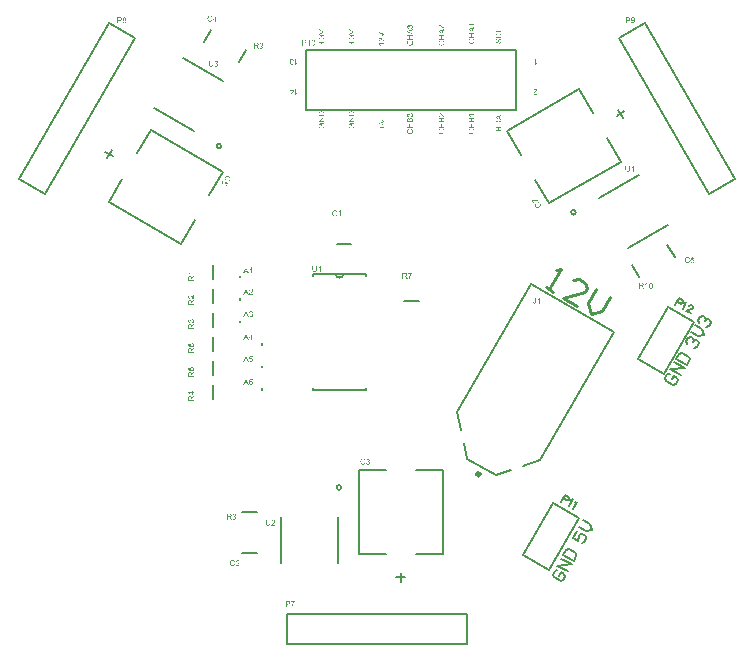
<source format=gto>
G04*
G04 #@! TF.GenerationSoftware,Altium Limited,Altium Designer,18.1.11 (251)*
G04*
G04 Layer_Color=65535*
%FSLAX24Y24*%
%MOIN*%
G70*
G01*
G75*
%ADD10C,0.0071*%
%ADD11C,0.0060*%
%ADD12C,0.0118*%
%ADD13C,0.0079*%
%ADD14C,0.0050*%
%ADD15C,0.0100*%
G36*
X45997Y45643D02*
X45847D01*
X45847Y45643D01*
X45848Y45642D01*
X45850Y45640D01*
X45852Y45637D01*
X45854Y45634D01*
X45857Y45630D01*
X45860Y45626D01*
X45863Y45621D01*
Y45621D01*
X45864Y45620D01*
X45864Y45620D01*
X45864Y45618D01*
X45865Y45617D01*
X45866Y45616D01*
X45868Y45612D01*
X45870Y45609D01*
X45872Y45605D01*
X45874Y45600D01*
X45875Y45596D01*
X45853D01*
X45852Y45596D01*
X45852Y45597D01*
X45851Y45598D01*
X45851Y45599D01*
X45850Y45601D01*
X45849Y45603D01*
X45848Y45605D01*
X45846Y45608D01*
X45843Y45613D01*
X45839Y45619D01*
X45835Y45625D01*
X45830Y45631D01*
X45830Y45631D01*
X45829Y45631D01*
X45829Y45632D01*
X45828Y45633D01*
X45827Y45634D01*
X45825Y45636D01*
X45822Y45639D01*
X45818Y45642D01*
X45814Y45646D01*
X45809Y45649D01*
X45804Y45652D01*
Y45667D01*
X45997D01*
Y45643D01*
D02*
G37*
G36*
Y45538D02*
X45939Y45516D01*
Y45435D01*
X45997Y45415D01*
Y45388D01*
X45805Y45461D01*
Y45489D01*
X45997Y45567D01*
Y45538D01*
D02*
G37*
G36*
Y45341D02*
X45906D01*
Y45241D01*
X45997D01*
Y45216D01*
X45805D01*
Y45241D01*
X45884D01*
Y45341D01*
X45805D01*
Y45366D01*
X45997D01*
Y45341D01*
D02*
G37*
G36*
X45937Y45183D02*
X45939Y45183D01*
X45941Y45182D01*
X45944Y45181D01*
X45947Y45180D01*
X45950Y45179D01*
X45954Y45177D01*
X45958Y45175D01*
X45961Y45173D01*
X45965Y45171D01*
X45969Y45168D01*
X45973Y45165D01*
X45977Y45162D01*
X45980Y45159D01*
X45984Y45155D01*
X45984Y45155D01*
X45984Y45154D01*
X45985Y45153D01*
X45986Y45151D01*
X45988Y45149D01*
X45989Y45147D01*
X45990Y45144D01*
X45992Y45141D01*
X45993Y45137D01*
X45995Y45133D01*
X45996Y45129D01*
X45998Y45125D01*
X45999Y45120D01*
X45999Y45115D01*
X46000Y45110D01*
X46000Y45104D01*
Y45101D01*
X46000Y45099D01*
X46000Y45096D01*
X45999Y45093D01*
X45999Y45090D01*
X45998Y45086D01*
X45998Y45082D01*
X45997Y45078D01*
X45996Y45074D01*
X45995Y45070D01*
X45993Y45065D01*
X45992Y45061D01*
X45990Y45057D01*
X45988Y45054D01*
X45987Y45053D01*
X45987Y45053D01*
X45986Y45052D01*
X45985Y45050D01*
X45984Y45049D01*
X45982Y45047D01*
X45980Y45045D01*
X45978Y45043D01*
X45976Y45040D01*
X45973Y45038D01*
X45970Y45035D01*
X45967Y45033D01*
X45963Y45030D01*
X45959Y45028D01*
X45955Y45026D01*
X45951Y45024D01*
X45951Y45024D01*
X45950Y45024D01*
X45948Y45023D01*
X45947Y45023D01*
X45944Y45022D01*
X45942Y45021D01*
X45939Y45020D01*
X45936Y45019D01*
X45932Y45018D01*
X45928Y45017D01*
X45924Y45016D01*
X45919Y45016D01*
X45910Y45014D01*
X45905Y45014D01*
X45900Y45014D01*
X45899D01*
X45898D01*
X45897D01*
X45895Y45014D01*
X45892Y45014D01*
X45889Y45015D01*
X45885Y45015D01*
X45882Y45015D01*
X45878Y45016D01*
X45874Y45017D01*
X45865Y45019D01*
X45860Y45020D01*
X45856Y45022D01*
X45851Y45023D01*
X45847Y45025D01*
X45847Y45026D01*
X45846Y45026D01*
X45845Y45027D01*
X45843Y45028D01*
X45841Y45029D01*
X45839Y45030D01*
X45837Y45032D01*
X45834Y45034D01*
X45832Y45036D01*
X45829Y45038D01*
X45826Y45041D01*
X45823Y45044D01*
X45821Y45047D01*
X45818Y45050D01*
X45816Y45054D01*
X45813Y45058D01*
X45813Y45058D01*
X45813Y45059D01*
X45812Y45060D01*
X45811Y45062D01*
X45811Y45064D01*
X45809Y45066D01*
X45808Y45069D01*
X45807Y45072D01*
X45806Y45075D01*
X45805Y45079D01*
X45804Y45082D01*
X45803Y45087D01*
X45802Y45095D01*
X45802Y45100D01*
X45802Y45105D01*
Y45107D01*
X45802Y45109D01*
X45802Y45112D01*
X45802Y45115D01*
X45803Y45118D01*
X45803Y45121D01*
X45804Y45125D01*
X45805Y45129D01*
X45806Y45133D01*
X45808Y45137D01*
X45809Y45141D01*
X45812Y45145D01*
X45814Y45149D01*
X45816Y45153D01*
X45817Y45153D01*
X45817Y45154D01*
X45818Y45155D01*
X45819Y45156D01*
X45820Y45158D01*
X45822Y45160D01*
X45824Y45161D01*
X45827Y45164D01*
X45830Y45166D01*
X45833Y45168D01*
X45836Y45171D01*
X45840Y45173D01*
X45844Y45175D01*
X45848Y45177D01*
X45853Y45179D01*
X45858Y45180D01*
X45863Y45155D01*
X45863D01*
X45863Y45155D01*
X45861Y45155D01*
X45860Y45154D01*
X45858Y45154D01*
X45856Y45153D01*
X45852Y45150D01*
X45847Y45148D01*
X45841Y45144D01*
X45837Y45140D01*
X45835Y45138D01*
X45833Y45136D01*
X45833Y45136D01*
X45832Y45135D01*
X45832Y45135D01*
X45831Y45134D01*
X45830Y45132D01*
X45830Y45131D01*
X45829Y45129D01*
X45828Y45127D01*
X45827Y45125D01*
X45826Y45123D01*
X45825Y45117D01*
X45824Y45111D01*
X45823Y45108D01*
Y45102D01*
X45823Y45100D01*
X45824Y45098D01*
X45824Y45096D01*
X45824Y45094D01*
X45824Y45091D01*
X45826Y45085D01*
X45828Y45079D01*
X45829Y45076D01*
X45830Y45073D01*
X45832Y45070D01*
X45834Y45067D01*
X45834Y45067D01*
X45834Y45066D01*
X45835Y45065D01*
X45836Y45064D01*
X45837Y45063D01*
X45838Y45062D01*
X45840Y45060D01*
X45841Y45059D01*
X45844Y45057D01*
X45846Y45055D01*
X45850Y45052D01*
X45856Y45049D01*
X45863Y45046D01*
X45863D01*
X45863Y45046D01*
X45864Y45045D01*
X45866Y45045D01*
X45867Y45045D01*
X45869Y45044D01*
X45871Y45044D01*
X45874Y45043D01*
X45876Y45043D01*
X45879Y45042D01*
X45886Y45041D01*
X45892Y45040D01*
X45899Y45040D01*
X45900D01*
X45900D01*
X45902D01*
X45903Y45040D01*
X45906D01*
X45908Y45041D01*
X45911Y45041D01*
X45914Y45041D01*
X45917Y45041D01*
X45921Y45042D01*
X45928Y45043D01*
X45935Y45045D01*
X45942Y45047D01*
X45942D01*
X45943Y45048D01*
X45944Y45048D01*
X45945Y45049D01*
X45947Y45049D01*
X45948Y45050D01*
X45952Y45053D01*
X45957Y45056D01*
X45961Y45060D01*
X45966Y45064D01*
X45968Y45067D01*
X45969Y45069D01*
Y45070D01*
X45970Y45070D01*
X45970Y45071D01*
X45971Y45072D01*
X45971Y45074D01*
X45972Y45075D01*
X45973Y45077D01*
X45974Y45079D01*
X45975Y45084D01*
X45977Y45090D01*
X45978Y45096D01*
X45978Y45099D01*
X45978Y45102D01*
Y45104D01*
X45978Y45106D01*
X45978Y45107D01*
X45978Y45110D01*
X45977Y45112D01*
X45977Y45114D01*
X45975Y45120D01*
X45974Y45123D01*
X45973Y45126D01*
X45972Y45129D01*
X45970Y45132D01*
X45968Y45135D01*
X45966Y45138D01*
X45966Y45138D01*
X45965Y45139D01*
X45965Y45140D01*
X45964Y45141D01*
X45963Y45142D01*
X45961Y45143D01*
X45959Y45145D01*
X45957Y45146D01*
X45954Y45148D01*
X45952Y45150D01*
X45949Y45151D01*
X45946Y45153D01*
X45942Y45154D01*
X45938Y45156D01*
X45934Y45157D01*
X45929Y45158D01*
X45936Y45184D01*
X45936D01*
X45937Y45183D01*
D02*
G37*
G36*
X46897Y45394D02*
X46705D01*
Y45419D01*
X46874D01*
Y45514D01*
X46897D01*
Y45394D01*
D02*
G37*
G36*
X46837Y45363D02*
X46839Y45363D01*
X46841Y45362D01*
X46844Y45361D01*
X46847Y45360D01*
X46850Y45359D01*
X46854Y45357D01*
X46858Y45355D01*
X46861Y45353D01*
X46865Y45351D01*
X46869Y45348D01*
X46873Y45345D01*
X46877Y45342D01*
X46880Y45339D01*
X46884Y45335D01*
X46884Y45335D01*
X46884Y45334D01*
X46885Y45333D01*
X46886Y45331D01*
X46888Y45329D01*
X46889Y45327D01*
X46890Y45324D01*
X46892Y45321D01*
X46893Y45317D01*
X46895Y45313D01*
X46896Y45309D01*
X46898Y45305D01*
X46899Y45300D01*
X46899Y45295D01*
X46900Y45290D01*
X46900Y45284D01*
Y45281D01*
X46900Y45279D01*
X46900Y45276D01*
X46899Y45273D01*
X46899Y45270D01*
X46898Y45266D01*
X46898Y45262D01*
X46897Y45258D01*
X46896Y45254D01*
X46895Y45250D01*
X46893Y45245D01*
X46892Y45241D01*
X46890Y45237D01*
X46888Y45233D01*
X46887Y45233D01*
X46887Y45233D01*
X46886Y45232D01*
X46885Y45230D01*
X46884Y45229D01*
X46882Y45227D01*
X46880Y45225D01*
X46878Y45222D01*
X46876Y45220D01*
X46873Y45218D01*
X46870Y45215D01*
X46867Y45213D01*
X46863Y45210D01*
X46859Y45208D01*
X46855Y45206D01*
X46851Y45204D01*
X46851Y45204D01*
X46850Y45204D01*
X46848Y45203D01*
X46847Y45202D01*
X46844Y45202D01*
X46842Y45201D01*
X46839Y45200D01*
X46836Y45199D01*
X46832Y45198D01*
X46828Y45197D01*
X46824Y45196D01*
X46819Y45196D01*
X46810Y45194D01*
X46805Y45194D01*
X46800Y45194D01*
X46799D01*
X46798D01*
X46797D01*
X46795Y45194D01*
X46792Y45194D01*
X46789Y45195D01*
X46785Y45195D01*
X46782Y45195D01*
X46778Y45196D01*
X46774Y45197D01*
X46765Y45199D01*
X46760Y45200D01*
X46756Y45202D01*
X46751Y45203D01*
X46747Y45205D01*
X46747Y45206D01*
X46746Y45206D01*
X46745Y45207D01*
X46743Y45207D01*
X46741Y45209D01*
X46739Y45210D01*
X46737Y45212D01*
X46734Y45214D01*
X46732Y45216D01*
X46729Y45218D01*
X46726Y45221D01*
X46723Y45224D01*
X46721Y45227D01*
X46718Y45230D01*
X46715Y45234D01*
X46713Y45238D01*
X46713Y45238D01*
X46713Y45239D01*
X46712Y45240D01*
X46711Y45242D01*
X46711Y45243D01*
X46709Y45246D01*
X46708Y45249D01*
X46707Y45252D01*
X46706Y45255D01*
X46705Y45259D01*
X46704Y45262D01*
X46703Y45267D01*
X46702Y45275D01*
X46702Y45280D01*
X46702Y45284D01*
Y45287D01*
X46702Y45289D01*
X46702Y45292D01*
X46702Y45295D01*
X46703Y45298D01*
X46703Y45301D01*
X46704Y45305D01*
X46705Y45309D01*
X46706Y45313D01*
X46708Y45317D01*
X46709Y45321D01*
X46712Y45325D01*
X46714Y45329D01*
X46716Y45333D01*
X46717Y45333D01*
X46717Y45334D01*
X46718Y45335D01*
X46719Y45336D01*
X46720Y45338D01*
X46722Y45340D01*
X46724Y45341D01*
X46727Y45344D01*
X46730Y45346D01*
X46733Y45348D01*
X46736Y45351D01*
X46740Y45353D01*
X46744Y45355D01*
X46748Y45357D01*
X46753Y45359D01*
X46758Y45360D01*
X46763Y45335D01*
X46763D01*
X46763Y45335D01*
X46761Y45335D01*
X46760Y45334D01*
X46758Y45334D01*
X46756Y45332D01*
X46752Y45330D01*
X46747Y45328D01*
X46741Y45324D01*
X46737Y45320D01*
X46735Y45318D01*
X46733Y45316D01*
X46733Y45316D01*
X46732Y45315D01*
X46732Y45315D01*
X46731Y45314D01*
X46730Y45312D01*
X46730Y45311D01*
X46729Y45309D01*
X46728Y45307D01*
X46727Y45305D01*
X46726Y45303D01*
X46725Y45297D01*
X46724Y45291D01*
X46723Y45288D01*
Y45282D01*
X46723Y45280D01*
X46724Y45278D01*
X46724Y45276D01*
X46724Y45274D01*
X46724Y45271D01*
X46726Y45265D01*
X46728Y45259D01*
X46729Y45256D01*
X46730Y45253D01*
X46732Y45250D01*
X46734Y45247D01*
X46734Y45247D01*
X46734Y45246D01*
X46735Y45245D01*
X46736Y45244D01*
X46737Y45243D01*
X46738Y45242D01*
X46740Y45240D01*
X46741Y45239D01*
X46744Y45237D01*
X46746Y45235D01*
X46750Y45232D01*
X46756Y45229D01*
X46763Y45226D01*
X46763D01*
X46763Y45226D01*
X46764Y45225D01*
X46766Y45225D01*
X46767Y45225D01*
X46769Y45224D01*
X46771Y45224D01*
X46774Y45223D01*
X46776Y45222D01*
X46779Y45222D01*
X46786Y45221D01*
X46792Y45220D01*
X46799Y45220D01*
X46800D01*
X46800D01*
X46802D01*
X46803Y45220D01*
X46806D01*
X46808Y45221D01*
X46811Y45221D01*
X46814Y45221D01*
X46817Y45221D01*
X46821Y45222D01*
X46828Y45223D01*
X46835Y45225D01*
X46842Y45227D01*
X46842D01*
X46843Y45228D01*
X46844Y45228D01*
X46845Y45228D01*
X46847Y45229D01*
X46848Y45230D01*
X46852Y45233D01*
X46857Y45236D01*
X46861Y45240D01*
X46866Y45244D01*
X46868Y45247D01*
X46869Y45249D01*
Y45249D01*
X46870Y45250D01*
X46870Y45251D01*
X46871Y45252D01*
X46872Y45253D01*
X46872Y45255D01*
X46873Y45257D01*
X46874Y45259D01*
X46875Y45264D01*
X46877Y45269D01*
X46878Y45275D01*
X46878Y45279D01*
X46878Y45282D01*
Y45284D01*
X46878Y45285D01*
X46878Y45287D01*
X46878Y45289D01*
X46877Y45292D01*
X46877Y45294D01*
X46875Y45300D01*
X46874Y45303D01*
X46873Y45306D01*
X46872Y45309D01*
X46870Y45312D01*
X46868Y45315D01*
X46866Y45318D01*
X46866Y45318D01*
X46865Y45319D01*
X46865Y45320D01*
X46864Y45321D01*
X46863Y45322D01*
X46861Y45323D01*
X46859Y45325D01*
X46857Y45326D01*
X46854Y45328D01*
X46852Y45330D01*
X46849Y45331D01*
X46845Y45333D01*
X46842Y45334D01*
X46838Y45336D01*
X46834Y45337D01*
X46829Y45338D01*
X46836Y45364D01*
X46836D01*
X46837Y45363D01*
D02*
G37*
G36*
X46845Y45166D02*
X46847D01*
X46848Y45166D01*
X46852Y45166D01*
X46857Y45165D01*
X46861Y45163D01*
X46866Y45161D01*
X46869Y45159D01*
X46872Y45158D01*
X46872D01*
X46872Y45157D01*
X46873Y45157D01*
X46874Y45156D01*
X46876Y45154D01*
X46879Y45151D01*
X46883Y45148D01*
X46886Y45143D01*
X46889Y45138D01*
X46893Y45133D01*
Y45132D01*
X46893Y45132D01*
X46893Y45131D01*
X46894Y45130D01*
X46894Y45128D01*
X46895Y45126D01*
X46896Y45124D01*
X46896Y45122D01*
X46897Y45119D01*
X46898Y45116D01*
X46899Y45110D01*
X46900Y45103D01*
X46900Y45096D01*
Y45093D01*
X46900Y45091D01*
Y45089D01*
X46900Y45087D01*
X46899Y45084D01*
X46899Y45080D01*
X46898Y45074D01*
X46897Y45066D01*
X46895Y45059D01*
X46893Y45052D01*
Y45052D01*
X46892Y45051D01*
X46892Y45050D01*
X46891Y45049D01*
X46890Y45048D01*
X46889Y45046D01*
X46887Y45042D01*
X46884Y45038D01*
X46880Y45033D01*
X46875Y45028D01*
X46870Y45024D01*
X46870Y45024D01*
X46869Y45024D01*
X46868Y45024D01*
X46867Y45023D01*
X46866Y45022D01*
X46864Y45021D01*
X46862Y45020D01*
X46860Y45019D01*
X46857Y45018D01*
X46855Y45018D01*
X46849Y45016D01*
X46842Y45015D01*
X46839Y45014D01*
X46835Y45014D01*
X46833Y45038D01*
X46833D01*
X46834D01*
X46834Y45038D01*
X46836Y45038D01*
X46837Y45039D01*
X46838Y45039D01*
X46842Y45040D01*
X46845Y45041D01*
X46849Y45042D01*
X46853Y45044D01*
X46857Y45046D01*
X46857Y45046D01*
X46858Y45047D01*
X46860Y45048D01*
X46862Y45050D01*
X46865Y45053D01*
X46867Y45056D01*
X46869Y45060D01*
X46872Y45065D01*
Y45065D01*
X46872Y45066D01*
X46872Y45066D01*
X46873Y45067D01*
X46873Y45069D01*
X46874Y45070D01*
X46874Y45072D01*
X46874Y45074D01*
X46875Y45078D01*
X46877Y45083D01*
X46877Y45088D01*
X46877Y45095D01*
Y45097D01*
X46877Y45098D01*
Y45100D01*
X46877Y45103D01*
X46876Y45107D01*
X46876Y45111D01*
X46875Y45116D01*
X46873Y45120D01*
Y45120D01*
X46873Y45120D01*
X46873Y45121D01*
X46872Y45122D01*
X46871Y45124D01*
X46870Y45126D01*
X46868Y45129D01*
X46866Y45132D01*
X46864Y45134D01*
X46861Y45137D01*
X46861Y45137D01*
X46860Y45137D01*
X46858Y45138D01*
X46856Y45139D01*
X46854Y45140D01*
X46851Y45141D01*
X46848Y45142D01*
X46845Y45142D01*
X46845D01*
X46844D01*
X46843D01*
X46842Y45142D01*
X46839Y45142D01*
X46837Y45141D01*
X46834Y45140D01*
X46832Y45139D01*
X46829Y45137D01*
X46829Y45137D01*
X46828Y45136D01*
X46827Y45134D01*
X46825Y45133D01*
X46823Y45130D01*
X46822Y45127D01*
X46820Y45124D01*
X46818Y45119D01*
X46818Y45119D01*
X46817Y45119D01*
X46817Y45118D01*
X46817Y45117D01*
X46817Y45116D01*
X46816Y45114D01*
X46816Y45112D01*
X46815Y45110D01*
X46814Y45108D01*
X46813Y45105D01*
X46813Y45102D01*
X46812Y45098D01*
X46811Y45095D01*
X46810Y45090D01*
X46808Y45085D01*
Y45085D01*
X46808Y45084D01*
X46808Y45083D01*
X46807Y45081D01*
X46807Y45079D01*
X46806Y45076D01*
X46805Y45074D01*
X46805Y45071D01*
X46803Y45065D01*
X46801Y45059D01*
X46800Y45056D01*
X46799Y45053D01*
X46797Y45051D01*
X46796Y45049D01*
Y45048D01*
X46796Y45048D01*
X46796Y45047D01*
X46795Y45046D01*
X46794Y45044D01*
X46792Y45041D01*
X46789Y45037D01*
X46786Y45034D01*
X46782Y45031D01*
X46779Y45028D01*
X46779D01*
X46778Y45028D01*
X46778Y45027D01*
X46777Y45027D01*
X46775Y45026D01*
X46772Y45025D01*
X46768Y45023D01*
X46764Y45022D01*
X46759Y45022D01*
X46755Y45021D01*
X46754D01*
X46754D01*
X46753D01*
X46752Y45022D01*
X46751D01*
X46749Y45022D01*
X46746Y45022D01*
X46741Y45023D01*
X46737Y45025D01*
X46732Y45027D01*
X46728Y45029D01*
X46727D01*
X46727Y45030D01*
X46726Y45030D01*
X46725Y45031D01*
X46723Y45033D01*
X46720Y45036D01*
X46717Y45039D01*
X46714Y45043D01*
X46711Y45048D01*
X46708Y45054D01*
Y45054D01*
X46708Y45054D01*
X46708Y45055D01*
X46707Y45056D01*
X46707Y45058D01*
X46706Y45060D01*
X46706Y45062D01*
X46705Y45064D01*
X46704Y45066D01*
X46704Y45069D01*
X46703Y45075D01*
X46702Y45082D01*
X46702Y45089D01*
Y45092D01*
X46702Y45094D01*
X46702Y45096D01*
X46702Y45099D01*
X46702Y45101D01*
X46703Y45107D01*
X46704Y45114D01*
X46706Y45120D01*
X46709Y45126D01*
Y45127D01*
X46709Y45127D01*
X46709Y45128D01*
X46710Y45129D01*
X46711Y45130D01*
X46712Y45132D01*
X46714Y45135D01*
X46717Y45140D01*
X46720Y45144D01*
X46724Y45148D01*
X46729Y45151D01*
X46729Y45152D01*
X46729Y45152D01*
X46730Y45152D01*
X46731Y45153D01*
X46732Y45153D01*
X46734Y45154D01*
X46736Y45155D01*
X46738Y45156D01*
X46742Y45158D01*
X46747Y45159D01*
X46753Y45160D01*
X46759Y45161D01*
X46761Y45137D01*
X46761D01*
X46760Y45136D01*
X46759D01*
X46758Y45136D01*
X46756Y45136D01*
X46755Y45135D01*
X46751Y45134D01*
X46746Y45132D01*
X46742Y45130D01*
X46737Y45127D01*
X46735Y45125D01*
X46734Y45123D01*
X46733Y45123D01*
X46733Y45123D01*
X46733Y45122D01*
X46732Y45121D01*
X46732Y45120D01*
X46731Y45118D01*
X46730Y45117D01*
X46729Y45115D01*
X46728Y45112D01*
X46727Y45110D01*
X46726Y45107D01*
X46726Y45104D01*
X46725Y45101D01*
X46725Y45097D01*
X46724Y45094D01*
Y45088D01*
X46724Y45086D01*
Y45084D01*
X46725Y45082D01*
X46725Y45080D01*
X46725Y45077D01*
X46726Y45071D01*
X46728Y45066D01*
X46730Y45061D01*
X46731Y45058D01*
X46733Y45056D01*
Y45056D01*
X46733Y45056D01*
X46734Y45055D01*
X46736Y45053D01*
X46739Y45051D01*
X46741Y45049D01*
X46745Y45048D01*
X46749Y45046D01*
X46751Y45046D01*
X46753Y45046D01*
X46753D01*
X46754D01*
X46755Y45046D01*
X46757Y45046D01*
X46759Y45047D01*
X46762Y45048D01*
X46765Y45049D01*
X46767Y45051D01*
X46770Y45053D01*
X46770Y45054D01*
X46771Y45054D01*
X46771Y45055D01*
X46772Y45056D01*
X46772Y45057D01*
X46773Y45059D01*
X46774Y45061D01*
X46775Y45063D01*
X46776Y45066D01*
X46777Y45069D01*
X46779Y45072D01*
X46780Y45076D01*
X46781Y45081D01*
X46783Y45086D01*
X46784Y45091D01*
Y45092D01*
X46784Y45093D01*
X46785Y45094D01*
X46785Y45096D01*
X46786Y45099D01*
X46786Y45102D01*
X46787Y45105D01*
X46788Y45108D01*
X46790Y45115D01*
X46792Y45122D01*
X46793Y45126D01*
X46794Y45129D01*
X46795Y45132D01*
X46796Y45134D01*
Y45134D01*
X46796Y45135D01*
X46797Y45135D01*
X46797Y45137D01*
X46798Y45138D01*
X46799Y45140D01*
X46801Y45143D01*
X46804Y45147D01*
X46807Y45151D01*
X46811Y45155D01*
X46813Y45157D01*
X46816Y45159D01*
X46816D01*
X46816Y45159D01*
X46817Y45159D01*
X46818Y45160D01*
X46819Y45160D01*
X46820Y45161D01*
X46823Y45163D01*
X46827Y45164D01*
X46832Y45165D01*
X46837Y45166D01*
X46843Y45167D01*
X46843D01*
X46843D01*
X46844D01*
X46845Y45166D01*
D02*
G37*
G36*
X46897Y42611D02*
X46839Y42589D01*
Y42508D01*
X46897Y42487D01*
Y42461D01*
X46705Y42534D01*
Y42561D01*
X46897Y42640D01*
Y42611D01*
D02*
G37*
G36*
X46806Y42446D02*
X46808D01*
X46810Y42446D01*
X46813Y42446D01*
X46819Y42445D01*
X46826Y42444D01*
X46832Y42443D01*
X46839Y42441D01*
X46839D01*
X46840Y42441D01*
X46841Y42441D01*
X46842Y42440D01*
X46843Y42440D01*
X46845Y42439D01*
X46849Y42438D01*
X46853Y42436D01*
X46858Y42434D01*
X46862Y42431D01*
X46867Y42428D01*
X46867D01*
X46867Y42428D01*
X46868Y42427D01*
X46869Y42427D01*
X46870Y42425D01*
X46873Y42423D01*
X46876Y42420D01*
X46879Y42418D01*
X46881Y42414D01*
X46884Y42411D01*
Y42410D01*
X46884Y42410D01*
X46885Y42409D01*
X46886Y42407D01*
X46888Y42404D01*
X46889Y42401D01*
X46891Y42397D01*
X46892Y42392D01*
X46894Y42388D01*
Y42387D01*
X46894Y42387D01*
Y42386D01*
X46894Y42385D01*
X46894Y42384D01*
X46895Y42382D01*
X46895Y42381D01*
X46895Y42379D01*
X46896Y42374D01*
X46896Y42369D01*
X46897Y42363D01*
X46897Y42357D01*
Y42288D01*
X46705D01*
Y42359D01*
X46705Y42361D01*
Y42364D01*
X46705Y42366D01*
X46706Y42372D01*
X46706Y42378D01*
X46707Y42383D01*
X46707Y42386D01*
X46708Y42388D01*
Y42388D01*
X46708Y42389D01*
X46708Y42390D01*
X46709Y42391D01*
X46709Y42392D01*
X46709Y42394D01*
X46711Y42398D01*
X46713Y42402D01*
X46715Y42407D01*
X46718Y42412D01*
X46722Y42416D01*
X46722Y42416D01*
X46722Y42417D01*
X46723Y42418D01*
X46724Y42419D01*
X46725Y42420D01*
X46727Y42421D01*
X46728Y42423D01*
X46730Y42425D01*
X46733Y42427D01*
X46735Y42428D01*
X46738Y42430D01*
X46741Y42432D01*
X46747Y42436D01*
X46754Y42439D01*
X46755D01*
X46755Y42439D01*
X46756Y42439D01*
X46758Y42440D01*
X46760Y42441D01*
X46762Y42441D01*
X46765Y42442D01*
X46768Y42443D01*
X46771Y42443D01*
X46774Y42444D01*
X46778Y42445D01*
X46782Y42445D01*
X46786Y42446D01*
X46791Y42446D01*
X46800Y42446D01*
X46800D01*
X46801D01*
X46802D01*
X46804D01*
X46806Y42446D01*
D02*
G37*
G36*
X46845Y42253D02*
X46847D01*
X46848Y42253D01*
X46852Y42252D01*
X46857Y42251D01*
X46861Y42249D01*
X46866Y42247D01*
X46869Y42246D01*
X46872Y42244D01*
X46872D01*
X46872Y42244D01*
X46873Y42243D01*
X46874Y42243D01*
X46876Y42241D01*
X46879Y42238D01*
X46883Y42234D01*
X46886Y42230D01*
X46889Y42225D01*
X46893Y42219D01*
Y42219D01*
X46893Y42218D01*
X46893Y42217D01*
X46894Y42216D01*
X46894Y42215D01*
X46895Y42213D01*
X46896Y42211D01*
X46896Y42208D01*
X46897Y42206D01*
X46898Y42203D01*
X46899Y42197D01*
X46900Y42190D01*
X46900Y42182D01*
Y42180D01*
X46900Y42178D01*
Y42176D01*
X46900Y42173D01*
X46899Y42170D01*
X46899Y42167D01*
X46898Y42160D01*
X46897Y42153D01*
X46895Y42145D01*
X46893Y42138D01*
Y42138D01*
X46892Y42138D01*
X46892Y42137D01*
X46891Y42136D01*
X46890Y42134D01*
X46889Y42132D01*
X46887Y42128D01*
X46884Y42124D01*
X46880Y42119D01*
X46875Y42115D01*
X46870Y42111D01*
X46870Y42111D01*
X46869Y42111D01*
X46868Y42110D01*
X46867Y42109D01*
X46866Y42109D01*
X46864Y42108D01*
X46862Y42107D01*
X46860Y42106D01*
X46857Y42105D01*
X46855Y42104D01*
X46849Y42102D01*
X46842Y42101D01*
X46839Y42101D01*
X46835Y42101D01*
X46833Y42124D01*
X46833D01*
X46834D01*
X46834Y42125D01*
X46836Y42125D01*
X46837Y42125D01*
X46838Y42125D01*
X46842Y42126D01*
X46845Y42127D01*
X46849Y42128D01*
X46853Y42130D01*
X46857Y42132D01*
X46857Y42132D01*
X46858Y42133D01*
X46860Y42135D01*
X46862Y42137D01*
X46865Y42140D01*
X46867Y42143D01*
X46869Y42147D01*
X46872Y42152D01*
Y42152D01*
X46872Y42152D01*
X46872Y42153D01*
X46873Y42154D01*
X46873Y42155D01*
X46874Y42157D01*
X46874Y42158D01*
X46874Y42160D01*
X46875Y42164D01*
X46876Y42170D01*
X46877Y42175D01*
X46877Y42181D01*
Y42184D01*
X46877Y42185D01*
Y42186D01*
X46877Y42190D01*
X46876Y42194D01*
X46876Y42198D01*
X46875Y42202D01*
X46873Y42206D01*
Y42207D01*
X46873Y42207D01*
X46873Y42207D01*
X46872Y42208D01*
X46871Y42210D01*
X46870Y42213D01*
X46868Y42215D01*
X46866Y42218D01*
X46864Y42221D01*
X46861Y42223D01*
X46861Y42223D01*
X46860Y42224D01*
X46858Y42225D01*
X46856Y42226D01*
X46854Y42227D01*
X46851Y42228D01*
X46848Y42228D01*
X46845Y42229D01*
X46845D01*
X46844D01*
X46843D01*
X46842Y42228D01*
X46839Y42228D01*
X46837Y42227D01*
X46834Y42226D01*
X46832Y42225D01*
X46829Y42223D01*
X46829Y42223D01*
X46828Y42222D01*
X46827Y42221D01*
X46825Y42219D01*
X46823Y42217D01*
X46822Y42214D01*
X46820Y42210D01*
X46818Y42206D01*
X46818Y42206D01*
X46817Y42205D01*
X46817Y42204D01*
X46817Y42204D01*
X46817Y42202D01*
X46816Y42201D01*
X46816Y42199D01*
X46815Y42197D01*
X46814Y42194D01*
X46813Y42191D01*
X46813Y42188D01*
X46812Y42185D01*
X46811Y42181D01*
X46810Y42177D01*
X46808Y42172D01*
Y42172D01*
X46808Y42171D01*
X46808Y42169D01*
X46807Y42168D01*
X46807Y42165D01*
X46806Y42163D01*
X46805Y42160D01*
X46805Y42158D01*
X46803Y42151D01*
X46801Y42145D01*
X46800Y42142D01*
X46798Y42140D01*
X46797Y42137D01*
X46796Y42135D01*
Y42135D01*
X46796Y42134D01*
X46796Y42134D01*
X46795Y42133D01*
X46794Y42130D01*
X46792Y42127D01*
X46789Y42124D01*
X46786Y42121D01*
X46782Y42117D01*
X46779Y42115D01*
X46779D01*
X46778Y42114D01*
X46778Y42114D01*
X46777Y42113D01*
X46775Y42112D01*
X46772Y42111D01*
X46768Y42110D01*
X46764Y42109D01*
X46759Y42108D01*
X46755Y42108D01*
X46754D01*
X46754D01*
X46753D01*
X46752Y42108D01*
X46751D01*
X46749Y42108D01*
X46746Y42109D01*
X46741Y42110D01*
X46737Y42111D01*
X46732Y42113D01*
X46728Y42116D01*
X46727D01*
X46727Y42116D01*
X46726Y42117D01*
X46725Y42117D01*
X46723Y42119D01*
X46720Y42122D01*
X46717Y42126D01*
X46714Y42130D01*
X46711Y42134D01*
X46708Y42140D01*
Y42140D01*
X46708Y42141D01*
X46708Y42142D01*
X46707Y42143D01*
X46707Y42144D01*
X46706Y42146D01*
X46706Y42148D01*
X46705Y42150D01*
X46704Y42153D01*
X46704Y42156D01*
X46703Y42161D01*
X46702Y42168D01*
X46702Y42175D01*
Y42179D01*
X46702Y42181D01*
X46702Y42183D01*
X46702Y42185D01*
X46702Y42188D01*
X46703Y42194D01*
X46704Y42200D01*
X46706Y42207D01*
X46709Y42213D01*
Y42213D01*
X46709Y42214D01*
X46709Y42215D01*
X46710Y42216D01*
X46711Y42217D01*
X46712Y42218D01*
X46714Y42222D01*
X46717Y42226D01*
X46720Y42230D01*
X46724Y42234D01*
X46729Y42238D01*
X46729Y42238D01*
X46729Y42238D01*
X46730Y42239D01*
X46731Y42239D01*
X46732Y42240D01*
X46734Y42241D01*
X46736Y42241D01*
X46738Y42242D01*
X46742Y42244D01*
X46747Y42246D01*
X46753Y42247D01*
X46759Y42247D01*
X46761Y42223D01*
X46761D01*
X46760Y42223D01*
X46759D01*
X46758Y42223D01*
X46756Y42222D01*
X46755Y42222D01*
X46751Y42221D01*
X46746Y42219D01*
X46742Y42216D01*
X46737Y42214D01*
X46735Y42212D01*
X46734Y42210D01*
X46733Y42209D01*
X46733Y42209D01*
X46733Y42208D01*
X46732Y42207D01*
X46732Y42206D01*
X46731Y42205D01*
X46730Y42203D01*
X46729Y42201D01*
X46728Y42199D01*
X46727Y42196D01*
X46726Y42194D01*
X46726Y42191D01*
X46725Y42188D01*
X46725Y42184D01*
X46724Y42180D01*
Y42174D01*
X46724Y42173D01*
Y42171D01*
X46725Y42169D01*
X46725Y42166D01*
X46725Y42164D01*
X46726Y42158D01*
X46728Y42153D01*
X46730Y42147D01*
X46731Y42145D01*
X46733Y42143D01*
Y42143D01*
X46733Y42142D01*
X46734Y42141D01*
X46736Y42139D01*
X46739Y42138D01*
X46741Y42136D01*
X46745Y42134D01*
X46749Y42133D01*
X46751Y42133D01*
X46753Y42132D01*
X46753D01*
X46754D01*
X46755Y42133D01*
X46757Y42133D01*
X46759Y42133D01*
X46762Y42134D01*
X46765Y42136D01*
X46767Y42137D01*
X46770Y42140D01*
X46770Y42140D01*
X46771Y42140D01*
X46771Y42141D01*
X46772Y42142D01*
X46772Y42144D01*
X46773Y42145D01*
X46774Y42147D01*
X46775Y42149D01*
X46776Y42152D01*
X46777Y42155D01*
X46779Y42159D01*
X46780Y42163D01*
X46781Y42167D01*
X46783Y42172D01*
X46784Y42178D01*
Y42178D01*
X46784Y42179D01*
X46785Y42181D01*
X46785Y42183D01*
X46786Y42185D01*
X46786Y42188D01*
X46787Y42191D01*
X46788Y42195D01*
X46790Y42202D01*
X46792Y42209D01*
X46793Y42212D01*
X46794Y42215D01*
X46795Y42218D01*
X46796Y42220D01*
Y42221D01*
X46796Y42221D01*
X46797Y42222D01*
X46797Y42223D01*
X46798Y42225D01*
X46799Y42226D01*
X46801Y42230D01*
X46804Y42234D01*
X46807Y42238D01*
X46811Y42242D01*
X46813Y42243D01*
X46816Y42245D01*
X46816D01*
X46816Y42246D01*
X46817Y42246D01*
X46818Y42246D01*
X46819Y42247D01*
X46820Y42248D01*
X46823Y42249D01*
X46827Y42251D01*
X46832Y42252D01*
X46837Y42253D01*
X46843Y42253D01*
X46843D01*
X46843D01*
X46844D01*
X46845Y42253D01*
D02*
G37*
G36*
X44997Y45511D02*
X44996D01*
X44995D01*
X44994D01*
X44992Y45511D01*
X44989Y45511D01*
X44986Y45512D01*
X44984Y45512D01*
X44981Y45513D01*
X44980D01*
X44980Y45514D01*
X44979Y45514D01*
X44978Y45514D01*
X44977Y45515D01*
X44976Y45516D01*
X44973Y45517D01*
X44969Y45519D01*
X44964Y45522D01*
X44960Y45525D01*
X44955Y45529D01*
X44955Y45529D01*
X44954Y45529D01*
X44954Y45530D01*
X44953Y45531D01*
X44952Y45532D01*
X44950Y45533D01*
X44949Y45535D01*
X44947Y45537D01*
X44945Y45539D01*
X44943Y45541D01*
X44940Y45544D01*
X44938Y45547D01*
X44935Y45549D01*
X44932Y45553D01*
X44929Y45556D01*
X44926Y45560D01*
X44926Y45560D01*
X44925Y45561D01*
X44924Y45563D01*
X44922Y45565D01*
X44920Y45567D01*
X44917Y45570D01*
X44915Y45574D01*
X44911Y45577D01*
X44905Y45584D01*
X44898Y45591D01*
X44895Y45594D01*
X44891Y45597D01*
X44888Y45600D01*
X44885Y45602D01*
X44885Y45602D01*
X44885Y45603D01*
X44884Y45603D01*
X44883Y45604D01*
X44881Y45605D01*
X44880Y45606D01*
X44876Y45608D01*
X44872Y45610D01*
X44867Y45612D01*
X44862Y45613D01*
X44860Y45613D01*
X44857Y45614D01*
X44857D01*
X44856D01*
X44856D01*
X44855Y45613D01*
X44854D01*
X44852Y45613D01*
X44849Y45612D01*
X44845Y45611D01*
X44841Y45609D01*
X44839Y45608D01*
X44837Y45607D01*
X44835Y45605D01*
X44834Y45603D01*
X44833Y45603D01*
X44833Y45603D01*
X44833Y45602D01*
X44832Y45601D01*
X44831Y45600D01*
X44830Y45599D01*
X44829Y45596D01*
X44827Y45592D01*
X44825Y45588D01*
X44824Y45583D01*
X44824Y45580D01*
Y45575D01*
X44824Y45574D01*
Y45573D01*
X44824Y45571D01*
X44825Y45567D01*
X44826Y45563D01*
X44828Y45558D01*
X44829Y45556D01*
X44831Y45554D01*
X44832Y45552D01*
X44834Y45549D01*
X44834Y45549D01*
X44835Y45549D01*
X44835Y45549D01*
X44836Y45548D01*
X44837Y45547D01*
X44838Y45546D01*
X44840Y45545D01*
X44841Y45544D01*
X44843Y45543D01*
X44845Y45543D01*
X44850Y45541D01*
X44856Y45540D01*
X44859Y45539D01*
X44862Y45539D01*
X44860Y45515D01*
X44859D01*
X44859Y45515D01*
X44857Y45516D01*
X44855Y45516D01*
X44853Y45516D01*
X44850Y45517D01*
X44848Y45517D01*
X44844Y45518D01*
X44841Y45519D01*
X44838Y45521D01*
X44834Y45522D01*
X44831Y45524D01*
X44828Y45526D01*
X44824Y45528D01*
X44821Y45531D01*
X44819Y45534D01*
X44818Y45534D01*
X44818Y45535D01*
X44817Y45536D01*
X44816Y45537D01*
X44815Y45538D01*
X44814Y45541D01*
X44813Y45543D01*
X44811Y45546D01*
X44810Y45548D01*
X44809Y45552D01*
X44808Y45555D01*
X44807Y45559D01*
X44806Y45563D01*
X44805Y45568D01*
X44804Y45573D01*
X44804Y45578D01*
Y45580D01*
X44804Y45582D01*
X44805Y45584D01*
X44805Y45587D01*
X44806Y45590D01*
X44806Y45593D01*
X44807Y45597D01*
X44808Y45600D01*
X44809Y45604D01*
X44811Y45608D01*
X44813Y45611D01*
X44815Y45615D01*
X44817Y45618D01*
X44820Y45621D01*
X44820Y45622D01*
X44820Y45622D01*
X44821Y45623D01*
X44822Y45624D01*
X44824Y45625D01*
X44826Y45627D01*
X44828Y45628D01*
X44830Y45630D01*
X44833Y45631D01*
X44836Y45632D01*
X44839Y45634D01*
X44842Y45635D01*
X44846Y45636D01*
X44850Y45637D01*
X44854Y45637D01*
X44858Y45638D01*
X44858D01*
X44858D01*
X44859D01*
X44860D01*
X44862Y45637D01*
X44865Y45637D01*
X44868Y45636D01*
X44872Y45636D01*
X44876Y45635D01*
X44880Y45633D01*
X44881D01*
X44881Y45633D01*
X44881Y45632D01*
X44882Y45632D01*
X44885Y45631D01*
X44887Y45629D01*
X44891Y45627D01*
X44895Y45624D01*
X44899Y45621D01*
X44904Y45617D01*
X44904Y45617D01*
X44904Y45617D01*
X44905Y45616D01*
X44906Y45615D01*
X44907Y45614D01*
X44909Y45612D01*
X44911Y45611D01*
X44912Y45609D01*
X44915Y45606D01*
X44917Y45603D01*
X44920Y45600D01*
X44923Y45597D01*
X44926Y45594D01*
X44930Y45590D01*
X44933Y45585D01*
X44937Y45581D01*
X44938Y45580D01*
X44938Y45580D01*
X44939Y45579D01*
X44940Y45577D01*
X44942Y45575D01*
X44943Y45574D01*
X44947Y45569D01*
X44951Y45565D01*
X44955Y45560D01*
X44957Y45558D01*
X44959Y45556D01*
X44960Y45555D01*
X44962Y45553D01*
X44962Y45553D01*
X44963Y45552D01*
X44964Y45551D01*
X44966Y45550D01*
X44968Y45548D01*
X44970Y45547D01*
X44974Y45543D01*
Y45638D01*
X44997D01*
Y45511D01*
D02*
G37*
G36*
Y45474D02*
X44939Y45452D01*
Y45371D01*
X44997Y45351D01*
Y45324D01*
X44805Y45397D01*
Y45425D01*
X44997Y45503D01*
Y45474D01*
D02*
G37*
G36*
Y45277D02*
X44906D01*
Y45177D01*
X44997D01*
Y45152D01*
X44805D01*
Y45177D01*
X44884D01*
Y45277D01*
X44805D01*
Y45302D01*
X44997D01*
Y45277D01*
D02*
G37*
G36*
X44937Y45119D02*
X44939Y45119D01*
X44941Y45118D01*
X44944Y45117D01*
X44947Y45116D01*
X44950Y45115D01*
X44954Y45113D01*
X44958Y45111D01*
X44961Y45109D01*
X44965Y45107D01*
X44969Y45104D01*
X44973Y45101D01*
X44977Y45098D01*
X44980Y45095D01*
X44984Y45091D01*
X44984Y45091D01*
X44984Y45090D01*
X44985Y45089D01*
X44986Y45087D01*
X44988Y45085D01*
X44989Y45083D01*
X44990Y45080D01*
X44992Y45077D01*
X44993Y45073D01*
X44995Y45069D01*
X44996Y45065D01*
X44998Y45061D01*
X44999Y45056D01*
X44999Y45051D01*
X45000Y45046D01*
X45000Y45040D01*
Y45037D01*
X45000Y45035D01*
X45000Y45032D01*
X44999Y45029D01*
X44999Y45026D01*
X44998Y45022D01*
X44998Y45018D01*
X44997Y45014D01*
X44996Y45010D01*
X44995Y45006D01*
X44993Y45001D01*
X44992Y44997D01*
X44990Y44993D01*
X44988Y44990D01*
X44987Y44989D01*
X44987Y44989D01*
X44986Y44988D01*
X44985Y44986D01*
X44984Y44985D01*
X44982Y44983D01*
X44980Y44981D01*
X44978Y44978D01*
X44976Y44976D01*
X44973Y44974D01*
X44970Y44971D01*
X44967Y44969D01*
X44963Y44966D01*
X44959Y44964D01*
X44955Y44962D01*
X44951Y44960D01*
X44951Y44960D01*
X44950Y44960D01*
X44948Y44959D01*
X44947Y44959D01*
X44944Y44958D01*
X44942Y44957D01*
X44939Y44956D01*
X44936Y44955D01*
X44932Y44954D01*
X44928Y44953D01*
X44924Y44952D01*
X44919Y44952D01*
X44910Y44950D01*
X44905Y44950D01*
X44900Y44950D01*
X44899D01*
X44898D01*
X44897D01*
X44895Y44950D01*
X44892Y44950D01*
X44889Y44951D01*
X44885Y44951D01*
X44882Y44951D01*
X44878Y44952D01*
X44874Y44953D01*
X44865Y44955D01*
X44860Y44956D01*
X44856Y44958D01*
X44851Y44959D01*
X44847Y44961D01*
X44847Y44962D01*
X44846Y44962D01*
X44845Y44963D01*
X44843Y44964D01*
X44841Y44965D01*
X44839Y44966D01*
X44837Y44968D01*
X44834Y44970D01*
X44832Y44972D01*
X44829Y44974D01*
X44826Y44977D01*
X44823Y44980D01*
X44821Y44983D01*
X44818Y44986D01*
X44816Y44990D01*
X44813Y44994D01*
X44813Y44994D01*
X44813Y44995D01*
X44812Y44996D01*
X44811Y44998D01*
X44811Y44999D01*
X44809Y45002D01*
X44808Y45005D01*
X44807Y45008D01*
X44806Y45011D01*
X44805Y45015D01*
X44804Y45018D01*
X44803Y45023D01*
X44802Y45031D01*
X44802Y45036D01*
X44802Y45040D01*
Y45043D01*
X44802Y45045D01*
X44802Y45048D01*
X44802Y45051D01*
X44803Y45054D01*
X44803Y45057D01*
X44804Y45061D01*
X44805Y45065D01*
X44806Y45069D01*
X44808Y45073D01*
X44809Y45077D01*
X44812Y45081D01*
X44814Y45085D01*
X44816Y45089D01*
X44817Y45089D01*
X44817Y45090D01*
X44818Y45091D01*
X44819Y45092D01*
X44820Y45094D01*
X44822Y45096D01*
X44824Y45097D01*
X44827Y45100D01*
X44830Y45102D01*
X44833Y45104D01*
X44836Y45107D01*
X44840Y45109D01*
X44844Y45111D01*
X44848Y45113D01*
X44853Y45115D01*
X44858Y45116D01*
X44863Y45091D01*
X44863D01*
X44863Y45091D01*
X44861Y45091D01*
X44860Y45090D01*
X44858Y45090D01*
X44856Y45089D01*
X44852Y45086D01*
X44847Y45084D01*
X44841Y45080D01*
X44837Y45076D01*
X44835Y45074D01*
X44833Y45072D01*
X44833Y45072D01*
X44832Y45071D01*
X44832Y45071D01*
X44831Y45070D01*
X44830Y45068D01*
X44830Y45067D01*
X44829Y45065D01*
X44828Y45063D01*
X44827Y45061D01*
X44826Y45059D01*
X44825Y45053D01*
X44824Y45047D01*
X44823Y45044D01*
Y45038D01*
X44823Y45036D01*
X44824Y45034D01*
X44824Y45032D01*
X44824Y45030D01*
X44824Y45027D01*
X44826Y45021D01*
X44828Y45015D01*
X44829Y45012D01*
X44830Y45009D01*
X44832Y45006D01*
X44834Y45003D01*
X44834Y45003D01*
X44834Y45002D01*
X44835Y45001D01*
X44836Y45000D01*
X44837Y44999D01*
X44838Y44998D01*
X44840Y44996D01*
X44841Y44995D01*
X44844Y44993D01*
X44846Y44991D01*
X44850Y44988D01*
X44856Y44985D01*
X44863Y44982D01*
X44863D01*
X44863Y44982D01*
X44864Y44981D01*
X44866Y44981D01*
X44867Y44981D01*
X44869Y44980D01*
X44871Y44980D01*
X44874Y44979D01*
X44876Y44978D01*
X44879Y44978D01*
X44886Y44977D01*
X44892Y44976D01*
X44899Y44976D01*
X44900D01*
X44900D01*
X44902D01*
X44903Y44976D01*
X44906D01*
X44908Y44977D01*
X44911Y44977D01*
X44914Y44977D01*
X44917Y44977D01*
X44921Y44978D01*
X44928Y44979D01*
X44935Y44981D01*
X44942Y44983D01*
X44942D01*
X44943Y44984D01*
X44944Y44984D01*
X44945Y44985D01*
X44947Y44985D01*
X44948Y44986D01*
X44952Y44989D01*
X44957Y44992D01*
X44961Y44996D01*
X44966Y45000D01*
X44968Y45003D01*
X44969Y45005D01*
Y45006D01*
X44970Y45006D01*
X44970Y45007D01*
X44971Y45008D01*
X44971Y45009D01*
X44972Y45011D01*
X44973Y45013D01*
X44974Y45015D01*
X44975Y45020D01*
X44977Y45026D01*
X44978Y45032D01*
X44978Y45035D01*
X44978Y45038D01*
Y45040D01*
X44978Y45042D01*
X44978Y45043D01*
X44978Y45045D01*
X44977Y45048D01*
X44977Y45050D01*
X44975Y45056D01*
X44974Y45059D01*
X44973Y45062D01*
X44972Y45065D01*
X44970Y45068D01*
X44968Y45071D01*
X44966Y45074D01*
X44966Y45074D01*
X44965Y45075D01*
X44965Y45076D01*
X44964Y45077D01*
X44963Y45078D01*
X44961Y45079D01*
X44959Y45081D01*
X44957Y45082D01*
X44954Y45084D01*
X44952Y45086D01*
X44949Y45087D01*
X44946Y45089D01*
X44942Y45090D01*
X44938Y45092D01*
X44934Y45093D01*
X44929Y45094D01*
X44936Y45120D01*
X44936D01*
X44937Y45119D01*
D02*
G37*
G36*
X43000Y45321D02*
Y45295D01*
X42808Y45220D01*
Y45248D01*
X42948Y45298D01*
X42948D01*
X42948Y45298D01*
X42949Y45298D01*
X42951Y45299D01*
X42952Y45299D01*
X42954Y45300D01*
X42955Y45300D01*
X42958Y45301D01*
X42963Y45303D01*
X42968Y45304D01*
X42973Y45306D01*
X42979Y45308D01*
X42979D01*
X42978Y45308D01*
X42977Y45308D01*
X42976Y45309D01*
X42975Y45309D01*
X42973Y45309D01*
X42971Y45310D01*
X42969Y45311D01*
X42964Y45312D01*
X42959Y45314D01*
X42953Y45316D01*
X42948Y45318D01*
X42808Y45370D01*
Y45396D01*
X43000Y45321D01*
D02*
G37*
G36*
Y45078D02*
X43000D01*
X42999D01*
X42997D01*
X42995Y45078D01*
X42992Y45078D01*
X42990Y45079D01*
X42987Y45080D01*
X42984Y45081D01*
X42984D01*
X42983Y45081D01*
X42983Y45081D01*
X42981Y45081D01*
X42980Y45082D01*
X42979Y45083D01*
X42976Y45084D01*
X42972Y45086D01*
X42967Y45089D01*
X42963Y45092D01*
X42958Y45096D01*
X42958Y45096D01*
X42958Y45096D01*
X42957Y45097D01*
X42956Y45098D01*
X42955Y45099D01*
X42953Y45101D01*
X42952Y45102D01*
X42950Y45104D01*
X42948Y45106D01*
X42946Y45108D01*
X42943Y45111D01*
X42941Y45114D01*
X42938Y45117D01*
X42935Y45120D01*
X42932Y45123D01*
X42929Y45127D01*
X42929Y45127D01*
X42928Y45128D01*
X42927Y45130D01*
X42925Y45132D01*
X42923Y45135D01*
X42920Y45137D01*
X42918Y45141D01*
X42915Y45144D01*
X42908Y45151D01*
X42901Y45158D01*
X42898Y45161D01*
X42895Y45164D01*
X42891Y45167D01*
X42889Y45169D01*
X42888Y45170D01*
X42888Y45170D01*
X42887Y45170D01*
X42886Y45171D01*
X42885Y45172D01*
X42883Y45173D01*
X42879Y45175D01*
X42875Y45177D01*
X42870Y45179D01*
X42865Y45180D01*
X42863Y45180D01*
X42860Y45181D01*
X42860D01*
X42860D01*
X42859D01*
X42858Y45180D01*
X42857D01*
X42855Y45180D01*
X42852Y45179D01*
X42848Y45178D01*
X42844Y45176D01*
X42842Y45175D01*
X42840Y45174D01*
X42839Y45172D01*
X42837Y45170D01*
X42837Y45170D01*
X42836Y45170D01*
X42836Y45169D01*
X42835Y45169D01*
X42834Y45168D01*
X42834Y45166D01*
X42832Y45163D01*
X42830Y45159D01*
X42828Y45155D01*
X42827Y45150D01*
X42827Y45147D01*
Y45142D01*
X42827Y45141D01*
Y45140D01*
X42828Y45138D01*
X42828Y45134D01*
X42829Y45130D01*
X42831Y45125D01*
X42833Y45123D01*
X42834Y45121D01*
X42835Y45119D01*
X42837Y45117D01*
X42838Y45116D01*
X42838Y45116D01*
X42838Y45116D01*
X42839Y45115D01*
X42840Y45114D01*
X42842Y45113D01*
X42843Y45112D01*
X42845Y45112D01*
X42846Y45111D01*
X42849Y45110D01*
X42854Y45108D01*
X42859Y45107D01*
X42862Y45107D01*
X42865Y45106D01*
X42863Y45082D01*
X42863D01*
X42862Y45083D01*
X42860Y45083D01*
X42859Y45083D01*
X42856Y45083D01*
X42854Y45084D01*
X42851Y45085D01*
X42848Y45086D01*
X42844Y45087D01*
X42841Y45088D01*
X42838Y45090D01*
X42834Y45091D01*
X42831Y45093D01*
X42828Y45096D01*
X42824Y45098D01*
X42822Y45101D01*
X42822Y45101D01*
X42821Y45102D01*
X42821Y45103D01*
X42819Y45104D01*
X42818Y45106D01*
X42817Y45108D01*
X42816Y45110D01*
X42814Y45113D01*
X42813Y45116D01*
X42812Y45119D01*
X42811Y45122D01*
X42810Y45126D01*
X42809Y45131D01*
X42808Y45135D01*
X42808Y45140D01*
X42807Y45145D01*
Y45147D01*
X42808Y45149D01*
X42808Y45152D01*
X42808Y45154D01*
X42809Y45157D01*
X42809Y45160D01*
X42810Y45164D01*
X42811Y45168D01*
X42812Y45171D01*
X42814Y45175D01*
X42816Y45179D01*
X42818Y45182D01*
X42820Y45185D01*
X42823Y45189D01*
X42823Y45189D01*
X42823Y45189D01*
X42824Y45190D01*
X42825Y45191D01*
X42827Y45192D01*
X42829Y45194D01*
X42831Y45195D01*
X42833Y45197D01*
X42836Y45198D01*
X42839Y45200D01*
X42842Y45201D01*
X42845Y45202D01*
X42849Y45203D01*
X42853Y45204D01*
X42857Y45205D01*
X42861Y45205D01*
X42861D01*
X42861D01*
X42862D01*
X42863D01*
X42865Y45205D01*
X42868Y45204D01*
X42871Y45204D01*
X42875Y45203D01*
X42879Y45202D01*
X42884Y45200D01*
X42884D01*
X42884Y45200D01*
X42885Y45200D01*
X42885Y45199D01*
X42888Y45198D01*
X42891Y45196D01*
X42894Y45194D01*
X42898Y45191D01*
X42902Y45188D01*
X42907Y45184D01*
X42907Y45184D01*
X42907Y45184D01*
X42908Y45183D01*
X42909Y45182D01*
X42910Y45181D01*
X42912Y45179D01*
X42914Y45178D01*
X42916Y45176D01*
X42918Y45173D01*
X42920Y45170D01*
X42923Y45168D01*
X42926Y45164D01*
X42929Y45161D01*
X42933Y45157D01*
X42937Y45152D01*
X42941Y45148D01*
X42941Y45148D01*
X42941Y45147D01*
X42942Y45146D01*
X42943Y45144D01*
X42945Y45143D01*
X42947Y45141D01*
X42950Y45136D01*
X42954Y45132D01*
X42958Y45127D01*
X42960Y45125D01*
X42962Y45123D01*
X42964Y45122D01*
X42965Y45121D01*
X42965Y45120D01*
X42966Y45120D01*
X42967Y45118D01*
X42969Y45117D01*
X42971Y45115D01*
X42973Y45114D01*
X42977Y45110D01*
Y45205D01*
X43000D01*
Y45078D01*
D02*
G37*
G36*
Y44997D02*
X42850D01*
X42850Y44997D01*
X42851Y44996D01*
X42853Y44994D01*
X42855Y44991D01*
X42858Y44988D01*
X42860Y44984D01*
X42863Y44980D01*
X42866Y44975D01*
Y44975D01*
X42867Y44974D01*
X42867Y44974D01*
X42867Y44972D01*
X42868Y44971D01*
X42869Y44970D01*
X42871Y44966D01*
X42873Y44963D01*
X42875Y44959D01*
X42877Y44954D01*
X42878Y44950D01*
X42856D01*
X42855Y44950D01*
X42855Y44951D01*
X42855Y44952D01*
X42854Y44953D01*
X42853Y44955D01*
X42852Y44957D01*
X42851Y44959D01*
X42849Y44962D01*
X42846Y44967D01*
X42842Y44973D01*
X42838Y44979D01*
X42833Y44985D01*
X42833Y44985D01*
X42833Y44985D01*
X42832Y44986D01*
X42831Y44987D01*
X42830Y44988D01*
X42828Y44990D01*
X42825Y44993D01*
X42821Y44996D01*
X42817Y45000D01*
X42812Y45003D01*
X42807Y45006D01*
Y45021D01*
X43000D01*
Y44997D01*
D02*
G37*
G36*
X42997Y42440D02*
Y42413D01*
X42805Y42339D01*
Y42367D01*
X42944Y42417D01*
X42945D01*
X42945Y42417D01*
X42946Y42417D01*
X42947Y42418D01*
X42949Y42418D01*
X42951Y42419D01*
X42952Y42419D01*
X42955Y42420D01*
X42959Y42422D01*
X42965Y42423D01*
X42970Y42425D01*
X42976Y42427D01*
X42976D01*
X42975Y42427D01*
X42974Y42427D01*
X42973Y42427D01*
X42972Y42428D01*
X42970Y42428D01*
X42968Y42429D01*
X42966Y42429D01*
X42961Y42431D01*
X42956Y42433D01*
X42950Y42435D01*
X42944Y42437D01*
X42805Y42489D01*
Y42515D01*
X42997Y42440D01*
D02*
G37*
G36*
X42936Y42327D02*
X42938Y42327D01*
X42941Y42326D01*
X42944Y42326D01*
X42947Y42325D01*
X42951Y42324D01*
X42954Y42323D01*
X42958Y42322D01*
X42962Y42321D01*
X42965Y42319D01*
X42969Y42317D01*
X42973Y42315D01*
X42977Y42312D01*
X42977Y42312D01*
X42978Y42311D01*
X42979Y42310D01*
X42980Y42309D01*
X42982Y42307D01*
X42984Y42304D01*
X42986Y42302D01*
X42988Y42299D01*
X42990Y42295D01*
X42993Y42292D01*
X42995Y42287D01*
X42996Y42283D01*
X42998Y42278D01*
X42999Y42273D01*
X43000Y42267D01*
X43000Y42262D01*
Y42259D01*
X43000Y42257D01*
X43000Y42255D01*
X42999Y42252D01*
X42999Y42249D01*
X42998Y42246D01*
X42997Y42243D01*
X42996Y42240D01*
X42995Y42236D01*
X42994Y42232D01*
X42992Y42229D01*
X42990Y42225D01*
X42988Y42222D01*
X42985Y42219D01*
X42985Y42219D01*
X42985Y42218D01*
X42984Y42217D01*
X42983Y42216D01*
X42981Y42215D01*
X42980Y42213D01*
X42978Y42212D01*
X42975Y42210D01*
X42973Y42209D01*
X42970Y42207D01*
X42966Y42205D01*
X42963Y42204D01*
X42959Y42203D01*
X42955Y42201D01*
X42951Y42201D01*
X42947Y42200D01*
X42945Y42225D01*
X42945D01*
X42945Y42225D01*
X42946Y42225D01*
X42948Y42225D01*
X42949Y42226D01*
X42951Y42226D01*
X42955Y42227D01*
X42959Y42229D01*
X42964Y42231D01*
X42968Y42234D01*
X42970Y42236D01*
X42972Y42237D01*
Y42237D01*
X42972Y42238D01*
X42973Y42238D01*
X42973Y42239D01*
X42975Y42241D01*
X42976Y42244D01*
X42978Y42248D01*
X42979Y42252D01*
X42980Y42256D01*
X42980Y42259D01*
X42981Y42262D01*
Y42263D01*
X42980Y42264D01*
X42980Y42266D01*
X42980Y42268D01*
X42979Y42272D01*
X42978Y42276D01*
X42976Y42278D01*
X42975Y42281D01*
X42974Y42283D01*
X42972Y42286D01*
X42970Y42288D01*
X42968Y42290D01*
X42968Y42290D01*
X42967Y42291D01*
X42967Y42291D01*
X42966Y42292D01*
X42964Y42293D01*
X42963Y42294D01*
X42961Y42295D01*
X42959Y42296D01*
X42957Y42297D01*
X42954Y42298D01*
X42951Y42299D01*
X42948Y42300D01*
X42945Y42301D01*
X42941Y42302D01*
X42938Y42302D01*
X42934Y42302D01*
X42934D01*
X42933D01*
X42932D01*
X42931Y42302D01*
X42929Y42302D01*
X42927Y42302D01*
X42925Y42301D01*
X42922Y42301D01*
X42917Y42299D01*
X42912Y42297D01*
X42909Y42296D01*
X42907Y42294D01*
X42904Y42293D01*
X42902Y42291D01*
X42902Y42290D01*
X42902Y42290D01*
X42901Y42289D01*
X42900Y42289D01*
X42899Y42288D01*
X42898Y42286D01*
X42897Y42285D01*
X42896Y42283D01*
X42895Y42281D01*
X42894Y42279D01*
X42892Y42273D01*
X42891Y42271D01*
X42891Y42268D01*
X42890Y42264D01*
X42890Y42261D01*
Y42259D01*
X42890Y42257D01*
X42891Y42254D01*
X42891Y42251D01*
X42892Y42247D01*
X42894Y42244D01*
X42896Y42240D01*
X42896Y42240D01*
X42896Y42239D01*
X42898Y42237D01*
X42899Y42235D01*
X42901Y42233D01*
X42903Y42231D01*
X42906Y42228D01*
X42909Y42226D01*
X42906Y42204D01*
X42807Y42223D01*
Y42318D01*
X42830D01*
Y42241D01*
X42881Y42231D01*
X42881Y42231D01*
X42881Y42232D01*
X42880Y42233D01*
X42880Y42234D01*
X42879Y42236D01*
X42878Y42238D01*
X42876Y42240D01*
X42875Y42242D01*
X42874Y42245D01*
X42873Y42248D01*
X42871Y42254D01*
X42870Y42257D01*
X42870Y42260D01*
X42870Y42264D01*
X42869Y42267D01*
Y42268D01*
X42870Y42270D01*
Y42272D01*
X42870Y42274D01*
X42870Y42276D01*
X42871Y42279D01*
X42871Y42282D01*
X42873Y42285D01*
X42874Y42289D01*
X42875Y42292D01*
X42877Y42296D01*
X42879Y42299D01*
X42881Y42303D01*
X42884Y42306D01*
X42887Y42310D01*
X42887Y42310D01*
X42888Y42310D01*
X42889Y42311D01*
X42890Y42312D01*
X42892Y42314D01*
X42894Y42315D01*
X42896Y42317D01*
X42899Y42318D01*
X42902Y42320D01*
X42906Y42321D01*
X42909Y42323D01*
X42913Y42324D01*
X42917Y42325D01*
X42922Y42326D01*
X42927Y42327D01*
X42932Y42327D01*
X42932D01*
X42933D01*
X42934D01*
X42936Y42327D01*
D02*
G37*
G36*
X45997Y42629D02*
X45847D01*
X45847Y42629D01*
X45848Y42628D01*
X45850Y42626D01*
X45852Y42623D01*
X45854Y42620D01*
X45857Y42616D01*
X45860Y42612D01*
X45863Y42607D01*
Y42607D01*
X45864Y42606D01*
X45864Y42605D01*
X45864Y42604D01*
X45865Y42603D01*
X45866Y42602D01*
X45868Y42598D01*
X45870Y42595D01*
X45872Y42591D01*
X45874Y42586D01*
X45875Y42582D01*
X45853D01*
X45852Y42582D01*
X45852Y42583D01*
X45851Y42584D01*
X45851Y42585D01*
X45850Y42587D01*
X45849Y42589D01*
X45848Y42591D01*
X45846Y42594D01*
X45843Y42599D01*
X45839Y42605D01*
X45835Y42611D01*
X45830Y42617D01*
X45830Y42617D01*
X45829Y42617D01*
X45829Y42618D01*
X45828Y42619D01*
X45827Y42620D01*
X45825Y42621D01*
X45822Y42625D01*
X45818Y42628D01*
X45814Y42632D01*
X45809Y42635D01*
X45804Y42638D01*
Y42653D01*
X45997D01*
Y42629D01*
D02*
G37*
G36*
X45945Y42538D02*
X45946D01*
X45949Y42538D01*
X45953Y42537D01*
X45958Y42536D01*
X45962Y42535D01*
X45967Y42533D01*
X45967D01*
X45967Y42532D01*
X45968Y42532D01*
X45968Y42532D01*
X45970Y42530D01*
X45973Y42529D01*
X45976Y42527D01*
X45979Y42524D01*
X45982Y42522D01*
X45984Y42519D01*
X45985Y42518D01*
X45985Y42517D01*
X45986Y42515D01*
X45988Y42513D01*
X45989Y42510D01*
X45991Y42506D01*
X45993Y42502D01*
X45994Y42498D01*
Y42497D01*
X45994Y42497D01*
Y42496D01*
X45994Y42495D01*
X45994Y42494D01*
X45995Y42493D01*
X45995Y42491D01*
X45995Y42489D01*
X45996Y42487D01*
X45996Y42484D01*
X45996Y42479D01*
X45997Y42473D01*
X45997Y42467D01*
Y42394D01*
X45805D01*
Y42469D01*
X45805Y42471D01*
Y42473D01*
X45805Y42475D01*
X45806Y42478D01*
X45806Y42484D01*
X45807Y42490D01*
X45809Y42495D01*
X45811Y42501D01*
Y42501D01*
X45811Y42501D01*
X45812Y42502D01*
X45812Y42503D01*
X45813Y42505D01*
X45815Y42508D01*
X45818Y42512D01*
X45821Y42515D01*
X45825Y42518D01*
X45829Y42521D01*
X45829D01*
X45829Y42522D01*
X45830Y42522D01*
X45831Y42523D01*
X45832Y42523D01*
X45833Y42524D01*
X45837Y42525D01*
X45840Y42527D01*
X45845Y42528D01*
X45849Y42529D01*
X45854Y42529D01*
X45854D01*
X45855D01*
X45855D01*
X45856D01*
X45859Y42529D01*
X45862Y42528D01*
X45865Y42527D01*
X45869Y42526D01*
X45873Y42525D01*
X45877Y42522D01*
X45877D01*
X45878Y42522D01*
X45878Y42522D01*
X45879Y42521D01*
X45881Y42520D01*
X45884Y42517D01*
X45886Y42515D01*
X45889Y42511D01*
X45892Y42507D01*
X45895Y42502D01*
Y42503D01*
X45895Y42503D01*
X45895Y42504D01*
X45896Y42505D01*
X45896Y42507D01*
X45897Y42508D01*
X45899Y42512D01*
X45901Y42516D01*
X45904Y42521D01*
X45908Y42525D01*
X45912Y42529D01*
X45912Y42529D01*
X45913Y42529D01*
X45913Y42530D01*
X45914Y42530D01*
X45916Y42531D01*
X45917Y42532D01*
X45919Y42533D01*
X45921Y42534D01*
X45925Y42535D01*
X45930Y42537D01*
X45935Y42538D01*
X45938Y42539D01*
X45941D01*
X45942D01*
X45942D01*
X45943D01*
X45944D01*
X45945Y42538D01*
D02*
G37*
G36*
X45997Y42327D02*
X45906D01*
Y42227D01*
X45997D01*
Y42202D01*
X45805D01*
Y42227D01*
X45884D01*
Y42327D01*
X45805D01*
Y42352D01*
X45997D01*
Y42327D01*
D02*
G37*
G36*
X45937Y42169D02*
X45939Y42169D01*
X45941Y42168D01*
X45944Y42167D01*
X45947Y42166D01*
X45950Y42165D01*
X45954Y42163D01*
X45958Y42161D01*
X45961Y42159D01*
X45965Y42157D01*
X45969Y42154D01*
X45973Y42151D01*
X45977Y42148D01*
X45980Y42145D01*
X45984Y42141D01*
X45984Y42141D01*
X45984Y42140D01*
X45985Y42139D01*
X45986Y42137D01*
X45988Y42135D01*
X45989Y42133D01*
X45990Y42130D01*
X45992Y42127D01*
X45993Y42123D01*
X45995Y42119D01*
X45996Y42115D01*
X45998Y42111D01*
X45999Y42106D01*
X45999Y42101D01*
X46000Y42096D01*
X46000Y42090D01*
Y42087D01*
X46000Y42085D01*
X46000Y42082D01*
X45999Y42079D01*
X45999Y42076D01*
X45998Y42072D01*
X45998Y42068D01*
X45997Y42064D01*
X45996Y42060D01*
X45995Y42056D01*
X45993Y42051D01*
X45992Y42047D01*
X45990Y42043D01*
X45988Y42040D01*
X45987Y42039D01*
X45987Y42039D01*
X45986Y42038D01*
X45985Y42036D01*
X45984Y42035D01*
X45982Y42033D01*
X45980Y42031D01*
X45978Y42028D01*
X45976Y42026D01*
X45973Y42024D01*
X45970Y42021D01*
X45967Y42019D01*
X45963Y42016D01*
X45959Y42014D01*
X45955Y42012D01*
X45951Y42010D01*
X45951Y42010D01*
X45950Y42010D01*
X45948Y42009D01*
X45947Y42009D01*
X45944Y42008D01*
X45942Y42007D01*
X45939Y42006D01*
X45936Y42005D01*
X45932Y42004D01*
X45928Y42003D01*
X45924Y42002D01*
X45919Y42002D01*
X45910Y42000D01*
X45905Y42000D01*
X45900Y42000D01*
X45899D01*
X45898D01*
X45897D01*
X45895Y42000D01*
X45892Y42000D01*
X45889Y42001D01*
X45885Y42001D01*
X45882Y42001D01*
X45878Y42002D01*
X45874Y42003D01*
X45865Y42005D01*
X45860Y42006D01*
X45856Y42008D01*
X45851Y42009D01*
X45847Y42011D01*
X45847Y42012D01*
X45846Y42012D01*
X45845Y42013D01*
X45843Y42014D01*
X45841Y42015D01*
X45839Y42016D01*
X45837Y42018D01*
X45834Y42020D01*
X45832Y42022D01*
X45829Y42024D01*
X45826Y42027D01*
X45823Y42030D01*
X45821Y42033D01*
X45818Y42036D01*
X45816Y42040D01*
X45813Y42044D01*
X45813Y42044D01*
X45813Y42045D01*
X45812Y42046D01*
X45811Y42048D01*
X45811Y42049D01*
X45809Y42052D01*
X45808Y42055D01*
X45807Y42058D01*
X45806Y42061D01*
X45805Y42065D01*
X45804Y42068D01*
X45803Y42073D01*
X45802Y42081D01*
X45802Y42086D01*
X45802Y42090D01*
Y42093D01*
X45802Y42095D01*
X45802Y42098D01*
X45802Y42101D01*
X45803Y42104D01*
X45803Y42107D01*
X45804Y42111D01*
X45805Y42115D01*
X45806Y42119D01*
X45808Y42123D01*
X45809Y42127D01*
X45812Y42131D01*
X45814Y42135D01*
X45816Y42139D01*
X45817Y42139D01*
X45817Y42140D01*
X45818Y42141D01*
X45819Y42142D01*
X45820Y42144D01*
X45822Y42146D01*
X45824Y42147D01*
X45827Y42150D01*
X45830Y42152D01*
X45833Y42154D01*
X45836Y42157D01*
X45840Y42159D01*
X45844Y42161D01*
X45848Y42163D01*
X45853Y42165D01*
X45858Y42166D01*
X45863Y42141D01*
X45863D01*
X45863Y42141D01*
X45861Y42141D01*
X45860Y42140D01*
X45858Y42140D01*
X45856Y42139D01*
X45852Y42136D01*
X45847Y42134D01*
X45841Y42130D01*
X45837Y42126D01*
X45835Y42124D01*
X45833Y42122D01*
X45833Y42122D01*
X45832Y42121D01*
X45832Y42121D01*
X45831Y42120D01*
X45830Y42118D01*
X45830Y42117D01*
X45829Y42115D01*
X45828Y42113D01*
X45827Y42111D01*
X45826Y42109D01*
X45825Y42103D01*
X45824Y42097D01*
X45823Y42094D01*
Y42088D01*
X45823Y42086D01*
X45824Y42084D01*
X45824Y42082D01*
X45824Y42080D01*
X45824Y42077D01*
X45826Y42071D01*
X45828Y42065D01*
X45829Y42062D01*
X45830Y42059D01*
X45832Y42056D01*
X45834Y42053D01*
X45834Y42053D01*
X45834Y42052D01*
X45835Y42051D01*
X45836Y42050D01*
X45837Y42049D01*
X45838Y42048D01*
X45840Y42046D01*
X45841Y42045D01*
X45844Y42043D01*
X45846Y42041D01*
X45850Y42038D01*
X45856Y42035D01*
X45863Y42032D01*
X45863D01*
X45863Y42032D01*
X45864Y42031D01*
X45866Y42031D01*
X45867Y42031D01*
X45869Y42030D01*
X45871Y42030D01*
X45874Y42029D01*
X45876Y42028D01*
X45879Y42028D01*
X45886Y42027D01*
X45892Y42026D01*
X45899Y42026D01*
X45900D01*
X45900D01*
X45902D01*
X45903Y42026D01*
X45906D01*
X45908Y42027D01*
X45911Y42027D01*
X45914Y42027D01*
X45917Y42027D01*
X45921Y42028D01*
X45928Y42029D01*
X45935Y42031D01*
X45942Y42033D01*
X45942D01*
X45943Y42034D01*
X45944Y42034D01*
X45945Y42035D01*
X45947Y42035D01*
X45948Y42036D01*
X45952Y42039D01*
X45957Y42042D01*
X45961Y42046D01*
X45966Y42050D01*
X45968Y42053D01*
X45969Y42055D01*
Y42056D01*
X45970Y42056D01*
X45970Y42057D01*
X45971Y42058D01*
X45971Y42059D01*
X45972Y42061D01*
X45973Y42063D01*
X45974Y42065D01*
X45975Y42070D01*
X45977Y42076D01*
X45978Y42082D01*
X45978Y42085D01*
X45978Y42088D01*
Y42090D01*
X45978Y42092D01*
X45978Y42093D01*
X45978Y42095D01*
X45977Y42098D01*
X45977Y42100D01*
X45975Y42106D01*
X45974Y42109D01*
X45973Y42112D01*
X45972Y42115D01*
X45970Y42118D01*
X45968Y42121D01*
X45966Y42124D01*
X45966Y42124D01*
X45965Y42125D01*
X45965Y42126D01*
X45964Y42127D01*
X45963Y42128D01*
X45961Y42129D01*
X45959Y42131D01*
X45957Y42132D01*
X45954Y42134D01*
X45952Y42136D01*
X45949Y42137D01*
X45946Y42139D01*
X45942Y42140D01*
X45938Y42142D01*
X45934Y42143D01*
X45929Y42144D01*
X45936Y42170D01*
X45936D01*
X45937Y42169D01*
D02*
G37*
G36*
X43893Y45640D02*
X43894D01*
X43897Y45639D01*
X43899Y45639D01*
X43902Y45638D01*
X43905Y45637D01*
X43908Y45636D01*
X43912Y45635D01*
X43915Y45634D01*
X43919Y45632D01*
X43922Y45630D01*
X43926Y45627D01*
X43929Y45625D01*
X43933Y45621D01*
X43933Y45621D01*
X43934Y45620D01*
X43934Y45619D01*
X43935Y45618D01*
X43937Y45616D01*
X43938Y45614D01*
X43940Y45611D01*
X43941Y45609D01*
X43943Y45605D01*
X43945Y45602D01*
X43946Y45598D01*
X43947Y45594D01*
X43948Y45590D01*
X43949Y45585D01*
X43950Y45580D01*
X43950Y45575D01*
Y45574D01*
X43950Y45573D01*
Y45571D01*
X43950Y45569D01*
X43949Y45566D01*
X43949Y45563D01*
X43948Y45560D01*
X43947Y45557D01*
X43946Y45554D01*
X43945Y45550D01*
X43944Y45547D01*
X43942Y45543D01*
X43940Y45540D01*
X43938Y45536D01*
X43935Y45533D01*
X43935Y45533D01*
X43934Y45532D01*
X43934Y45532D01*
X43932Y45530D01*
X43931Y45529D01*
X43929Y45528D01*
X43927Y45526D01*
X43924Y45525D01*
X43922Y45523D01*
X43919Y45521D01*
X43916Y45519D01*
X43912Y45518D01*
X43908Y45517D01*
X43904Y45516D01*
X43900Y45515D01*
X43896Y45514D01*
X43893Y45538D01*
X43893D01*
X43894Y45538D01*
X43895Y45538D01*
X43896Y45538D01*
X43898Y45539D01*
X43900Y45539D01*
X43904Y45541D01*
X43909Y45543D01*
X43914Y45545D01*
X43918Y45548D01*
X43920Y45549D01*
X43922Y45551D01*
Y45551D01*
X43922Y45552D01*
X43923Y45552D01*
X43923Y45553D01*
X43924Y45555D01*
X43926Y45558D01*
X43928Y45561D01*
X43929Y45565D01*
X43930Y45570D01*
X43930Y45575D01*
Y45577D01*
X43930Y45578D01*
X43930Y45579D01*
X43930Y45581D01*
X43929Y45585D01*
X43928Y45589D01*
X43926Y45594D01*
X43924Y45596D01*
X43923Y45599D01*
X43921Y45601D01*
X43919Y45603D01*
X43919Y45604D01*
X43918Y45604D01*
X43918Y45604D01*
X43917Y45605D01*
X43916Y45606D01*
X43914Y45607D01*
X43913Y45608D01*
X43911Y45609D01*
X43907Y45611D01*
X43902Y45613D01*
X43897Y45614D01*
X43894Y45615D01*
X43891Y45615D01*
X43890D01*
X43890D01*
X43889D01*
X43888Y45615D01*
X43886Y45614D01*
X43885Y45614D01*
X43881Y45614D01*
X43877Y45612D01*
X43872Y45610D01*
X43870Y45609D01*
X43868Y45607D01*
X43866Y45606D01*
X43864Y45604D01*
X43864Y45604D01*
X43863Y45604D01*
X43863Y45603D01*
X43862Y45602D01*
X43861Y45601D01*
X43861Y45600D01*
X43858Y45597D01*
X43857Y45593D01*
X43855Y45588D01*
X43854Y45583D01*
X43853Y45580D01*
X43853Y45577D01*
Y45576D01*
X43853Y45574D01*
Y45573D01*
X43854Y45570D01*
X43854Y45567D01*
X43855Y45564D01*
X43856Y45560D01*
X43835Y45563D01*
Y45563D01*
X43835Y45564D01*
X43836Y45566D01*
Y45568D01*
X43835Y45569D01*
Y45571D01*
X43835Y45572D01*
X43835Y45576D01*
X43834Y45580D01*
X43832Y45585D01*
X43830Y45589D01*
X43828Y45594D01*
Y45594D01*
X43827Y45595D01*
X43827Y45595D01*
X43826Y45596D01*
X43824Y45598D01*
X43822Y45600D01*
X43818Y45602D01*
X43814Y45604D01*
X43812Y45605D01*
X43809Y45606D01*
X43806Y45606D01*
X43804Y45606D01*
X43803D01*
X43803D01*
X43802D01*
X43801Y45606D01*
X43799Y45606D01*
X43796Y45605D01*
X43793Y45604D01*
X43789Y45602D01*
X43785Y45600D01*
X43784Y45599D01*
X43782Y45597D01*
X43782Y45597D01*
X43781Y45596D01*
X43779Y45594D01*
X43778Y45591D01*
X43776Y45588D01*
X43775Y45584D01*
X43774Y45580D01*
X43773Y45575D01*
Y45573D01*
X43774Y45572D01*
Y45571D01*
X43774Y45570D01*
X43774Y45567D01*
X43775Y45563D01*
X43777Y45559D01*
X43779Y45555D01*
X43782Y45552D01*
X43783Y45551D01*
X43784Y45550D01*
X43786Y45548D01*
X43789Y45547D01*
X43792Y45545D01*
X43797Y45543D01*
X43802Y45541D01*
X43808Y45540D01*
X43804Y45516D01*
X43804D01*
X43803Y45517D01*
X43801Y45517D01*
X43800Y45517D01*
X43798Y45518D01*
X43796Y45518D01*
X43793Y45519D01*
X43790Y45520D01*
X43784Y45523D01*
X43782Y45525D01*
X43778Y45526D01*
X43775Y45528D01*
X43773Y45531D01*
X43770Y45533D01*
X43767Y45536D01*
X43767Y45536D01*
X43767Y45537D01*
X43766Y45538D01*
X43765Y45539D01*
X43764Y45540D01*
X43763Y45542D01*
X43762Y45544D01*
X43761Y45547D01*
X43759Y45549D01*
X43758Y45552D01*
X43757Y45555D01*
X43756Y45558D01*
X43755Y45562D01*
X43755Y45566D01*
X43754Y45570D01*
X43754Y45574D01*
Y45577D01*
X43754Y45578D01*
X43754Y45580D01*
X43755Y45584D01*
X43756Y45588D01*
X43757Y45593D01*
X43759Y45598D01*
X43761Y45603D01*
Y45603D01*
X43761Y45604D01*
X43762Y45604D01*
X43762Y45605D01*
X43764Y45607D01*
X43766Y45610D01*
X43768Y45614D01*
X43772Y45617D01*
X43775Y45620D01*
X43779Y45623D01*
X43779D01*
X43780Y45623D01*
X43780Y45624D01*
X43781Y45624D01*
X43782Y45625D01*
X43784Y45626D01*
X43787Y45627D01*
X43790Y45628D01*
X43795Y45629D01*
X43799Y45630D01*
X43804Y45630D01*
X43804D01*
X43805D01*
X43805D01*
X43806D01*
X43809Y45630D01*
X43811Y45630D01*
X43815Y45629D01*
X43819Y45627D01*
X43823Y45626D01*
X43827Y45623D01*
X43827D01*
X43827Y45623D01*
X43828Y45622D01*
X43830Y45621D01*
X43832Y45619D01*
X43835Y45616D01*
X43838Y45612D01*
X43840Y45608D01*
X43843Y45604D01*
Y45604D01*
X43843Y45605D01*
X43843Y45605D01*
X43844Y45607D01*
X43844Y45608D01*
X43845Y45610D01*
X43846Y45614D01*
X43849Y45618D01*
X43851Y45622D01*
X43855Y45626D01*
X43859Y45630D01*
X43860Y45630D01*
X43860Y45631D01*
X43861Y45631D01*
X43862Y45632D01*
X43863Y45632D01*
X43864Y45633D01*
X43866Y45634D01*
X43868Y45635D01*
X43870Y45636D01*
X43872Y45637D01*
X43877Y45638D01*
X43883Y45639D01*
X43887Y45640D01*
X43890D01*
X43890D01*
X43891D01*
X43893Y45640D01*
D02*
G37*
G36*
X43947Y45474D02*
X43889Y45452D01*
Y45371D01*
X43947Y45351D01*
Y45324D01*
X43755Y45397D01*
Y45425D01*
X43947Y45503D01*
Y45474D01*
D02*
G37*
G36*
Y45277D02*
X43856D01*
Y45177D01*
X43947D01*
Y45152D01*
X43755D01*
Y45177D01*
X43834D01*
Y45277D01*
X43755D01*
Y45302D01*
X43947D01*
Y45277D01*
D02*
G37*
G36*
X43887Y45119D02*
X43889Y45119D01*
X43891Y45118D01*
X43893Y45117D01*
X43897Y45116D01*
X43900Y45115D01*
X43903Y45113D01*
X43907Y45111D01*
X43911Y45109D01*
X43915Y45107D01*
X43919Y45104D01*
X43923Y45101D01*
X43927Y45098D01*
X43930Y45095D01*
X43934Y45091D01*
X43934Y45091D01*
X43934Y45090D01*
X43935Y45089D01*
X43936Y45087D01*
X43937Y45085D01*
X43939Y45083D01*
X43940Y45080D01*
X43942Y45077D01*
X43943Y45073D01*
X43945Y45069D01*
X43946Y45065D01*
X43947Y45061D01*
X43948Y45056D01*
X43949Y45051D01*
X43950Y45046D01*
X43950Y45040D01*
Y45037D01*
X43950Y45035D01*
X43949Y45032D01*
X43949Y45029D01*
X43949Y45026D01*
X43948Y45022D01*
X43948Y45018D01*
X43947Y45014D01*
X43946Y45010D01*
X43945Y45006D01*
X43943Y45001D01*
X43941Y44997D01*
X43940Y44993D01*
X43937Y44990D01*
X43937Y44989D01*
X43937Y44989D01*
X43936Y44988D01*
X43935Y44986D01*
X43934Y44985D01*
X43932Y44983D01*
X43930Y44981D01*
X43928Y44978D01*
X43925Y44976D01*
X43923Y44974D01*
X43920Y44971D01*
X43917Y44969D01*
X43913Y44966D01*
X43909Y44964D01*
X43905Y44962D01*
X43901Y44960D01*
X43900Y44960D01*
X43900Y44960D01*
X43898Y44959D01*
X43897Y44959D01*
X43894Y44958D01*
X43892Y44957D01*
X43889Y44956D01*
X43885Y44955D01*
X43882Y44954D01*
X43878Y44953D01*
X43873Y44952D01*
X43869Y44952D01*
X43859Y44950D01*
X43854Y44950D01*
X43849Y44950D01*
X43849D01*
X43848D01*
X43846D01*
X43844Y44950D01*
X43842Y44950D01*
X43839Y44951D01*
X43835Y44951D01*
X43831Y44951D01*
X43827Y44952D01*
X43823Y44953D01*
X43814Y44955D01*
X43810Y44956D01*
X43806Y44958D01*
X43801Y44959D01*
X43797Y44961D01*
X43797Y44962D01*
X43796Y44962D01*
X43795Y44963D01*
X43793Y44964D01*
X43791Y44965D01*
X43789Y44966D01*
X43787Y44968D01*
X43784Y44970D01*
X43782Y44972D01*
X43779Y44974D01*
X43776Y44977D01*
X43773Y44980D01*
X43770Y44983D01*
X43768Y44986D01*
X43765Y44990D01*
X43763Y44994D01*
X43763Y44994D01*
X43763Y44995D01*
X43762Y44996D01*
X43761Y44998D01*
X43760Y44999D01*
X43759Y45002D01*
X43758Y45005D01*
X43757Y45008D01*
X43756Y45011D01*
X43755Y45015D01*
X43754Y45018D01*
X43753Y45023D01*
X43752Y45031D01*
X43752Y45036D01*
X43751Y45040D01*
Y45043D01*
X43752Y45045D01*
X43752Y45048D01*
X43752Y45051D01*
X43753Y45054D01*
X43753Y45057D01*
X43754Y45061D01*
X43755Y45065D01*
X43756Y45069D01*
X43758Y45073D01*
X43759Y45077D01*
X43761Y45081D01*
X43763Y45085D01*
X43766Y45089D01*
X43766Y45089D01*
X43767Y45090D01*
X43768Y45091D01*
X43769Y45092D01*
X43770Y45094D01*
X43772Y45096D01*
X43774Y45097D01*
X43777Y45100D01*
X43779Y45102D01*
X43783Y45104D01*
X43786Y45107D01*
X43790Y45109D01*
X43794Y45111D01*
X43798Y45113D01*
X43803Y45115D01*
X43807Y45116D01*
X43813Y45091D01*
X43813D01*
X43812Y45091D01*
X43811Y45091D01*
X43810Y45090D01*
X43808Y45090D01*
X43806Y45089D01*
X43801Y45086D01*
X43797Y45084D01*
X43791Y45080D01*
X43787Y45076D01*
X43784Y45074D01*
X43783Y45072D01*
X43782Y45072D01*
X43782Y45071D01*
X43782Y45071D01*
X43781Y45070D01*
X43780Y45068D01*
X43779Y45067D01*
X43779Y45065D01*
X43778Y45063D01*
X43777Y45061D01*
X43776Y45059D01*
X43774Y45053D01*
X43773Y45047D01*
X43773Y45044D01*
Y45038D01*
X43773Y45036D01*
X43773Y45034D01*
X43774Y45032D01*
X43774Y45030D01*
X43774Y45027D01*
X43776Y45021D01*
X43778Y45015D01*
X43779Y45012D01*
X43780Y45009D01*
X43782Y45006D01*
X43784Y45003D01*
X43784Y45003D01*
X43784Y45002D01*
X43785Y45001D01*
X43786Y45000D01*
X43787Y44999D01*
X43788Y44998D01*
X43790Y44996D01*
X43791Y44995D01*
X43793Y44993D01*
X43795Y44991D01*
X43800Y44988D01*
X43806Y44985D01*
X43812Y44982D01*
X43813D01*
X43813Y44982D01*
X43814Y44981D01*
X43815Y44981D01*
X43817Y44981D01*
X43819Y44980D01*
X43821Y44980D01*
X43824Y44979D01*
X43826Y44978D01*
X43829Y44978D01*
X43835Y44977D01*
X43842Y44976D01*
X43849Y44976D01*
X43849D01*
X43850D01*
X43851D01*
X43853Y44976D01*
X43855D01*
X43858Y44977D01*
X43861Y44977D01*
X43864Y44977D01*
X43867Y44977D01*
X43870Y44978D01*
X43878Y44979D01*
X43885Y44981D01*
X43892Y44983D01*
X43892D01*
X43893Y44984D01*
X43894Y44984D01*
X43895Y44985D01*
X43897Y44985D01*
X43898Y44986D01*
X43902Y44989D01*
X43907Y44992D01*
X43911Y44996D01*
X43915Y45000D01*
X43917Y45003D01*
X43919Y45005D01*
Y45006D01*
X43920Y45006D01*
X43920Y45007D01*
X43921Y45008D01*
X43921Y45009D01*
X43922Y45011D01*
X43923Y45013D01*
X43924Y45015D01*
X43925Y45020D01*
X43927Y45026D01*
X43928Y45032D01*
X43928Y45035D01*
X43928Y45038D01*
Y45040D01*
X43928Y45042D01*
X43928Y45043D01*
X43928Y45045D01*
X43927Y45048D01*
X43927Y45050D01*
X43925Y45056D01*
X43924Y45059D01*
X43923Y45062D01*
X43921Y45065D01*
X43920Y45068D01*
X43918Y45071D01*
X43916Y45074D01*
X43916Y45074D01*
X43915Y45075D01*
X43915Y45076D01*
X43914Y45077D01*
X43912Y45078D01*
X43911Y45079D01*
X43909Y45081D01*
X43907Y45082D01*
X43904Y45084D01*
X43902Y45086D01*
X43899Y45087D01*
X43895Y45089D01*
X43892Y45090D01*
X43888Y45092D01*
X43884Y45093D01*
X43879Y45094D01*
X43886Y45120D01*
X43886D01*
X43887Y45119D01*
D02*
G37*
G36*
X43893Y42690D02*
X43894D01*
X43897Y42689D01*
X43899Y42689D01*
X43902Y42688D01*
X43905Y42687D01*
X43908Y42686D01*
X43912Y42685D01*
X43915Y42684D01*
X43919Y42682D01*
X43922Y42680D01*
X43926Y42677D01*
X43929Y42675D01*
X43933Y42671D01*
X43933Y42671D01*
X43934Y42670D01*
X43934Y42669D01*
X43935Y42668D01*
X43937Y42666D01*
X43938Y42664D01*
X43940Y42661D01*
X43941Y42659D01*
X43943Y42655D01*
X43945Y42652D01*
X43946Y42648D01*
X43947Y42644D01*
X43948Y42640D01*
X43949Y42635D01*
X43950Y42630D01*
X43950Y42625D01*
Y42624D01*
X43950Y42623D01*
Y42621D01*
X43950Y42619D01*
X43949Y42616D01*
X43949Y42613D01*
X43948Y42610D01*
X43947Y42607D01*
X43946Y42604D01*
X43945Y42600D01*
X43944Y42597D01*
X43942Y42593D01*
X43940Y42590D01*
X43938Y42586D01*
X43935Y42583D01*
X43935Y42583D01*
X43934Y42582D01*
X43934Y42582D01*
X43932Y42580D01*
X43931Y42579D01*
X43929Y42578D01*
X43927Y42576D01*
X43924Y42575D01*
X43922Y42573D01*
X43919Y42571D01*
X43916Y42569D01*
X43912Y42568D01*
X43908Y42567D01*
X43904Y42566D01*
X43900Y42565D01*
X43896Y42564D01*
X43893Y42588D01*
X43893D01*
X43894Y42588D01*
X43895Y42588D01*
X43896Y42588D01*
X43898Y42589D01*
X43900Y42589D01*
X43904Y42591D01*
X43909Y42593D01*
X43914Y42595D01*
X43918Y42598D01*
X43920Y42599D01*
X43922Y42601D01*
Y42601D01*
X43922Y42602D01*
X43923Y42602D01*
X43923Y42603D01*
X43924Y42605D01*
X43926Y42608D01*
X43928Y42611D01*
X43929Y42615D01*
X43930Y42620D01*
X43930Y42625D01*
Y42627D01*
X43930Y42628D01*
X43930Y42629D01*
X43930Y42631D01*
X43929Y42635D01*
X43928Y42639D01*
X43926Y42644D01*
X43924Y42646D01*
X43923Y42649D01*
X43921Y42651D01*
X43919Y42653D01*
X43919Y42654D01*
X43918Y42654D01*
X43918Y42654D01*
X43917Y42655D01*
X43916Y42656D01*
X43914Y42657D01*
X43913Y42658D01*
X43911Y42659D01*
X43907Y42661D01*
X43902Y42663D01*
X43897Y42664D01*
X43894Y42665D01*
X43891Y42665D01*
X43890D01*
X43890D01*
X43889D01*
X43888Y42665D01*
X43886Y42664D01*
X43885Y42664D01*
X43881Y42664D01*
X43877Y42662D01*
X43872Y42660D01*
X43870Y42659D01*
X43868Y42657D01*
X43866Y42656D01*
X43864Y42654D01*
X43864Y42654D01*
X43863Y42654D01*
X43863Y42653D01*
X43862Y42652D01*
X43861Y42651D01*
X43861Y42650D01*
X43858Y42647D01*
X43857Y42643D01*
X43855Y42638D01*
X43854Y42633D01*
X43853Y42630D01*
X43853Y42627D01*
Y42626D01*
X43853Y42624D01*
Y42623D01*
X43854Y42620D01*
X43854Y42617D01*
X43855Y42614D01*
X43856Y42610D01*
X43835Y42613D01*
Y42613D01*
X43835Y42614D01*
X43836Y42616D01*
Y42618D01*
X43835Y42619D01*
Y42621D01*
X43835Y42622D01*
X43835Y42626D01*
X43834Y42630D01*
X43832Y42635D01*
X43830Y42639D01*
X43828Y42644D01*
Y42644D01*
X43827Y42645D01*
X43827Y42645D01*
X43826Y42646D01*
X43824Y42648D01*
X43822Y42650D01*
X43818Y42652D01*
X43814Y42654D01*
X43812Y42655D01*
X43809Y42656D01*
X43806Y42656D01*
X43804Y42656D01*
X43803D01*
X43803D01*
X43802D01*
X43801Y42656D01*
X43799Y42656D01*
X43796Y42655D01*
X43793Y42654D01*
X43789Y42653D01*
X43785Y42650D01*
X43784Y42649D01*
X43782Y42647D01*
X43782Y42647D01*
X43781Y42646D01*
X43779Y42644D01*
X43778Y42641D01*
X43776Y42638D01*
X43775Y42634D01*
X43774Y42630D01*
X43773Y42625D01*
Y42623D01*
X43774Y42622D01*
Y42621D01*
X43774Y42620D01*
X43774Y42617D01*
X43775Y42613D01*
X43777Y42609D01*
X43779Y42605D01*
X43782Y42602D01*
X43783Y42601D01*
X43784Y42600D01*
X43786Y42598D01*
X43789Y42597D01*
X43792Y42595D01*
X43797Y42593D01*
X43802Y42591D01*
X43808Y42590D01*
X43804Y42566D01*
X43804D01*
X43803Y42567D01*
X43801Y42567D01*
X43800Y42567D01*
X43798Y42568D01*
X43796Y42568D01*
X43793Y42569D01*
X43790Y42570D01*
X43784Y42573D01*
X43782Y42575D01*
X43778Y42576D01*
X43775Y42578D01*
X43773Y42581D01*
X43770Y42583D01*
X43767Y42586D01*
X43767Y42586D01*
X43767Y42587D01*
X43766Y42588D01*
X43765Y42589D01*
X43764Y42590D01*
X43763Y42592D01*
X43762Y42594D01*
X43761Y42597D01*
X43759Y42599D01*
X43758Y42602D01*
X43757Y42605D01*
X43756Y42608D01*
X43755Y42612D01*
X43755Y42616D01*
X43754Y42620D01*
X43754Y42624D01*
Y42627D01*
X43754Y42628D01*
X43754Y42630D01*
X43755Y42634D01*
X43756Y42638D01*
X43757Y42643D01*
X43759Y42648D01*
X43761Y42653D01*
Y42653D01*
X43761Y42654D01*
X43762Y42654D01*
X43762Y42655D01*
X43764Y42657D01*
X43766Y42660D01*
X43768Y42664D01*
X43772Y42667D01*
X43775Y42670D01*
X43779Y42673D01*
X43779D01*
X43780Y42674D01*
X43780Y42674D01*
X43781Y42674D01*
X43782Y42675D01*
X43784Y42676D01*
X43787Y42677D01*
X43790Y42678D01*
X43795Y42679D01*
X43799Y42680D01*
X43804Y42680D01*
X43804D01*
X43805D01*
X43805D01*
X43806D01*
X43809Y42680D01*
X43811Y42680D01*
X43815Y42679D01*
X43819Y42677D01*
X43823Y42676D01*
X43827Y42674D01*
X43827D01*
X43827Y42673D01*
X43828Y42672D01*
X43830Y42671D01*
X43832Y42669D01*
X43835Y42666D01*
X43838Y42662D01*
X43840Y42658D01*
X43843Y42654D01*
Y42654D01*
X43843Y42655D01*
X43843Y42655D01*
X43844Y42657D01*
X43844Y42658D01*
X43845Y42660D01*
X43846Y42664D01*
X43849Y42668D01*
X43851Y42672D01*
X43855Y42676D01*
X43859Y42680D01*
X43860Y42680D01*
X43860Y42681D01*
X43861Y42681D01*
X43862Y42682D01*
X43863Y42682D01*
X43864Y42683D01*
X43866Y42684D01*
X43868Y42685D01*
X43870Y42686D01*
X43872Y42687D01*
X43877Y42688D01*
X43883Y42689D01*
X43887Y42690D01*
X43890D01*
X43890D01*
X43891D01*
X43893Y42690D01*
D02*
G37*
G36*
X43895Y42538D02*
X43896D01*
X43899Y42538D01*
X43903Y42537D01*
X43907Y42536D01*
X43912Y42535D01*
X43916Y42533D01*
X43917D01*
X43917Y42532D01*
X43917Y42532D01*
X43918Y42532D01*
X43920Y42530D01*
X43923Y42529D01*
X43926Y42527D01*
X43929Y42524D01*
X43931Y42522D01*
X43934Y42519D01*
X43934Y42518D01*
X43935Y42517D01*
X43936Y42515D01*
X43938Y42513D01*
X43939Y42510D01*
X43941Y42506D01*
X43942Y42502D01*
X43944Y42498D01*
Y42497D01*
X43944Y42497D01*
Y42496D01*
X43944Y42495D01*
X43944Y42494D01*
X43945Y42493D01*
X43945Y42491D01*
X43945Y42489D01*
X43945Y42487D01*
X43946Y42484D01*
X43946Y42479D01*
X43946Y42473D01*
X43947Y42467D01*
Y42394D01*
X43755D01*
Y42469D01*
X43755Y42471D01*
Y42473D01*
X43755Y42475D01*
X43756Y42478D01*
X43756Y42484D01*
X43757Y42490D01*
X43759Y42495D01*
X43761Y42501D01*
Y42501D01*
X43761Y42501D01*
X43761Y42502D01*
X43762Y42503D01*
X43763Y42505D01*
X43765Y42508D01*
X43768Y42512D01*
X43771Y42515D01*
X43774Y42518D01*
X43779Y42521D01*
X43779D01*
X43779Y42522D01*
X43780Y42522D01*
X43781Y42523D01*
X43782Y42523D01*
X43783Y42524D01*
X43786Y42525D01*
X43790Y42527D01*
X43794Y42528D01*
X43799Y42529D01*
X43804Y42529D01*
X43804D01*
X43805D01*
X43805D01*
X43806D01*
X43808Y42529D01*
X43811Y42528D01*
X43815Y42527D01*
X43819Y42526D01*
X43823Y42525D01*
X43827Y42522D01*
X43827D01*
X43827Y42522D01*
X43828Y42522D01*
X43829Y42521D01*
X43831Y42520D01*
X43833Y42517D01*
X43836Y42515D01*
X43839Y42511D01*
X43842Y42507D01*
X43845Y42502D01*
Y42503D01*
X43845Y42503D01*
X43845Y42504D01*
X43846Y42505D01*
X43846Y42507D01*
X43847Y42508D01*
X43849Y42512D01*
X43851Y42516D01*
X43854Y42521D01*
X43858Y42525D01*
X43862Y42529D01*
X43862Y42529D01*
X43863Y42529D01*
X43863Y42530D01*
X43864Y42530D01*
X43865Y42531D01*
X43867Y42532D01*
X43868Y42533D01*
X43870Y42534D01*
X43875Y42535D01*
X43879Y42537D01*
X43885Y42538D01*
X43888Y42539D01*
X43891D01*
X43891D01*
X43892D01*
X43892D01*
X43893D01*
X43895Y42538D01*
D02*
G37*
G36*
X43947Y42327D02*
X43856D01*
Y42227D01*
X43947D01*
Y42202D01*
X43755D01*
Y42227D01*
X43834D01*
Y42327D01*
X43755D01*
Y42352D01*
X43947D01*
Y42327D01*
D02*
G37*
G36*
X43887Y42169D02*
X43889Y42169D01*
X43891Y42168D01*
X43893Y42167D01*
X43897Y42166D01*
X43900Y42165D01*
X43903Y42163D01*
X43907Y42161D01*
X43911Y42159D01*
X43915Y42157D01*
X43919Y42154D01*
X43923Y42151D01*
X43927Y42148D01*
X43930Y42145D01*
X43934Y42141D01*
X43934Y42141D01*
X43934Y42140D01*
X43935Y42139D01*
X43936Y42137D01*
X43937Y42135D01*
X43939Y42133D01*
X43940Y42130D01*
X43942Y42127D01*
X43943Y42123D01*
X43945Y42119D01*
X43946Y42115D01*
X43947Y42111D01*
X43948Y42106D01*
X43949Y42101D01*
X43950Y42096D01*
X43950Y42090D01*
Y42087D01*
X43950Y42085D01*
X43949Y42082D01*
X43949Y42079D01*
X43949Y42076D01*
X43948Y42072D01*
X43948Y42068D01*
X43947Y42064D01*
X43946Y42060D01*
X43945Y42056D01*
X43943Y42051D01*
X43941Y42047D01*
X43940Y42043D01*
X43937Y42040D01*
X43937Y42039D01*
X43937Y42039D01*
X43936Y42038D01*
X43935Y42036D01*
X43934Y42035D01*
X43932Y42033D01*
X43930Y42031D01*
X43928Y42028D01*
X43925Y42026D01*
X43923Y42024D01*
X43920Y42021D01*
X43917Y42019D01*
X43913Y42016D01*
X43909Y42014D01*
X43905Y42012D01*
X43901Y42010D01*
X43900Y42010D01*
X43900Y42010D01*
X43898Y42009D01*
X43897Y42009D01*
X43894Y42008D01*
X43892Y42007D01*
X43889Y42006D01*
X43885Y42005D01*
X43882Y42004D01*
X43878Y42003D01*
X43873Y42002D01*
X43869Y42002D01*
X43859Y42000D01*
X43854Y42000D01*
X43849Y42000D01*
X43849D01*
X43848D01*
X43846D01*
X43844Y42000D01*
X43842Y42000D01*
X43839Y42001D01*
X43835Y42001D01*
X43831Y42001D01*
X43827Y42002D01*
X43823Y42003D01*
X43814Y42005D01*
X43810Y42006D01*
X43806Y42008D01*
X43801Y42009D01*
X43797Y42011D01*
X43797Y42012D01*
X43796Y42012D01*
X43795Y42013D01*
X43793Y42014D01*
X43791Y42015D01*
X43789Y42016D01*
X43787Y42018D01*
X43784Y42020D01*
X43782Y42022D01*
X43779Y42024D01*
X43776Y42027D01*
X43773Y42030D01*
X43770Y42033D01*
X43768Y42036D01*
X43765Y42040D01*
X43763Y42044D01*
X43763Y42044D01*
X43763Y42045D01*
X43762Y42046D01*
X43761Y42048D01*
X43760Y42049D01*
X43759Y42052D01*
X43758Y42055D01*
X43757Y42058D01*
X43756Y42061D01*
X43755Y42065D01*
X43754Y42068D01*
X43753Y42073D01*
X43752Y42081D01*
X43752Y42086D01*
X43751Y42090D01*
Y42093D01*
X43752Y42095D01*
X43752Y42098D01*
X43752Y42101D01*
X43753Y42104D01*
X43753Y42107D01*
X43754Y42111D01*
X43755Y42115D01*
X43756Y42119D01*
X43758Y42123D01*
X43759Y42127D01*
X43761Y42131D01*
X43763Y42135D01*
X43766Y42139D01*
X43766Y42139D01*
X43767Y42140D01*
X43768Y42141D01*
X43769Y42142D01*
X43770Y42144D01*
X43772Y42146D01*
X43774Y42147D01*
X43777Y42150D01*
X43779Y42152D01*
X43783Y42154D01*
X43786Y42157D01*
X43790Y42159D01*
X43794Y42161D01*
X43798Y42163D01*
X43803Y42165D01*
X43807Y42166D01*
X43813Y42141D01*
X43813D01*
X43812Y42141D01*
X43811Y42141D01*
X43810Y42140D01*
X43808Y42140D01*
X43806Y42139D01*
X43801Y42136D01*
X43797Y42134D01*
X43791Y42130D01*
X43787Y42126D01*
X43784Y42124D01*
X43783Y42122D01*
X43782Y42122D01*
X43782Y42121D01*
X43782Y42121D01*
X43781Y42120D01*
X43780Y42118D01*
X43779Y42117D01*
X43779Y42115D01*
X43778Y42113D01*
X43777Y42111D01*
X43776Y42109D01*
X43774Y42103D01*
X43773Y42097D01*
X43773Y42094D01*
Y42088D01*
X43773Y42086D01*
X43773Y42084D01*
X43774Y42082D01*
X43774Y42080D01*
X43774Y42077D01*
X43776Y42071D01*
X43778Y42065D01*
X43779Y42062D01*
X43780Y42059D01*
X43782Y42056D01*
X43784Y42053D01*
X43784Y42053D01*
X43784Y42052D01*
X43785Y42051D01*
X43786Y42050D01*
X43787Y42049D01*
X43788Y42048D01*
X43790Y42046D01*
X43791Y42045D01*
X43793Y42043D01*
X43795Y42041D01*
X43800Y42038D01*
X43806Y42035D01*
X43812Y42032D01*
X43813D01*
X43813Y42032D01*
X43814Y42031D01*
X43815Y42031D01*
X43817Y42031D01*
X43819Y42030D01*
X43821Y42030D01*
X43824Y42029D01*
X43826Y42028D01*
X43829Y42028D01*
X43835Y42027D01*
X43842Y42026D01*
X43849Y42026D01*
X43849D01*
X43850D01*
X43851D01*
X43853Y42026D01*
X43855D01*
X43858Y42027D01*
X43861Y42027D01*
X43864Y42027D01*
X43867Y42027D01*
X43870Y42028D01*
X43878Y42029D01*
X43885Y42031D01*
X43892Y42033D01*
X43892D01*
X43893Y42034D01*
X43894Y42034D01*
X43895Y42035D01*
X43897Y42035D01*
X43898Y42036D01*
X43902Y42039D01*
X43907Y42042D01*
X43911Y42046D01*
X43915Y42050D01*
X43917Y42053D01*
X43919Y42055D01*
Y42056D01*
X43920Y42056D01*
X43920Y42057D01*
X43921Y42058D01*
X43921Y42059D01*
X43922Y42061D01*
X43923Y42063D01*
X43924Y42065D01*
X43925Y42070D01*
X43927Y42076D01*
X43928Y42082D01*
X43928Y42085D01*
X43928Y42088D01*
Y42090D01*
X43928Y42092D01*
X43928Y42093D01*
X43928Y42095D01*
X43927Y42098D01*
X43927Y42100D01*
X43925Y42106D01*
X43924Y42109D01*
X43923Y42112D01*
X43921Y42115D01*
X43920Y42118D01*
X43918Y42121D01*
X43916Y42124D01*
X43916Y42124D01*
X43915Y42125D01*
X43915Y42126D01*
X43914Y42127D01*
X43912Y42128D01*
X43911Y42129D01*
X43909Y42131D01*
X43907Y42132D01*
X43904Y42134D01*
X43902Y42136D01*
X43899Y42137D01*
X43895Y42139D01*
X43892Y42140D01*
X43888Y42142D01*
X43884Y42143D01*
X43879Y42144D01*
X43886Y42170D01*
X43886D01*
X43887Y42169D01*
D02*
G37*
G36*
X40997Y45413D02*
Y45387D01*
X40805Y45313D01*
Y45340D01*
X40944Y45390D01*
X40944D01*
X40945Y45390D01*
X40946Y45391D01*
X40947Y45391D01*
X40949Y45392D01*
X40950Y45392D01*
X40952Y45393D01*
X40954Y45394D01*
X40959Y45395D01*
X40964Y45397D01*
X40970Y45398D01*
X40976Y45400D01*
X40975D01*
X40975Y45400D01*
X40974Y45401D01*
X40973Y45401D01*
X40971Y45401D01*
X40970Y45402D01*
X40968Y45402D01*
X40966Y45403D01*
X40961Y45404D01*
X40956Y45406D01*
X40950Y45408D01*
X40944Y45411D01*
X40805Y45462D01*
Y45488D01*
X40997Y45413D01*
D02*
G37*
G36*
X40943Y45299D02*
X40944D01*
X40947Y45299D01*
X40949Y45298D01*
X40952Y45298D01*
X40955Y45297D01*
X40958Y45296D01*
X40962Y45295D01*
X40965Y45293D01*
X40969Y45291D01*
X40972Y45289D01*
X40976Y45287D01*
X40979Y45284D01*
X40983Y45281D01*
X40983Y45281D01*
X40984Y45280D01*
X40984Y45279D01*
X40985Y45277D01*
X40987Y45276D01*
X40988Y45273D01*
X40990Y45271D01*
X40991Y45268D01*
X40993Y45265D01*
X40995Y45261D01*
X40996Y45258D01*
X40997Y45253D01*
X40998Y45249D01*
X40999Y45245D01*
X41000Y45240D01*
X41000Y45235D01*
Y45233D01*
X41000Y45232D01*
Y45230D01*
X41000Y45228D01*
X40999Y45226D01*
X40999Y45223D01*
X40998Y45220D01*
X40997Y45216D01*
X40996Y45213D01*
X40995Y45210D01*
X40994Y45206D01*
X40992Y45203D01*
X40990Y45199D01*
X40988Y45196D01*
X40985Y45193D01*
X40985Y45192D01*
X40984Y45192D01*
X40984Y45191D01*
X40982Y45190D01*
X40981Y45189D01*
X40979Y45187D01*
X40977Y45186D01*
X40974Y45184D01*
X40972Y45182D01*
X40969Y45181D01*
X40966Y45179D01*
X40962Y45178D01*
X40958Y45176D01*
X40954Y45175D01*
X40950Y45174D01*
X40946Y45174D01*
X40943Y45197D01*
X40943D01*
X40944Y45197D01*
X40945Y45198D01*
X40946Y45198D01*
X40948Y45198D01*
X40950Y45199D01*
X40954Y45200D01*
X40959Y45202D01*
X40964Y45204D01*
X40968Y45207D01*
X40970Y45209D01*
X40972Y45211D01*
Y45211D01*
X40972Y45211D01*
X40973Y45212D01*
X40973Y45212D01*
X40974Y45214D01*
X40976Y45217D01*
X40978Y45221D01*
X40979Y45225D01*
X40980Y45230D01*
X40980Y45235D01*
Y45236D01*
X40980Y45237D01*
X40980Y45239D01*
X40980Y45241D01*
X40979Y45244D01*
X40978Y45249D01*
X40976Y45254D01*
X40974Y45256D01*
X40973Y45258D01*
X40971Y45261D01*
X40969Y45263D01*
X40969Y45263D01*
X40968Y45263D01*
X40968Y45264D01*
X40967Y45265D01*
X40966Y45266D01*
X40964Y45266D01*
X40963Y45267D01*
X40961Y45269D01*
X40957Y45271D01*
X40952Y45272D01*
X40947Y45274D01*
X40944Y45274D01*
X40941Y45274D01*
X40940D01*
X40940D01*
X40939D01*
X40938Y45274D01*
X40936Y45274D01*
X40935Y45274D01*
X40931Y45273D01*
X40927Y45272D01*
X40922Y45270D01*
X40920Y45268D01*
X40918Y45267D01*
X40916Y45265D01*
X40914Y45263D01*
X40914Y45263D01*
X40913Y45263D01*
X40913Y45262D01*
X40912Y45262D01*
X40911Y45261D01*
X40911Y45259D01*
X40908Y45256D01*
X40907Y45252D01*
X40905Y45248D01*
X40904Y45242D01*
X40903Y45240D01*
X40903Y45237D01*
Y45235D01*
X40903Y45234D01*
Y45232D01*
X40904Y45230D01*
X40904Y45227D01*
X40905Y45224D01*
X40906Y45220D01*
X40885Y45222D01*
Y45223D01*
X40885Y45224D01*
X40886Y45225D01*
Y45228D01*
X40885Y45229D01*
Y45230D01*
X40885Y45232D01*
X40885Y45235D01*
X40884Y45240D01*
X40882Y45244D01*
X40880Y45249D01*
X40878Y45253D01*
Y45254D01*
X40877Y45254D01*
X40877Y45255D01*
X40876Y45255D01*
X40874Y45257D01*
X40872Y45260D01*
X40868Y45262D01*
X40864Y45264D01*
X40862Y45265D01*
X40859Y45265D01*
X40856Y45266D01*
X40854Y45266D01*
X40853D01*
X40853D01*
X40852D01*
X40851Y45266D01*
X40849Y45265D01*
X40846Y45265D01*
X40843Y45264D01*
X40839Y45262D01*
X40835Y45260D01*
X40834Y45258D01*
X40832Y45257D01*
X40832Y45256D01*
X40831Y45255D01*
X40829Y45253D01*
X40828Y45251D01*
X40826Y45247D01*
X40825Y45243D01*
X40824Y45239D01*
X40823Y45234D01*
Y45233D01*
X40824Y45232D01*
Y45231D01*
X40824Y45229D01*
X40824Y45226D01*
X40825Y45222D01*
X40827Y45219D01*
X40829Y45215D01*
X40832Y45211D01*
X40833Y45211D01*
X40834Y45210D01*
X40836Y45208D01*
X40839Y45206D01*
X40842Y45204D01*
X40847Y45202D01*
X40852Y45201D01*
X40858Y45199D01*
X40854Y45176D01*
X40854D01*
X40853Y45176D01*
X40851Y45176D01*
X40850Y45177D01*
X40848Y45177D01*
X40846Y45178D01*
X40843Y45179D01*
X40840Y45180D01*
X40834Y45183D01*
X40832Y45184D01*
X40828Y45186D01*
X40825Y45188D01*
X40823Y45190D01*
X40820Y45193D01*
X40817Y45195D01*
X40817Y45196D01*
X40817Y45196D01*
X40816Y45197D01*
X40815Y45198D01*
X40814Y45200D01*
X40813Y45201D01*
X40812Y45204D01*
X40811Y45206D01*
X40809Y45209D01*
X40808Y45211D01*
X40807Y45215D01*
X40806Y45218D01*
X40805Y45222D01*
X40805Y45225D01*
X40804Y45229D01*
X40804Y45233D01*
Y45236D01*
X40804Y45238D01*
X40804Y45239D01*
X40805Y45243D01*
X40806Y45247D01*
X40807Y45252D01*
X40809Y45257D01*
X40811Y45262D01*
Y45263D01*
X40811Y45263D01*
X40812Y45264D01*
X40812Y45265D01*
X40814Y45267D01*
X40816Y45270D01*
X40818Y45273D01*
X40822Y45277D01*
X40825Y45280D01*
X40829Y45283D01*
X40829D01*
X40830Y45283D01*
X40830Y45283D01*
X40831Y45284D01*
X40832Y45284D01*
X40834Y45285D01*
X40837Y45286D01*
X40840Y45288D01*
X40845Y45289D01*
X40849Y45290D01*
X40854Y45290D01*
X40854D01*
X40855D01*
X40855D01*
X40856D01*
X40859Y45289D01*
X40861Y45289D01*
X40865Y45288D01*
X40869Y45287D01*
X40873Y45285D01*
X40877Y45283D01*
X40877D01*
X40877Y45283D01*
X40878Y45282D01*
X40880Y45280D01*
X40882Y45278D01*
X40885Y45275D01*
X40888Y45272D01*
X40890Y45268D01*
X40893Y45263D01*
Y45263D01*
X40893Y45264D01*
X40893Y45265D01*
X40894Y45266D01*
X40894Y45267D01*
X40895Y45269D01*
X40896Y45273D01*
X40899Y45277D01*
X40901Y45282D01*
X40905Y45286D01*
X40909Y45290D01*
X40910Y45290D01*
X40910Y45290D01*
X40911Y45290D01*
X40912Y45291D01*
X40913Y45292D01*
X40914Y45293D01*
X40916Y45294D01*
X40918Y45294D01*
X40920Y45295D01*
X40922Y45296D01*
X40927Y45298D01*
X40933Y45299D01*
X40937Y45299D01*
X40940D01*
X40940D01*
X40941D01*
X40943Y45299D01*
D02*
G37*
G36*
X40997Y45112D02*
X40970D01*
Y45139D01*
X40997D01*
Y45112D01*
D02*
G37*
G36*
X40943Y45075D02*
X40944D01*
X40947Y45075D01*
X40949Y45075D01*
X40952Y45074D01*
X40955Y45073D01*
X40958Y45072D01*
X40962Y45071D01*
X40965Y45070D01*
X40969Y45068D01*
X40972Y45066D01*
X40976Y45063D01*
X40979Y45060D01*
X40983Y45057D01*
X40983Y45057D01*
X40984Y45056D01*
X40984Y45055D01*
X40985Y45054D01*
X40987Y45052D01*
X40988Y45050D01*
X40990Y45047D01*
X40991Y45044D01*
X40993Y45041D01*
X40995Y45038D01*
X40996Y45034D01*
X40997Y45030D01*
X40998Y45026D01*
X40999Y45021D01*
X41000Y45016D01*
X41000Y45011D01*
Y45010D01*
X41000Y45008D01*
Y45007D01*
X41000Y45005D01*
X40999Y45002D01*
X40999Y44999D01*
X40998Y44996D01*
X40997Y44993D01*
X40996Y44990D01*
X40995Y44986D01*
X40994Y44982D01*
X40992Y44979D01*
X40990Y44976D01*
X40988Y44972D01*
X40985Y44969D01*
X40985Y44969D01*
X40984Y44968D01*
X40984Y44967D01*
X40982Y44966D01*
X40981Y44965D01*
X40979Y44964D01*
X40977Y44962D01*
X40974Y44960D01*
X40972Y44959D01*
X40969Y44957D01*
X40966Y44955D01*
X40962Y44954D01*
X40958Y44953D01*
X40954Y44951D01*
X40950Y44951D01*
X40946Y44950D01*
X40943Y44974D01*
X40943D01*
X40944Y44974D01*
X40945Y44974D01*
X40946Y44974D01*
X40948Y44975D01*
X40950Y44975D01*
X40954Y44977D01*
X40959Y44978D01*
X40964Y44981D01*
X40968Y44984D01*
X40970Y44985D01*
X40972Y44987D01*
Y44987D01*
X40972Y44987D01*
X40973Y44988D01*
X40973Y44989D01*
X40974Y44991D01*
X40976Y44994D01*
X40978Y44997D01*
X40979Y45001D01*
X40980Y45006D01*
X40980Y45011D01*
Y45013D01*
X40980Y45014D01*
X40980Y45015D01*
X40980Y45017D01*
X40979Y45021D01*
X40978Y45025D01*
X40976Y45030D01*
X40974Y45032D01*
X40973Y45035D01*
X40971Y45037D01*
X40969Y45039D01*
X40969Y45039D01*
X40968Y45040D01*
X40968Y45040D01*
X40967Y45041D01*
X40966Y45042D01*
X40964Y45043D01*
X40963Y45044D01*
X40961Y45045D01*
X40957Y45047D01*
X40952Y45049D01*
X40947Y45050D01*
X40944Y45050D01*
X40941Y45051D01*
X40940D01*
X40940D01*
X40939D01*
X40938Y45050D01*
X40936Y45050D01*
X40935Y45050D01*
X40931Y45049D01*
X40927Y45048D01*
X40922Y45046D01*
X40920Y45045D01*
X40918Y45043D01*
X40916Y45042D01*
X40914Y45040D01*
X40914Y45040D01*
X40913Y45039D01*
X40913Y45039D01*
X40912Y45038D01*
X40911Y45037D01*
X40911Y45036D01*
X40908Y45033D01*
X40907Y45029D01*
X40905Y45024D01*
X40904Y45019D01*
X40903Y45016D01*
X40903Y45013D01*
Y45012D01*
X40903Y45010D01*
Y45008D01*
X40904Y45006D01*
X40904Y45003D01*
X40905Y45000D01*
X40906Y44996D01*
X40885Y44999D01*
Y44999D01*
X40885Y45000D01*
X40886Y45002D01*
Y45004D01*
X40885Y45005D01*
Y45007D01*
X40885Y45008D01*
X40885Y45012D01*
X40884Y45016D01*
X40882Y45021D01*
X40880Y45025D01*
X40878Y45030D01*
Y45030D01*
X40877Y45030D01*
X40877Y45031D01*
X40876Y45032D01*
X40874Y45034D01*
X40872Y45036D01*
X40868Y45038D01*
X40864Y45040D01*
X40862Y45041D01*
X40859Y45042D01*
X40856Y45042D01*
X40854Y45042D01*
X40853D01*
X40853D01*
X40852D01*
X40851Y45042D01*
X40849Y45042D01*
X40846Y45041D01*
X40843Y45040D01*
X40839Y45038D01*
X40835Y45036D01*
X40834Y45035D01*
X40832Y45033D01*
X40832Y45033D01*
X40831Y45032D01*
X40829Y45030D01*
X40828Y45027D01*
X40826Y45024D01*
X40825Y45020D01*
X40824Y45016D01*
X40823Y45011D01*
Y45009D01*
X40824Y45008D01*
Y45007D01*
X40824Y45006D01*
X40824Y45002D01*
X40825Y44999D01*
X40827Y44995D01*
X40829Y44991D01*
X40832Y44987D01*
X40833Y44987D01*
X40834Y44986D01*
X40836Y44984D01*
X40839Y44983D01*
X40842Y44981D01*
X40847Y44979D01*
X40852Y44977D01*
X40858Y44976D01*
X40854Y44952D01*
X40854D01*
X40853Y44953D01*
X40851Y44953D01*
X40850Y44953D01*
X40848Y44954D01*
X40846Y44954D01*
X40843Y44955D01*
X40840Y44956D01*
X40834Y44959D01*
X40832Y44960D01*
X40828Y44962D01*
X40825Y44964D01*
X40823Y44967D01*
X40820Y44969D01*
X40817Y44972D01*
X40817Y44972D01*
X40817Y44972D01*
X40816Y44974D01*
X40815Y44975D01*
X40814Y44976D01*
X40813Y44978D01*
X40812Y44980D01*
X40811Y44982D01*
X40809Y44985D01*
X40808Y44988D01*
X40807Y44991D01*
X40806Y44994D01*
X40805Y44998D01*
X40805Y45002D01*
X40804Y45006D01*
X40804Y45010D01*
Y45013D01*
X40804Y45014D01*
X40804Y45016D01*
X40805Y45019D01*
X40806Y45024D01*
X40807Y45029D01*
X40809Y45034D01*
X40811Y45039D01*
Y45039D01*
X40811Y45039D01*
X40812Y45040D01*
X40812Y45041D01*
X40814Y45043D01*
X40816Y45046D01*
X40818Y45050D01*
X40822Y45053D01*
X40825Y45056D01*
X40829Y45059D01*
X40829D01*
X40830Y45059D01*
X40830Y45060D01*
X40831Y45060D01*
X40832Y45061D01*
X40834Y45061D01*
X40837Y45063D01*
X40840Y45064D01*
X40845Y45065D01*
X40849Y45066D01*
X40854Y45066D01*
X40854D01*
X40855D01*
X40855D01*
X40856D01*
X40859Y45066D01*
X40861Y45065D01*
X40865Y45065D01*
X40869Y45063D01*
X40873Y45062D01*
X40877Y45059D01*
X40877D01*
X40877Y45059D01*
X40878Y45058D01*
X40880Y45057D01*
X40882Y45054D01*
X40885Y45052D01*
X40888Y45048D01*
X40890Y45044D01*
X40893Y45040D01*
Y45040D01*
X40893Y45040D01*
X40893Y45041D01*
X40894Y45043D01*
X40894Y45044D01*
X40895Y45045D01*
X40896Y45049D01*
X40899Y45054D01*
X40901Y45058D01*
X40905Y45062D01*
X40909Y45066D01*
X40910Y45066D01*
X40910Y45066D01*
X40911Y45067D01*
X40912Y45068D01*
X40913Y45068D01*
X40914Y45069D01*
X40916Y45070D01*
X40918Y45071D01*
X40920Y45072D01*
X40922Y45073D01*
X40927Y45074D01*
X40933Y45075D01*
X40937Y45076D01*
X40940D01*
X40940D01*
X40941D01*
X40943Y45075D01*
D02*
G37*
G36*
X41997Y45413D02*
Y45387D01*
X41805Y45313D01*
Y45340D01*
X41944Y45390D01*
X41944D01*
X41945Y45390D01*
X41946Y45391D01*
X41947Y45391D01*
X41949Y45392D01*
X41950Y45392D01*
X41952Y45393D01*
X41954Y45394D01*
X41959Y45395D01*
X41964Y45397D01*
X41970Y45398D01*
X41976Y45400D01*
X41975D01*
X41975Y45400D01*
X41974Y45401D01*
X41973Y45401D01*
X41972Y45401D01*
X41970Y45402D01*
X41968Y45402D01*
X41966Y45403D01*
X41961Y45404D01*
X41956Y45406D01*
X41950Y45408D01*
X41944Y45411D01*
X41805Y45462D01*
Y45488D01*
X41997Y45413D01*
D02*
G37*
G36*
X41943Y45299D02*
X41944D01*
X41947Y45299D01*
X41949Y45298D01*
X41952Y45298D01*
X41955Y45297D01*
X41958Y45296D01*
X41962Y45295D01*
X41965Y45293D01*
X41969Y45291D01*
X41972Y45289D01*
X41976Y45287D01*
X41979Y45284D01*
X41983Y45281D01*
X41983Y45281D01*
X41984Y45280D01*
X41984Y45279D01*
X41985Y45277D01*
X41987Y45276D01*
X41988Y45273D01*
X41990Y45271D01*
X41991Y45268D01*
X41993Y45265D01*
X41995Y45261D01*
X41996Y45258D01*
X41997Y45253D01*
X41998Y45249D01*
X41999Y45245D01*
X42000Y45240D01*
X42000Y45235D01*
Y45233D01*
X42000Y45232D01*
Y45230D01*
X42000Y45228D01*
X41999Y45226D01*
X41999Y45223D01*
X41998Y45220D01*
X41997Y45216D01*
X41996Y45213D01*
X41995Y45210D01*
X41994Y45206D01*
X41992Y45203D01*
X41990Y45199D01*
X41988Y45196D01*
X41985Y45193D01*
X41985Y45192D01*
X41984Y45192D01*
X41984Y45191D01*
X41982Y45190D01*
X41981Y45189D01*
X41979Y45187D01*
X41977Y45186D01*
X41974Y45184D01*
X41972Y45182D01*
X41969Y45181D01*
X41966Y45179D01*
X41962Y45178D01*
X41958Y45176D01*
X41954Y45175D01*
X41950Y45174D01*
X41946Y45174D01*
X41943Y45197D01*
X41943D01*
X41944Y45197D01*
X41945Y45198D01*
X41946Y45198D01*
X41948Y45198D01*
X41950Y45199D01*
X41954Y45200D01*
X41959Y45202D01*
X41964Y45204D01*
X41968Y45207D01*
X41970Y45209D01*
X41972Y45211D01*
Y45211D01*
X41972Y45211D01*
X41973Y45212D01*
X41973Y45212D01*
X41974Y45214D01*
X41976Y45217D01*
X41978Y45221D01*
X41979Y45225D01*
X41980Y45230D01*
X41980Y45235D01*
Y45236D01*
X41980Y45237D01*
X41980Y45239D01*
X41980Y45241D01*
X41979Y45244D01*
X41978Y45249D01*
X41976Y45254D01*
X41974Y45256D01*
X41973Y45258D01*
X41971Y45261D01*
X41969Y45263D01*
X41969Y45263D01*
X41968Y45263D01*
X41968Y45264D01*
X41967Y45265D01*
X41966Y45266D01*
X41964Y45266D01*
X41963Y45267D01*
X41961Y45269D01*
X41957Y45271D01*
X41952Y45272D01*
X41947Y45274D01*
X41944Y45274D01*
X41941Y45274D01*
X41940D01*
X41940D01*
X41939D01*
X41938Y45274D01*
X41936Y45274D01*
X41935Y45274D01*
X41931Y45273D01*
X41927Y45272D01*
X41922Y45270D01*
X41920Y45268D01*
X41918Y45267D01*
X41916Y45265D01*
X41914Y45263D01*
X41914Y45263D01*
X41913Y45263D01*
X41913Y45262D01*
X41912Y45262D01*
X41911Y45261D01*
X41911Y45259D01*
X41908Y45256D01*
X41907Y45252D01*
X41905Y45248D01*
X41904Y45242D01*
X41903Y45240D01*
X41903Y45237D01*
Y45235D01*
X41903Y45234D01*
Y45232D01*
X41904Y45230D01*
X41904Y45227D01*
X41905Y45224D01*
X41906Y45220D01*
X41885Y45222D01*
Y45223D01*
X41885Y45224D01*
X41886Y45225D01*
Y45228D01*
X41885Y45229D01*
Y45230D01*
X41885Y45232D01*
X41885Y45235D01*
X41884Y45240D01*
X41882Y45244D01*
X41880Y45249D01*
X41878Y45253D01*
Y45254D01*
X41877Y45254D01*
X41877Y45255D01*
X41876Y45255D01*
X41874Y45257D01*
X41872Y45260D01*
X41868Y45262D01*
X41864Y45264D01*
X41862Y45265D01*
X41859Y45265D01*
X41856Y45266D01*
X41854Y45266D01*
X41853D01*
X41853D01*
X41852D01*
X41851Y45266D01*
X41849Y45265D01*
X41846Y45265D01*
X41843Y45264D01*
X41839Y45262D01*
X41835Y45260D01*
X41834Y45258D01*
X41832Y45257D01*
X41832Y45256D01*
X41831Y45255D01*
X41829Y45253D01*
X41828Y45251D01*
X41826Y45247D01*
X41825Y45243D01*
X41824Y45239D01*
X41823Y45234D01*
Y45233D01*
X41824Y45232D01*
Y45231D01*
X41824Y45229D01*
X41824Y45226D01*
X41825Y45222D01*
X41827Y45219D01*
X41829Y45215D01*
X41832Y45211D01*
X41833Y45211D01*
X41834Y45210D01*
X41836Y45208D01*
X41839Y45206D01*
X41842Y45204D01*
X41847Y45202D01*
X41852Y45201D01*
X41858Y45199D01*
X41854Y45176D01*
X41854D01*
X41853Y45176D01*
X41851Y45176D01*
X41850Y45177D01*
X41848Y45177D01*
X41846Y45178D01*
X41843Y45179D01*
X41840Y45180D01*
X41834Y45183D01*
X41832Y45184D01*
X41828Y45186D01*
X41825Y45188D01*
X41823Y45190D01*
X41820Y45193D01*
X41817Y45195D01*
X41817Y45196D01*
X41817Y45196D01*
X41816Y45197D01*
X41815Y45198D01*
X41814Y45200D01*
X41813Y45201D01*
X41812Y45204D01*
X41811Y45206D01*
X41809Y45209D01*
X41808Y45211D01*
X41807Y45215D01*
X41806Y45218D01*
X41805Y45222D01*
X41805Y45225D01*
X41804Y45229D01*
X41804Y45233D01*
Y45236D01*
X41804Y45238D01*
X41804Y45239D01*
X41805Y45243D01*
X41806Y45247D01*
X41807Y45252D01*
X41809Y45257D01*
X41811Y45262D01*
Y45263D01*
X41811Y45263D01*
X41812Y45264D01*
X41812Y45265D01*
X41814Y45267D01*
X41816Y45270D01*
X41818Y45273D01*
X41822Y45277D01*
X41825Y45280D01*
X41829Y45283D01*
X41829D01*
X41830Y45283D01*
X41830Y45283D01*
X41831Y45284D01*
X41832Y45284D01*
X41834Y45285D01*
X41837Y45286D01*
X41840Y45288D01*
X41845Y45289D01*
X41849Y45290D01*
X41854Y45290D01*
X41854D01*
X41855D01*
X41855D01*
X41856D01*
X41859Y45289D01*
X41861Y45289D01*
X41865Y45288D01*
X41869Y45287D01*
X41873Y45285D01*
X41877Y45283D01*
X41877D01*
X41877Y45283D01*
X41878Y45282D01*
X41880Y45280D01*
X41882Y45278D01*
X41885Y45275D01*
X41888Y45272D01*
X41890Y45268D01*
X41893Y45263D01*
Y45263D01*
X41893Y45264D01*
X41893Y45265D01*
X41894Y45266D01*
X41894Y45267D01*
X41895Y45269D01*
X41896Y45273D01*
X41899Y45277D01*
X41901Y45282D01*
X41905Y45286D01*
X41909Y45290D01*
X41910Y45290D01*
X41910Y45290D01*
X41911Y45290D01*
X41912Y45291D01*
X41913Y45292D01*
X41914Y45293D01*
X41916Y45294D01*
X41918Y45294D01*
X41920Y45295D01*
X41922Y45296D01*
X41927Y45298D01*
X41933Y45299D01*
X41937Y45299D01*
X41940D01*
X41940D01*
X41941D01*
X41943Y45299D01*
D02*
G37*
G36*
X41997Y45112D02*
X41970D01*
Y45139D01*
X41997D01*
Y45112D01*
D02*
G37*
G36*
X41943Y45075D02*
X41944D01*
X41947Y45075D01*
X41949Y45075D01*
X41952Y45074D01*
X41955Y45073D01*
X41958Y45072D01*
X41962Y45071D01*
X41965Y45070D01*
X41969Y45068D01*
X41972Y45066D01*
X41976Y45063D01*
X41979Y45060D01*
X41983Y45057D01*
X41983Y45057D01*
X41984Y45056D01*
X41984Y45055D01*
X41985Y45054D01*
X41987Y45052D01*
X41988Y45050D01*
X41990Y45047D01*
X41991Y45044D01*
X41993Y45041D01*
X41995Y45038D01*
X41996Y45034D01*
X41997Y45030D01*
X41998Y45026D01*
X41999Y45021D01*
X42000Y45016D01*
X42000Y45011D01*
Y45010D01*
X42000Y45008D01*
Y45007D01*
X42000Y45004D01*
X41999Y45002D01*
X41999Y44999D01*
X41998Y44996D01*
X41997Y44993D01*
X41996Y44990D01*
X41995Y44986D01*
X41994Y44982D01*
X41992Y44979D01*
X41990Y44976D01*
X41988Y44972D01*
X41985Y44969D01*
X41985Y44969D01*
X41984Y44968D01*
X41984Y44967D01*
X41982Y44966D01*
X41981Y44965D01*
X41979Y44964D01*
X41977Y44962D01*
X41974Y44960D01*
X41972Y44959D01*
X41969Y44957D01*
X41966Y44955D01*
X41962Y44954D01*
X41958Y44953D01*
X41954Y44951D01*
X41950Y44951D01*
X41946Y44950D01*
X41943Y44974D01*
X41943D01*
X41944Y44974D01*
X41945Y44974D01*
X41946Y44974D01*
X41948Y44975D01*
X41950Y44975D01*
X41954Y44977D01*
X41959Y44978D01*
X41964Y44981D01*
X41968Y44984D01*
X41970Y44985D01*
X41972Y44987D01*
Y44987D01*
X41972Y44987D01*
X41973Y44988D01*
X41973Y44989D01*
X41974Y44991D01*
X41976Y44994D01*
X41978Y44997D01*
X41979Y45001D01*
X41980Y45006D01*
X41980Y45011D01*
Y45013D01*
X41980Y45014D01*
X41980Y45015D01*
X41980Y45017D01*
X41979Y45021D01*
X41978Y45025D01*
X41976Y45030D01*
X41974Y45032D01*
X41973Y45035D01*
X41971Y45037D01*
X41969Y45039D01*
X41969Y45039D01*
X41968Y45040D01*
X41968Y45040D01*
X41967Y45041D01*
X41966Y45042D01*
X41964Y45043D01*
X41963Y45044D01*
X41961Y45045D01*
X41957Y45047D01*
X41952Y45049D01*
X41947Y45050D01*
X41944Y45050D01*
X41941Y45051D01*
X41940D01*
X41940D01*
X41939D01*
X41938Y45050D01*
X41936Y45050D01*
X41935Y45050D01*
X41931Y45049D01*
X41927Y45048D01*
X41922Y45046D01*
X41920Y45045D01*
X41918Y45043D01*
X41916Y45042D01*
X41914Y45040D01*
X41914Y45040D01*
X41913Y45039D01*
X41913Y45039D01*
X41912Y45038D01*
X41911Y45037D01*
X41911Y45036D01*
X41908Y45033D01*
X41907Y45029D01*
X41905Y45024D01*
X41904Y45019D01*
X41903Y45016D01*
X41903Y45013D01*
Y45012D01*
X41903Y45010D01*
Y45008D01*
X41904Y45006D01*
X41904Y45003D01*
X41905Y45000D01*
X41906Y44996D01*
X41885Y44999D01*
Y44999D01*
X41885Y45000D01*
X41886Y45002D01*
Y45004D01*
X41885Y45005D01*
Y45007D01*
X41885Y45008D01*
X41885Y45012D01*
X41884Y45016D01*
X41882Y45021D01*
X41880Y45025D01*
X41878Y45030D01*
Y45030D01*
X41877Y45030D01*
X41877Y45031D01*
X41876Y45032D01*
X41874Y45034D01*
X41872Y45036D01*
X41868Y45038D01*
X41864Y45040D01*
X41862Y45041D01*
X41859Y45042D01*
X41856Y45042D01*
X41854Y45042D01*
X41853D01*
X41853D01*
X41852D01*
X41851Y45042D01*
X41849Y45042D01*
X41846Y45041D01*
X41843Y45040D01*
X41839Y45038D01*
X41835Y45036D01*
X41834Y45035D01*
X41832Y45033D01*
X41832Y45033D01*
X41831Y45032D01*
X41829Y45030D01*
X41828Y45027D01*
X41826Y45024D01*
X41825Y45020D01*
X41824Y45016D01*
X41823Y45011D01*
Y45009D01*
X41824Y45008D01*
Y45007D01*
X41824Y45006D01*
X41824Y45002D01*
X41825Y44999D01*
X41827Y44995D01*
X41829Y44991D01*
X41832Y44987D01*
X41833Y44987D01*
X41834Y44986D01*
X41836Y44984D01*
X41839Y44983D01*
X41842Y44981D01*
X41847Y44979D01*
X41852Y44977D01*
X41858Y44976D01*
X41854Y44952D01*
X41854D01*
X41853Y44952D01*
X41851Y44953D01*
X41850Y44953D01*
X41848Y44954D01*
X41846Y44954D01*
X41843Y44955D01*
X41840Y44956D01*
X41834Y44959D01*
X41832Y44960D01*
X41828Y44962D01*
X41825Y44964D01*
X41823Y44967D01*
X41820Y44969D01*
X41817Y44972D01*
X41817Y44972D01*
X41817Y44972D01*
X41816Y44974D01*
X41815Y44975D01*
X41814Y44976D01*
X41813Y44978D01*
X41812Y44980D01*
X41811Y44982D01*
X41809Y44985D01*
X41808Y44988D01*
X41807Y44991D01*
X41806Y44994D01*
X41805Y44998D01*
X41805Y45002D01*
X41804Y45006D01*
X41804Y45010D01*
Y45013D01*
X41804Y45014D01*
X41804Y45016D01*
X41805Y45019D01*
X41806Y45024D01*
X41807Y45029D01*
X41809Y45034D01*
X41811Y45039D01*
Y45039D01*
X41811Y45039D01*
X41812Y45040D01*
X41812Y45041D01*
X41814Y45043D01*
X41816Y45046D01*
X41818Y45050D01*
X41822Y45053D01*
X41825Y45056D01*
X41829Y45059D01*
X41829D01*
X41830Y45059D01*
X41830Y45060D01*
X41831Y45060D01*
X41832Y45061D01*
X41834Y45061D01*
X41837Y45063D01*
X41840Y45064D01*
X41845Y45065D01*
X41849Y45066D01*
X41854Y45066D01*
X41854D01*
X41855D01*
X41855D01*
X41856D01*
X41859Y45066D01*
X41861Y45065D01*
X41865Y45065D01*
X41869Y45063D01*
X41873Y45062D01*
X41877Y45059D01*
X41877D01*
X41877Y45059D01*
X41878Y45058D01*
X41880Y45057D01*
X41882Y45054D01*
X41885Y45052D01*
X41888Y45048D01*
X41890Y45044D01*
X41893Y45040D01*
Y45040D01*
X41893Y45040D01*
X41893Y45041D01*
X41894Y45043D01*
X41894Y45044D01*
X41895Y45045D01*
X41896Y45049D01*
X41899Y45054D01*
X41901Y45058D01*
X41905Y45062D01*
X41909Y45066D01*
X41910Y45066D01*
X41910Y45066D01*
X41911Y45067D01*
X41912Y45068D01*
X41913Y45068D01*
X41914Y45069D01*
X41916Y45070D01*
X41918Y45071D01*
X41920Y45072D01*
X41922Y45073D01*
X41927Y45074D01*
X41933Y45075D01*
X41937Y45076D01*
X41940D01*
X41940D01*
X41941D01*
X41943Y45075D01*
D02*
G37*
G36*
X44997Y42561D02*
X44996D01*
X44995D01*
X44994D01*
X44992Y42561D01*
X44989Y42561D01*
X44986Y42562D01*
X44984Y42562D01*
X44981Y42563D01*
X44980D01*
X44980Y42564D01*
X44979Y42564D01*
X44978Y42564D01*
X44977Y42565D01*
X44976Y42566D01*
X44973Y42567D01*
X44969Y42569D01*
X44964Y42572D01*
X44960Y42575D01*
X44955Y42579D01*
X44955Y42579D01*
X44954Y42579D01*
X44954Y42580D01*
X44953Y42581D01*
X44952Y42582D01*
X44950Y42583D01*
X44949Y42585D01*
X44947Y42587D01*
X44945Y42589D01*
X44943Y42591D01*
X44940Y42594D01*
X44938Y42597D01*
X44935Y42599D01*
X44932Y42603D01*
X44929Y42606D01*
X44926Y42610D01*
X44926Y42610D01*
X44925Y42611D01*
X44924Y42613D01*
X44922Y42615D01*
X44920Y42617D01*
X44917Y42620D01*
X44915Y42624D01*
X44911Y42627D01*
X44905Y42634D01*
X44898Y42641D01*
X44895Y42644D01*
X44891Y42647D01*
X44888Y42650D01*
X44885Y42652D01*
X44885Y42653D01*
X44885Y42653D01*
X44884Y42653D01*
X44883Y42654D01*
X44881Y42655D01*
X44880Y42656D01*
X44876Y42658D01*
X44872Y42660D01*
X44867Y42662D01*
X44862Y42663D01*
X44860Y42663D01*
X44857Y42664D01*
X44857D01*
X44856D01*
X44856D01*
X44855Y42663D01*
X44854D01*
X44852Y42663D01*
X44849Y42662D01*
X44845Y42661D01*
X44841Y42659D01*
X44839Y42658D01*
X44837Y42657D01*
X44835Y42655D01*
X44834Y42653D01*
X44833Y42653D01*
X44833Y42653D01*
X44833Y42652D01*
X44832Y42651D01*
X44831Y42650D01*
X44830Y42649D01*
X44829Y42646D01*
X44827Y42642D01*
X44825Y42638D01*
X44824Y42633D01*
X44824Y42630D01*
Y42625D01*
X44824Y42624D01*
Y42623D01*
X44824Y42621D01*
X44825Y42617D01*
X44826Y42613D01*
X44828Y42608D01*
X44829Y42606D01*
X44831Y42604D01*
X44832Y42602D01*
X44834Y42599D01*
X44834Y42599D01*
X44835Y42599D01*
X44835Y42599D01*
X44836Y42598D01*
X44837Y42597D01*
X44838Y42596D01*
X44840Y42595D01*
X44841Y42594D01*
X44843Y42593D01*
X44845Y42593D01*
X44850Y42591D01*
X44856Y42590D01*
X44859Y42589D01*
X44862Y42589D01*
X44860Y42565D01*
X44859D01*
X44859Y42565D01*
X44857Y42566D01*
X44855Y42566D01*
X44853Y42566D01*
X44850Y42567D01*
X44848Y42567D01*
X44844Y42568D01*
X44841Y42569D01*
X44838Y42571D01*
X44834Y42572D01*
X44831Y42574D01*
X44828Y42576D01*
X44824Y42578D01*
X44821Y42581D01*
X44819Y42584D01*
X44818Y42584D01*
X44818Y42585D01*
X44817Y42586D01*
X44816Y42587D01*
X44815Y42588D01*
X44814Y42591D01*
X44813Y42593D01*
X44811Y42596D01*
X44810Y42598D01*
X44809Y42602D01*
X44808Y42605D01*
X44807Y42609D01*
X44806Y42613D01*
X44805Y42618D01*
X44804Y42623D01*
X44804Y42628D01*
Y42630D01*
X44804Y42632D01*
X44805Y42634D01*
X44805Y42637D01*
X44806Y42640D01*
X44806Y42643D01*
X44807Y42647D01*
X44808Y42650D01*
X44809Y42654D01*
X44811Y42658D01*
X44813Y42661D01*
X44815Y42665D01*
X44817Y42668D01*
X44820Y42671D01*
X44820Y42672D01*
X44820Y42672D01*
X44821Y42673D01*
X44822Y42674D01*
X44824Y42675D01*
X44826Y42677D01*
X44828Y42678D01*
X44830Y42680D01*
X44833Y42681D01*
X44836Y42682D01*
X44839Y42684D01*
X44842Y42685D01*
X44846Y42686D01*
X44850Y42687D01*
X44854Y42687D01*
X44858Y42688D01*
X44858D01*
X44858D01*
X44859D01*
X44860D01*
X44862Y42687D01*
X44865Y42687D01*
X44868Y42686D01*
X44872Y42686D01*
X44876Y42685D01*
X44880Y42683D01*
X44881D01*
X44881Y42683D01*
X44881Y42682D01*
X44882Y42682D01*
X44885Y42681D01*
X44887Y42679D01*
X44891Y42677D01*
X44895Y42674D01*
X44899Y42671D01*
X44904Y42667D01*
X44904Y42667D01*
X44904Y42667D01*
X44905Y42666D01*
X44906Y42665D01*
X44907Y42664D01*
X44909Y42662D01*
X44911Y42661D01*
X44912Y42659D01*
X44915Y42656D01*
X44917Y42653D01*
X44920Y42650D01*
X44923Y42647D01*
X44926Y42644D01*
X44930Y42640D01*
X44933Y42635D01*
X44937Y42631D01*
X44938Y42630D01*
X44938Y42630D01*
X44939Y42629D01*
X44940Y42627D01*
X44942Y42625D01*
X44943Y42624D01*
X44947Y42619D01*
X44951Y42615D01*
X44955Y42610D01*
X44957Y42608D01*
X44959Y42606D01*
X44960Y42605D01*
X44962Y42603D01*
X44962Y42603D01*
X44963Y42602D01*
X44964Y42601D01*
X44966Y42600D01*
X44968Y42598D01*
X44970Y42597D01*
X44974Y42593D01*
Y42688D01*
X44997D01*
Y42561D01*
D02*
G37*
G36*
X44945Y42538D02*
X44946D01*
X44949Y42538D01*
X44953Y42537D01*
X44958Y42536D01*
X44962Y42535D01*
X44967Y42533D01*
X44967D01*
X44967Y42532D01*
X44968Y42532D01*
X44968Y42532D01*
X44970Y42530D01*
X44973Y42529D01*
X44976Y42527D01*
X44979Y42524D01*
X44982Y42522D01*
X44984Y42519D01*
X44985Y42518D01*
X44985Y42517D01*
X44986Y42515D01*
X44988Y42513D01*
X44989Y42510D01*
X44991Y42506D01*
X44993Y42502D01*
X44994Y42498D01*
Y42497D01*
X44994Y42497D01*
Y42496D01*
X44994Y42495D01*
X44994Y42494D01*
X44995Y42493D01*
X44995Y42491D01*
X44995Y42489D01*
X44996Y42487D01*
X44996Y42484D01*
X44996Y42479D01*
X44997Y42473D01*
X44997Y42467D01*
Y42394D01*
X44805D01*
Y42469D01*
X44805Y42471D01*
Y42473D01*
X44805Y42475D01*
X44806Y42478D01*
X44806Y42484D01*
X44807Y42490D01*
X44809Y42495D01*
X44811Y42501D01*
Y42501D01*
X44811Y42501D01*
X44812Y42502D01*
X44812Y42503D01*
X44813Y42505D01*
X44815Y42508D01*
X44818Y42512D01*
X44821Y42515D01*
X44825Y42518D01*
X44829Y42521D01*
X44829D01*
X44829Y42522D01*
X44830Y42522D01*
X44831Y42523D01*
X44832Y42523D01*
X44833Y42524D01*
X44837Y42525D01*
X44840Y42527D01*
X44845Y42528D01*
X44849Y42529D01*
X44854Y42529D01*
X44854D01*
X44855D01*
X44855D01*
X44856D01*
X44859Y42529D01*
X44862Y42528D01*
X44865Y42527D01*
X44869Y42526D01*
X44873Y42525D01*
X44877Y42522D01*
X44877D01*
X44878Y42522D01*
X44878Y42522D01*
X44879Y42521D01*
X44881Y42520D01*
X44884Y42517D01*
X44886Y42515D01*
X44889Y42511D01*
X44892Y42507D01*
X44895Y42502D01*
Y42503D01*
X44895Y42503D01*
X44895Y42504D01*
X44896Y42505D01*
X44896Y42507D01*
X44897Y42508D01*
X44899Y42512D01*
X44901Y42516D01*
X44904Y42521D01*
X44908Y42525D01*
X44912Y42529D01*
X44912Y42529D01*
X44913Y42529D01*
X44913Y42530D01*
X44914Y42530D01*
X44916Y42531D01*
X44917Y42532D01*
X44919Y42533D01*
X44921Y42534D01*
X44925Y42535D01*
X44930Y42537D01*
X44935Y42538D01*
X44938Y42539D01*
X44941D01*
X44942D01*
X44942D01*
X44943D01*
X44944D01*
X44945Y42538D01*
D02*
G37*
G36*
X44997Y42327D02*
X44906D01*
Y42227D01*
X44997D01*
Y42202D01*
X44805D01*
Y42227D01*
X44884D01*
Y42327D01*
X44805D01*
Y42352D01*
X44997D01*
Y42327D01*
D02*
G37*
G36*
X44937Y42169D02*
X44939Y42169D01*
X44941Y42168D01*
X44944Y42167D01*
X44947Y42166D01*
X44950Y42165D01*
X44954Y42163D01*
X44958Y42161D01*
X44961Y42159D01*
X44965Y42157D01*
X44969Y42154D01*
X44973Y42151D01*
X44977Y42148D01*
X44980Y42145D01*
X44984Y42141D01*
X44984Y42141D01*
X44984Y42140D01*
X44985Y42139D01*
X44986Y42137D01*
X44988Y42135D01*
X44989Y42133D01*
X44990Y42130D01*
X44992Y42127D01*
X44993Y42123D01*
X44995Y42119D01*
X44996Y42115D01*
X44998Y42111D01*
X44999Y42106D01*
X44999Y42101D01*
X45000Y42096D01*
X45000Y42090D01*
Y42087D01*
X45000Y42085D01*
X45000Y42082D01*
X44999Y42079D01*
X44999Y42076D01*
X44998Y42072D01*
X44998Y42068D01*
X44997Y42064D01*
X44996Y42060D01*
X44995Y42056D01*
X44993Y42051D01*
X44992Y42047D01*
X44990Y42043D01*
X44988Y42040D01*
X44987Y42039D01*
X44987Y42039D01*
X44986Y42038D01*
X44985Y42036D01*
X44984Y42035D01*
X44982Y42033D01*
X44980Y42031D01*
X44978Y42028D01*
X44976Y42026D01*
X44973Y42024D01*
X44970Y42021D01*
X44967Y42019D01*
X44963Y42016D01*
X44959Y42014D01*
X44955Y42012D01*
X44951Y42010D01*
X44951Y42010D01*
X44950Y42010D01*
X44948Y42009D01*
X44947Y42009D01*
X44944Y42008D01*
X44942Y42007D01*
X44939Y42006D01*
X44936Y42005D01*
X44932Y42004D01*
X44928Y42003D01*
X44924Y42002D01*
X44919Y42002D01*
X44910Y42000D01*
X44905Y42000D01*
X44900Y42000D01*
X44899D01*
X44898D01*
X44897D01*
X44895Y42000D01*
X44892Y42000D01*
X44889Y42001D01*
X44885Y42001D01*
X44882Y42001D01*
X44878Y42002D01*
X44874Y42003D01*
X44865Y42005D01*
X44860Y42006D01*
X44856Y42008D01*
X44851Y42009D01*
X44847Y42011D01*
X44847Y42012D01*
X44846Y42012D01*
X44845Y42013D01*
X44843Y42014D01*
X44841Y42015D01*
X44839Y42016D01*
X44837Y42018D01*
X44834Y42020D01*
X44832Y42022D01*
X44829Y42024D01*
X44826Y42027D01*
X44823Y42030D01*
X44821Y42033D01*
X44818Y42036D01*
X44816Y42040D01*
X44813Y42044D01*
X44813Y42044D01*
X44813Y42045D01*
X44812Y42046D01*
X44811Y42048D01*
X44811Y42049D01*
X44809Y42052D01*
X44808Y42055D01*
X44807Y42058D01*
X44806Y42061D01*
X44805Y42065D01*
X44804Y42068D01*
X44803Y42073D01*
X44802Y42081D01*
X44802Y42086D01*
X44802Y42090D01*
Y42093D01*
X44802Y42095D01*
X44802Y42098D01*
X44802Y42101D01*
X44803Y42104D01*
X44803Y42107D01*
X44804Y42111D01*
X44805Y42115D01*
X44806Y42119D01*
X44808Y42123D01*
X44809Y42127D01*
X44812Y42131D01*
X44814Y42135D01*
X44816Y42139D01*
X44817Y42139D01*
X44817Y42140D01*
X44818Y42141D01*
X44819Y42142D01*
X44820Y42144D01*
X44822Y42146D01*
X44824Y42147D01*
X44827Y42150D01*
X44830Y42152D01*
X44833Y42154D01*
X44836Y42157D01*
X44840Y42159D01*
X44844Y42161D01*
X44848Y42163D01*
X44853Y42165D01*
X44858Y42166D01*
X44863Y42141D01*
X44863D01*
X44863Y42141D01*
X44861Y42141D01*
X44860Y42140D01*
X44858Y42140D01*
X44856Y42139D01*
X44852Y42136D01*
X44847Y42134D01*
X44841Y42130D01*
X44837Y42126D01*
X44835Y42124D01*
X44833Y42122D01*
X44833Y42122D01*
X44832Y42121D01*
X44832Y42121D01*
X44831Y42120D01*
X44830Y42118D01*
X44830Y42117D01*
X44829Y42115D01*
X44828Y42113D01*
X44827Y42111D01*
X44826Y42109D01*
X44825Y42103D01*
X44824Y42097D01*
X44823Y42094D01*
Y42088D01*
X44823Y42086D01*
X44824Y42084D01*
X44824Y42082D01*
X44824Y42080D01*
X44824Y42077D01*
X44826Y42071D01*
X44828Y42065D01*
X44829Y42062D01*
X44830Y42059D01*
X44832Y42056D01*
X44834Y42053D01*
X44834Y42053D01*
X44834Y42052D01*
X44835Y42051D01*
X44836Y42050D01*
X44837Y42049D01*
X44838Y42048D01*
X44840Y42046D01*
X44841Y42045D01*
X44844Y42043D01*
X44846Y42041D01*
X44850Y42038D01*
X44856Y42035D01*
X44863Y42032D01*
X44863D01*
X44863Y42032D01*
X44864Y42031D01*
X44866Y42031D01*
X44867Y42031D01*
X44869Y42030D01*
X44871Y42030D01*
X44874Y42029D01*
X44876Y42028D01*
X44879Y42028D01*
X44886Y42027D01*
X44892Y42026D01*
X44899Y42026D01*
X44900D01*
X44900D01*
X44902D01*
X44903Y42026D01*
X44906D01*
X44908Y42027D01*
X44911Y42027D01*
X44914Y42027D01*
X44917Y42027D01*
X44921Y42028D01*
X44928Y42029D01*
X44935Y42031D01*
X44942Y42033D01*
X44942D01*
X44943Y42034D01*
X44944Y42034D01*
X44945Y42035D01*
X44947Y42035D01*
X44948Y42036D01*
X44952Y42039D01*
X44957Y42042D01*
X44961Y42046D01*
X44966Y42050D01*
X44968Y42053D01*
X44969Y42055D01*
Y42056D01*
X44970Y42056D01*
X44970Y42057D01*
X44971Y42058D01*
X44971Y42059D01*
X44972Y42061D01*
X44973Y42063D01*
X44974Y42065D01*
X44975Y42070D01*
X44977Y42076D01*
X44978Y42082D01*
X44978Y42085D01*
X44978Y42088D01*
Y42090D01*
X44978Y42092D01*
X44978Y42093D01*
X44978Y42095D01*
X44977Y42098D01*
X44977Y42100D01*
X44975Y42106D01*
X44974Y42109D01*
X44973Y42112D01*
X44972Y42115D01*
X44970Y42118D01*
X44968Y42121D01*
X44966Y42124D01*
X44966Y42124D01*
X44965Y42125D01*
X44965Y42126D01*
X44964Y42127D01*
X44963Y42128D01*
X44961Y42129D01*
X44959Y42131D01*
X44957Y42132D01*
X44954Y42134D01*
X44952Y42136D01*
X44949Y42137D01*
X44946Y42139D01*
X44942Y42140D01*
X44938Y42142D01*
X44934Y42143D01*
X44929Y42144D01*
X44936Y42170D01*
X44936D01*
X44937Y42169D01*
D02*
G37*
G36*
X40906Y42753D02*
X40908D01*
X40910Y42753D01*
X40913Y42753D01*
X40919Y42752D01*
X40926Y42751D01*
X40932Y42750D01*
X40939Y42748D01*
X40939D01*
X40940Y42748D01*
X40941Y42747D01*
X40942Y42747D01*
X40943Y42747D01*
X40945Y42746D01*
X40949Y42745D01*
X40953Y42743D01*
X40958Y42740D01*
X40962Y42738D01*
X40967Y42735D01*
X40967D01*
X40967Y42735D01*
X40968Y42734D01*
X40969Y42734D01*
X40970Y42732D01*
X40973Y42730D01*
X40976Y42727D01*
X40979Y42724D01*
X40981Y42721D01*
X40984Y42718D01*
Y42717D01*
X40984Y42717D01*
X40985Y42716D01*
X40986Y42714D01*
X40988Y42711D01*
X40989Y42708D01*
X40991Y42704D01*
X40992Y42699D01*
X40994Y42694D01*
Y42694D01*
X40994Y42694D01*
Y42693D01*
X40994Y42692D01*
X40994Y42691D01*
X40995Y42689D01*
X40995Y42688D01*
X40995Y42686D01*
X40996Y42681D01*
X40996Y42676D01*
X40997Y42670D01*
X40997Y42664D01*
Y42595D01*
X40805D01*
Y42666D01*
X40805Y42668D01*
Y42671D01*
X40805Y42673D01*
X40806Y42679D01*
X40806Y42684D01*
X40807Y42690D01*
X40807Y42693D01*
X40808Y42695D01*
Y42695D01*
X40808Y42696D01*
X40808Y42697D01*
X40809Y42698D01*
X40809Y42699D01*
X40809Y42701D01*
X40811Y42705D01*
X40813Y42709D01*
X40815Y42714D01*
X40818Y42718D01*
X40822Y42723D01*
X40822Y42723D01*
X40822Y42724D01*
X40823Y42724D01*
X40824Y42725D01*
X40825Y42727D01*
X40827Y42728D01*
X40828Y42730D01*
X40830Y42731D01*
X40833Y42733D01*
X40835Y42735D01*
X40838Y42737D01*
X40841Y42739D01*
X40847Y42742D01*
X40854Y42746D01*
X40855D01*
X40855Y42746D01*
X40856Y42746D01*
X40858Y42747D01*
X40860Y42747D01*
X40862Y42748D01*
X40865Y42749D01*
X40868Y42750D01*
X40871Y42750D01*
X40874Y42751D01*
X40878Y42751D01*
X40882Y42752D01*
X40886Y42753D01*
X40891Y42753D01*
X40900Y42753D01*
X40900D01*
X40901D01*
X40902D01*
X40904D01*
X40906Y42753D01*
D02*
G37*
G36*
X40997Y42526D02*
X40846Y42425D01*
X40997D01*
Y42401D01*
X40805D01*
Y42427D01*
X40956Y42528D01*
X40805D01*
Y42552D01*
X40997D01*
Y42526D01*
D02*
G37*
G36*
X40970Y42363D02*
X40971Y42363D01*
X40972Y42362D01*
X40973Y42360D01*
X40974Y42359D01*
X40975Y42356D01*
X40977Y42354D01*
X40979Y42352D01*
X40980Y42349D01*
X40982Y42346D01*
X40986Y42339D01*
X40989Y42332D01*
X40993Y42325D01*
Y42325D01*
X40993Y42324D01*
X40993Y42323D01*
X40994Y42321D01*
X40994Y42320D01*
X40995Y42317D01*
X40996Y42315D01*
X40996Y42312D01*
X40997Y42309D01*
X40998Y42306D01*
X40999Y42299D01*
X41000Y42292D01*
X41000Y42284D01*
Y42281D01*
X41000Y42279D01*
X41000Y42277D01*
X40999Y42274D01*
X40999Y42271D01*
X40999Y42267D01*
X40998Y42263D01*
X40997Y42259D01*
X40996Y42255D01*
X40995Y42250D01*
X40994Y42246D01*
X40992Y42242D01*
X40990Y42237D01*
X40988Y42233D01*
X40988Y42232D01*
X40987Y42232D01*
X40987Y42230D01*
X40986Y42229D01*
X40984Y42227D01*
X40983Y42225D01*
X40981Y42222D01*
X40979Y42220D01*
X40977Y42217D01*
X40974Y42214D01*
X40971Y42211D01*
X40968Y42208D01*
X40965Y42205D01*
X40961Y42203D01*
X40957Y42200D01*
X40953Y42198D01*
X40953Y42198D01*
X40952Y42197D01*
X40951Y42197D01*
X40949Y42196D01*
X40947Y42195D01*
X40944Y42194D01*
X40941Y42193D01*
X40938Y42192D01*
X40934Y42191D01*
X40931Y42190D01*
X40926Y42189D01*
X40922Y42188D01*
X40917Y42187D01*
X40912Y42187D01*
X40907Y42186D01*
X40902Y42186D01*
X40901D01*
X40901D01*
X40899D01*
X40897Y42186D01*
X40895Y42187D01*
X40892Y42187D01*
X40888Y42187D01*
X40885Y42188D01*
X40881Y42188D01*
X40877Y42189D01*
X40868Y42191D01*
X40863Y42192D01*
X40859Y42194D01*
X40854Y42196D01*
X40850Y42198D01*
X40849Y42198D01*
X40849Y42198D01*
X40847Y42199D01*
X40846Y42200D01*
X40844Y42201D01*
X40841Y42203D01*
X40839Y42204D01*
X40836Y42206D01*
X40833Y42209D01*
X40830Y42211D01*
X40827Y42214D01*
X40824Y42217D01*
X40821Y42220D01*
X40818Y42224D01*
X40816Y42227D01*
X40813Y42231D01*
X40813Y42231D01*
X40813Y42232D01*
X40812Y42234D01*
X40812Y42235D01*
X40811Y42237D01*
X40810Y42240D01*
X40809Y42243D01*
X40807Y42246D01*
X40806Y42249D01*
X40805Y42253D01*
X40804Y42257D01*
X40803Y42262D01*
X40803Y42267D01*
X40802Y42272D01*
X40802Y42277D01*
X40802Y42282D01*
Y42286D01*
X40802Y42287D01*
X40802Y42289D01*
X40802Y42292D01*
X40802Y42294D01*
X40803Y42300D01*
X40804Y42307D01*
X40806Y42313D01*
X40808Y42320D01*
Y42320D01*
X40809Y42320D01*
X40809Y42321D01*
X40810Y42322D01*
X40810Y42324D01*
X40811Y42325D01*
X40813Y42329D01*
X40816Y42334D01*
X40819Y42338D01*
X40823Y42342D01*
X40827Y42346D01*
X40827Y42346D01*
X40828Y42346D01*
X40828Y42347D01*
X40829Y42348D01*
X40830Y42348D01*
X40832Y42349D01*
X40834Y42350D01*
X40836Y42351D01*
X40838Y42353D01*
X40840Y42354D01*
X40843Y42355D01*
X40845Y42356D01*
X40852Y42359D01*
X40859Y42361D01*
X40865Y42338D01*
X40865D01*
X40864Y42337D01*
X40863Y42337D01*
X40862Y42337D01*
X40861Y42336D01*
X40860Y42336D01*
X40856Y42335D01*
X40853Y42333D01*
X40849Y42331D01*
X40845Y42329D01*
X40842Y42327D01*
X40841Y42326D01*
X40840Y42325D01*
X40839Y42324D01*
X40837Y42322D01*
X40835Y42319D01*
X40833Y42316D01*
X40830Y42313D01*
X40828Y42308D01*
Y42308D01*
X40828Y42308D01*
X40828Y42307D01*
X40828Y42306D01*
X40827Y42305D01*
X40827Y42304D01*
X40826Y42301D01*
X40825Y42297D01*
X40824Y42292D01*
X40823Y42287D01*
X40823Y42282D01*
Y42279D01*
X40823Y42278D01*
Y42276D01*
X40824Y42274D01*
X40824Y42272D01*
X40824Y42267D01*
X40825Y42262D01*
X40827Y42257D01*
X40829Y42252D01*
Y42252D01*
X40829Y42251D01*
X40829Y42251D01*
X40830Y42250D01*
X40831Y42248D01*
X40832Y42245D01*
X40834Y42241D01*
X40837Y42238D01*
X40840Y42235D01*
X40843Y42231D01*
X40843Y42231D01*
X40844Y42230D01*
X40846Y42229D01*
X40848Y42227D01*
X40851Y42225D01*
X40854Y42223D01*
X40858Y42221D01*
X40862Y42220D01*
X40862D01*
X40863Y42219D01*
X40863Y42219D01*
X40865Y42219D01*
X40866Y42218D01*
X40868Y42217D01*
X40871Y42217D01*
X40873Y42216D01*
X40876Y42215D01*
X40879Y42215D01*
X40885Y42214D01*
X40893Y42213D01*
X40900Y42212D01*
X40901D01*
X40901D01*
X40903D01*
X40905Y42213D01*
X40907D01*
X40909Y42213D01*
X40912Y42213D01*
X40915Y42213D01*
X40922Y42214D01*
X40929Y42216D01*
X40937Y42218D01*
X40943Y42221D01*
X40944Y42221D01*
X40944Y42221D01*
X40945Y42222D01*
X40946Y42223D01*
X40948Y42224D01*
X40949Y42225D01*
X40953Y42227D01*
X40957Y42231D01*
X40962Y42236D01*
X40965Y42241D01*
X40967Y42243D01*
X40969Y42247D01*
Y42247D01*
X40969Y42247D01*
X40970Y42248D01*
X40970Y42250D01*
X40971Y42251D01*
X40972Y42253D01*
X40972Y42255D01*
X40973Y42257D01*
X40974Y42260D01*
X40975Y42263D01*
X40976Y42269D01*
X40977Y42276D01*
X40977Y42283D01*
Y42284D01*
X40977Y42286D01*
Y42287D01*
X40977Y42289D01*
X40977Y42291D01*
X40977Y42293D01*
X40976Y42298D01*
X40975Y42303D01*
X40973Y42309D01*
X40971Y42315D01*
Y42315D01*
X40971Y42315D01*
X40970Y42316D01*
X40970Y42317D01*
X40969Y42319D01*
X40969Y42320D01*
X40967Y42324D01*
X40965Y42328D01*
X40963Y42331D01*
X40960Y42335D01*
X40958Y42339D01*
X40922D01*
Y42282D01*
X40899D01*
Y42364D01*
X40970D01*
X40970Y42363D01*
D02*
G37*
G36*
X41906Y42753D02*
X41908D01*
X41910Y42753D01*
X41913Y42753D01*
X41919Y42752D01*
X41926Y42751D01*
X41932Y42750D01*
X41939Y42748D01*
X41939D01*
X41940Y42748D01*
X41941Y42747D01*
X41942Y42747D01*
X41943Y42747D01*
X41945Y42746D01*
X41949Y42745D01*
X41953Y42743D01*
X41958Y42740D01*
X41962Y42738D01*
X41967Y42735D01*
X41967D01*
X41967Y42735D01*
X41968Y42734D01*
X41969Y42734D01*
X41970Y42732D01*
X41973Y42730D01*
X41976Y42727D01*
X41979Y42724D01*
X41981Y42721D01*
X41984Y42718D01*
Y42717D01*
X41984Y42717D01*
X41985Y42716D01*
X41986Y42714D01*
X41988Y42711D01*
X41989Y42708D01*
X41991Y42704D01*
X41992Y42699D01*
X41994Y42694D01*
Y42694D01*
X41994Y42694D01*
Y42693D01*
X41994Y42692D01*
X41994Y42691D01*
X41995Y42689D01*
X41995Y42688D01*
X41995Y42686D01*
X41996Y42681D01*
X41996Y42676D01*
X41997Y42670D01*
X41997Y42664D01*
Y42595D01*
X41805D01*
Y42666D01*
X41805Y42668D01*
Y42671D01*
X41805Y42673D01*
X41806Y42679D01*
X41806Y42684D01*
X41807Y42690D01*
X41807Y42693D01*
X41808Y42695D01*
Y42695D01*
X41808Y42696D01*
X41808Y42697D01*
X41809Y42698D01*
X41809Y42699D01*
X41809Y42701D01*
X41811Y42705D01*
X41813Y42709D01*
X41815Y42714D01*
X41818Y42718D01*
X41822Y42723D01*
X41822Y42723D01*
X41822Y42724D01*
X41823Y42724D01*
X41824Y42725D01*
X41825Y42727D01*
X41827Y42728D01*
X41828Y42730D01*
X41830Y42731D01*
X41833Y42733D01*
X41835Y42735D01*
X41838Y42737D01*
X41841Y42739D01*
X41847Y42742D01*
X41854Y42746D01*
X41855D01*
X41855Y42746D01*
X41856Y42746D01*
X41858Y42747D01*
X41860Y42747D01*
X41862Y42748D01*
X41865Y42749D01*
X41867Y42750D01*
X41871Y42750D01*
X41874Y42751D01*
X41878Y42751D01*
X41882Y42752D01*
X41886Y42753D01*
X41891Y42753D01*
X41900Y42753D01*
X41900D01*
X41901D01*
X41902D01*
X41904D01*
X41906Y42753D01*
D02*
G37*
G36*
X41997Y42526D02*
X41846Y42425D01*
X41997D01*
Y42401D01*
X41805D01*
Y42427D01*
X41956Y42528D01*
X41805D01*
Y42552D01*
X41997D01*
Y42526D01*
D02*
G37*
G36*
X41970Y42363D02*
X41971Y42363D01*
X41972Y42362D01*
X41973Y42360D01*
X41974Y42359D01*
X41975Y42356D01*
X41977Y42354D01*
X41979Y42352D01*
X41980Y42349D01*
X41982Y42346D01*
X41986Y42339D01*
X41989Y42332D01*
X41993Y42325D01*
Y42325D01*
X41993Y42324D01*
X41993Y42323D01*
X41994Y42321D01*
X41994Y42320D01*
X41995Y42317D01*
X41996Y42315D01*
X41996Y42312D01*
X41997Y42309D01*
X41998Y42306D01*
X41999Y42299D01*
X42000Y42292D01*
X42000Y42284D01*
Y42281D01*
X42000Y42279D01*
X42000Y42277D01*
X41999Y42274D01*
X41999Y42271D01*
X41999Y42267D01*
X41998Y42263D01*
X41997Y42259D01*
X41996Y42255D01*
X41995Y42250D01*
X41994Y42246D01*
X41992Y42242D01*
X41990Y42237D01*
X41988Y42233D01*
X41988Y42232D01*
X41987Y42232D01*
X41987Y42230D01*
X41986Y42229D01*
X41984Y42227D01*
X41983Y42225D01*
X41981Y42222D01*
X41979Y42220D01*
X41977Y42217D01*
X41974Y42214D01*
X41971Y42211D01*
X41968Y42208D01*
X41965Y42205D01*
X41961Y42203D01*
X41957Y42200D01*
X41953Y42198D01*
X41953Y42198D01*
X41952Y42197D01*
X41951Y42197D01*
X41949Y42196D01*
X41947Y42195D01*
X41944Y42194D01*
X41941Y42193D01*
X41938Y42192D01*
X41934Y42191D01*
X41931Y42190D01*
X41926Y42189D01*
X41922Y42188D01*
X41917Y42187D01*
X41912Y42187D01*
X41907Y42186D01*
X41902Y42186D01*
X41901D01*
X41901D01*
X41899D01*
X41897Y42186D01*
X41895Y42187D01*
X41892Y42187D01*
X41888Y42187D01*
X41885Y42188D01*
X41881Y42188D01*
X41877Y42189D01*
X41868Y42191D01*
X41863Y42192D01*
X41859Y42194D01*
X41854Y42196D01*
X41850Y42198D01*
X41849Y42198D01*
X41849Y42198D01*
X41847Y42199D01*
X41846Y42200D01*
X41844Y42201D01*
X41841Y42203D01*
X41839Y42204D01*
X41836Y42206D01*
X41833Y42209D01*
X41830Y42211D01*
X41827Y42214D01*
X41824Y42217D01*
X41821Y42220D01*
X41818Y42224D01*
X41816Y42227D01*
X41813Y42231D01*
X41813Y42231D01*
X41813Y42232D01*
X41812Y42234D01*
X41812Y42235D01*
X41811Y42237D01*
X41810Y42240D01*
X41809Y42243D01*
X41807Y42246D01*
X41806Y42249D01*
X41805Y42253D01*
X41804Y42257D01*
X41803Y42262D01*
X41803Y42267D01*
X41802Y42272D01*
X41802Y42277D01*
X41802Y42282D01*
Y42286D01*
X41802Y42287D01*
X41802Y42289D01*
X41802Y42292D01*
X41802Y42294D01*
X41803Y42300D01*
X41804Y42307D01*
X41806Y42313D01*
X41808Y42320D01*
Y42320D01*
X41809Y42320D01*
X41809Y42321D01*
X41810Y42322D01*
X41810Y42324D01*
X41811Y42325D01*
X41813Y42329D01*
X41816Y42334D01*
X41819Y42338D01*
X41823Y42342D01*
X41827Y42346D01*
X41827Y42346D01*
X41828Y42346D01*
X41828Y42347D01*
X41829Y42348D01*
X41830Y42348D01*
X41832Y42349D01*
X41834Y42350D01*
X41836Y42351D01*
X41838Y42353D01*
X41840Y42354D01*
X41843Y42355D01*
X41845Y42356D01*
X41852Y42359D01*
X41859Y42361D01*
X41865Y42338D01*
X41865D01*
X41864Y42337D01*
X41863Y42337D01*
X41862Y42337D01*
X41861Y42336D01*
X41860Y42336D01*
X41856Y42335D01*
X41853Y42333D01*
X41849Y42331D01*
X41845Y42329D01*
X41842Y42327D01*
X41842Y42326D01*
X41840Y42325D01*
X41839Y42324D01*
X41837Y42322D01*
X41835Y42319D01*
X41833Y42316D01*
X41830Y42313D01*
X41828Y42308D01*
Y42308D01*
X41828Y42308D01*
X41828Y42307D01*
X41828Y42306D01*
X41827Y42305D01*
X41827Y42304D01*
X41826Y42301D01*
X41825Y42297D01*
X41824Y42292D01*
X41823Y42287D01*
X41823Y42282D01*
Y42279D01*
X41823Y42278D01*
Y42276D01*
X41824Y42274D01*
X41824Y42272D01*
X41824Y42267D01*
X41825Y42262D01*
X41827Y42257D01*
X41829Y42252D01*
Y42252D01*
X41829Y42251D01*
X41829Y42251D01*
X41830Y42250D01*
X41831Y42248D01*
X41832Y42245D01*
X41834Y42241D01*
X41837Y42238D01*
X41840Y42235D01*
X41843Y42231D01*
X41843Y42231D01*
X41844Y42230D01*
X41846Y42229D01*
X41848Y42227D01*
X41851Y42225D01*
X41854Y42223D01*
X41858Y42221D01*
X41862Y42220D01*
X41862D01*
X41863Y42219D01*
X41863Y42219D01*
X41865Y42219D01*
X41866Y42218D01*
X41868Y42217D01*
X41871Y42217D01*
X41873Y42216D01*
X41876Y42215D01*
X41879Y42215D01*
X41885Y42214D01*
X41893Y42213D01*
X41900Y42212D01*
X41901D01*
X41901D01*
X41903D01*
X41905Y42213D01*
X41907D01*
X41909Y42213D01*
X41912Y42213D01*
X41915Y42213D01*
X41922Y42214D01*
X41929Y42216D01*
X41937Y42218D01*
X41943Y42221D01*
X41944Y42221D01*
X41944Y42221D01*
X41945Y42222D01*
X41946Y42223D01*
X41948Y42224D01*
X41949Y42225D01*
X41953Y42227D01*
X41957Y42231D01*
X41962Y42236D01*
X41965Y42241D01*
X41967Y42243D01*
X41969Y42247D01*
Y42247D01*
X41969Y42247D01*
X41970Y42248D01*
X41970Y42250D01*
X41971Y42251D01*
X41972Y42253D01*
X41972Y42255D01*
X41973Y42257D01*
X41974Y42260D01*
X41975Y42263D01*
X41976Y42269D01*
X41977Y42276D01*
X41977Y42283D01*
Y42284D01*
X41977Y42286D01*
Y42287D01*
X41977Y42289D01*
X41977Y42291D01*
X41976Y42293D01*
X41976Y42298D01*
X41975Y42303D01*
X41973Y42309D01*
X41971Y42315D01*
Y42315D01*
X41971Y42315D01*
X41970Y42316D01*
X41970Y42317D01*
X41969Y42319D01*
X41969Y42320D01*
X41967Y42324D01*
X41965Y42328D01*
X41963Y42331D01*
X41960Y42335D01*
X41958Y42339D01*
X41922D01*
Y42282D01*
X41899D01*
Y42364D01*
X41970D01*
X41970Y42363D01*
D02*
G37*
G36*
X48100Y43500D02*
Y43499D01*
Y43497D01*
X48100Y43495D01*
X48099Y43492D01*
X48099Y43490D01*
X48098Y43487D01*
X48097Y43484D01*
Y43484D01*
X48097Y43483D01*
X48097Y43483D01*
X48096Y43481D01*
X48096Y43480D01*
X48095Y43479D01*
X48093Y43476D01*
X48091Y43472D01*
X48089Y43467D01*
X48085Y43463D01*
X48082Y43458D01*
X48081Y43458D01*
X48081Y43458D01*
X48081Y43457D01*
X48080Y43456D01*
X48079Y43455D01*
X48077Y43453D01*
X48076Y43452D01*
X48074Y43450D01*
X48072Y43448D01*
X48069Y43446D01*
X48067Y43443D01*
X48064Y43441D01*
X48061Y43438D01*
X48058Y43435D01*
X48054Y43432D01*
X48051Y43429D01*
X48050Y43429D01*
X48049Y43428D01*
X48048Y43427D01*
X48046Y43425D01*
X48043Y43423D01*
X48040Y43420D01*
X48037Y43418D01*
X48034Y43415D01*
X48027Y43408D01*
X48020Y43401D01*
X48016Y43398D01*
X48013Y43395D01*
X48011Y43391D01*
X48008Y43389D01*
X48008Y43388D01*
X48008Y43388D01*
X48007Y43387D01*
X48007Y43386D01*
X48006Y43385D01*
X48005Y43383D01*
X48003Y43379D01*
X48001Y43375D01*
X47999Y43370D01*
X47997Y43365D01*
X47997Y43363D01*
X47997Y43360D01*
Y43360D01*
Y43360D01*
Y43359D01*
X47997Y43358D01*
Y43357D01*
X47998Y43355D01*
X47998Y43352D01*
X48000Y43348D01*
X48001Y43344D01*
X48002Y43342D01*
X48004Y43340D01*
X48005Y43339D01*
X48007Y43337D01*
X48007Y43337D01*
X48008Y43336D01*
X48008Y43336D01*
X48009Y43335D01*
X48010Y43334D01*
X48011Y43334D01*
X48014Y43332D01*
X48018Y43330D01*
X48023Y43328D01*
X48028Y43327D01*
X48031Y43327D01*
X48035D01*
X48037Y43327D01*
X48038D01*
X48040Y43328D01*
X48043Y43328D01*
X48048Y43329D01*
X48052Y43331D01*
X48055Y43333D01*
X48057Y43334D01*
X48059Y43335D01*
X48061Y43337D01*
X48061Y43338D01*
X48062Y43338D01*
X48062Y43338D01*
X48063Y43339D01*
X48063Y43340D01*
X48064Y43341D01*
X48065Y43343D01*
X48066Y43345D01*
X48067Y43347D01*
X48068Y43349D01*
X48070Y43354D01*
X48071Y43359D01*
X48071Y43362D01*
X48071Y43365D01*
X48095Y43363D01*
Y43363D01*
X48095Y43362D01*
X48095Y43360D01*
X48095Y43359D01*
X48094Y43356D01*
X48094Y43354D01*
X48093Y43351D01*
X48092Y43348D01*
X48091Y43344D01*
X48090Y43341D01*
X48088Y43338D01*
X48086Y43334D01*
X48084Y43331D01*
X48082Y43328D01*
X48080Y43324D01*
X48077Y43322D01*
X48077Y43322D01*
X48076Y43321D01*
X48075Y43320D01*
X48074Y43319D01*
X48072Y43318D01*
X48070Y43317D01*
X48068Y43316D01*
X48065Y43314D01*
X48062Y43313D01*
X48059Y43312D01*
X48055Y43311D01*
X48051Y43310D01*
X48047Y43309D01*
X48043Y43308D01*
X48038Y43308D01*
X48033Y43307D01*
X48030D01*
X48028Y43308D01*
X48026Y43308D01*
X48023Y43308D01*
X48020Y43309D01*
X48017Y43309D01*
X48014Y43310D01*
X48010Y43311D01*
X48006Y43312D01*
X48003Y43314D01*
X47999Y43316D01*
X47996Y43318D01*
X47992Y43320D01*
X47989Y43323D01*
X47989Y43323D01*
X47989Y43323D01*
X47988Y43324D01*
X47987Y43325D01*
X47985Y43327D01*
X47984Y43329D01*
X47982Y43331D01*
X47981Y43333D01*
X47980Y43336D01*
X47978Y43339D01*
X47977Y43342D01*
X47975Y43345D01*
X47974Y43349D01*
X47974Y43353D01*
X47973Y43357D01*
X47973Y43361D01*
Y43361D01*
Y43361D01*
Y43362D01*
Y43363D01*
X47973Y43365D01*
X47974Y43368D01*
X47974Y43371D01*
X47975Y43375D01*
X47976Y43379D01*
X47978Y43384D01*
Y43384D01*
X47978Y43384D01*
X47978Y43385D01*
X47979Y43385D01*
X47980Y43388D01*
X47981Y43391D01*
X47984Y43394D01*
X47986Y43398D01*
X47990Y43402D01*
X47993Y43407D01*
X47994Y43407D01*
X47994Y43407D01*
X47995Y43408D01*
X47996Y43409D01*
X47997Y43410D01*
X47998Y43412D01*
X48000Y43414D01*
X48002Y43416D01*
X48005Y43418D01*
X48007Y43420D01*
X48010Y43423D01*
X48013Y43426D01*
X48017Y43429D01*
X48021Y43433D01*
X48025Y43437D01*
X48030Y43441D01*
X48030Y43441D01*
X48031Y43441D01*
X48032Y43442D01*
X48033Y43443D01*
X48035Y43445D01*
X48037Y43447D01*
X48041Y43450D01*
X48046Y43454D01*
X48050Y43458D01*
X48052Y43460D01*
X48054Y43462D01*
X48056Y43464D01*
X48057Y43465D01*
X48057Y43465D01*
X48058Y43466D01*
X48059Y43467D01*
X48061Y43469D01*
X48062Y43471D01*
X48064Y43473D01*
X48067Y43477D01*
X47973D01*
Y43500D01*
X48100D01*
Y43500D01*
D02*
G37*
G36*
X39910Y44503D02*
X39912D01*
X39914Y44503D01*
X39917Y44503D01*
X39919Y44502D01*
X39923Y44501D01*
X39926Y44501D01*
X39929Y44500D01*
X39933Y44499D01*
X39936Y44497D01*
X39940Y44495D01*
X39943Y44493D01*
X39947Y44491D01*
X39950Y44488D01*
X39950Y44488D01*
X39950Y44488D01*
X39951Y44487D01*
X39953Y44486D01*
X39954Y44484D01*
X39955Y44482D01*
X39957Y44480D01*
X39958Y44478D01*
X39960Y44475D01*
X39962Y44472D01*
X39963Y44469D01*
X39965Y44465D01*
X39966Y44462D01*
X39967Y44458D01*
X39968Y44454D01*
X39969Y44449D01*
X39945Y44446D01*
Y44446D01*
X39945Y44447D01*
X39945Y44448D01*
X39944Y44449D01*
X39944Y44451D01*
X39944Y44453D01*
X39942Y44457D01*
X39940Y44462D01*
X39938Y44467D01*
X39935Y44471D01*
X39933Y44473D01*
X39932Y44475D01*
X39932D01*
X39931Y44475D01*
X39931Y44476D01*
X39930Y44476D01*
X39928Y44478D01*
X39925Y44479D01*
X39922Y44481D01*
X39918Y44482D01*
X39913Y44483D01*
X39908Y44484D01*
X39906D01*
X39905Y44484D01*
X39904Y44483D01*
X39902Y44483D01*
X39898Y44482D01*
X39893Y44481D01*
X39889Y44479D01*
X39886Y44478D01*
X39884Y44476D01*
X39882Y44474D01*
X39880Y44472D01*
X39879Y44472D01*
X39879Y44472D01*
X39878Y44471D01*
X39878Y44470D01*
X39877Y44469D01*
X39876Y44468D01*
X39875Y44466D01*
X39874Y44464D01*
X39872Y44460D01*
X39870Y44455D01*
X39869Y44450D01*
X39868Y44447D01*
X39868Y44444D01*
Y44444D01*
Y44443D01*
Y44442D01*
X39868Y44441D01*
X39869Y44440D01*
X39869Y44438D01*
X39869Y44434D01*
X39871Y44430D01*
X39873Y44426D01*
X39874Y44423D01*
X39875Y44421D01*
X39877Y44419D01*
X39879Y44417D01*
X39879Y44417D01*
X39879Y44417D01*
X39880Y44416D01*
X39881Y44416D01*
X39882Y44415D01*
X39883Y44414D01*
X39886Y44412D01*
X39890Y44410D01*
X39895Y44408D01*
X39900Y44407D01*
X39903Y44407D01*
X39906Y44407D01*
X39907D01*
X39908Y44407D01*
X39910D01*
X39913Y44407D01*
X39915Y44408D01*
X39919Y44408D01*
X39922Y44409D01*
X39920Y44389D01*
X39919D01*
X39918Y44389D01*
X39917Y44389D01*
X39914D01*
X39913Y44389D01*
X39912D01*
X39911Y44389D01*
X39907Y44388D01*
X39903Y44387D01*
X39898Y44386D01*
X39893Y44384D01*
X39889Y44381D01*
X39889D01*
X39888Y44381D01*
X39888Y44380D01*
X39887Y44380D01*
X39885Y44378D01*
X39883Y44375D01*
X39881Y44372D01*
X39878Y44367D01*
X39878Y44365D01*
X39877Y44363D01*
X39877Y44360D01*
X39877Y44357D01*
Y44357D01*
Y44356D01*
Y44356D01*
X39877Y44355D01*
X39877Y44352D01*
X39878Y44349D01*
X39879Y44346D01*
X39880Y44342D01*
X39883Y44339D01*
X39884Y44337D01*
X39886Y44335D01*
X39886Y44335D01*
X39887Y44334D01*
X39889Y44333D01*
X39892Y44331D01*
X39895Y44329D01*
X39899Y44328D01*
X39903Y44327D01*
X39908Y44327D01*
X39909D01*
X39911Y44327D01*
X39912D01*
X39913Y44327D01*
X39916Y44328D01*
X39920Y44329D01*
X39924Y44330D01*
X39928Y44333D01*
X39931Y44335D01*
X39932Y44336D01*
X39933Y44337D01*
X39934Y44339D01*
X39936Y44342D01*
X39938Y44345D01*
X39940Y44350D01*
X39942Y44355D01*
X39943Y44361D01*
X39966Y44357D01*
Y44357D01*
X39966Y44356D01*
X39966Y44355D01*
X39966Y44353D01*
X39965Y44351D01*
X39964Y44349D01*
X39964Y44346D01*
X39963Y44344D01*
X39960Y44338D01*
X39958Y44335D01*
X39956Y44332D01*
X39954Y44329D01*
X39952Y44326D01*
X39950Y44323D01*
X39947Y44321D01*
X39947Y44320D01*
X39946Y44320D01*
X39945Y44319D01*
X39944Y44318D01*
X39943Y44317D01*
X39941Y44316D01*
X39939Y44315D01*
X39936Y44314D01*
X39934Y44313D01*
X39931Y44312D01*
X39928Y44311D01*
X39924Y44309D01*
X39921Y44309D01*
X39917Y44308D01*
X39913Y44308D01*
X39909Y44307D01*
X39906D01*
X39905Y44308D01*
X39903Y44308D01*
X39899Y44308D01*
X39895Y44309D01*
X39890Y44310D01*
X39885Y44312D01*
X39880Y44314D01*
X39880D01*
X39879Y44314D01*
X39879Y44315D01*
X39878Y44316D01*
X39875Y44317D01*
X39872Y44319D01*
X39869Y44322D01*
X39866Y44325D01*
X39862Y44328D01*
X39860Y44333D01*
Y44333D01*
X39859Y44333D01*
X39859Y44334D01*
X39859Y44335D01*
X39858Y44336D01*
X39857Y44337D01*
X39856Y44340D01*
X39855Y44344D01*
X39854Y44348D01*
X39853Y44353D01*
X39852Y44357D01*
Y44358D01*
Y44358D01*
Y44359D01*
Y44359D01*
X39853Y44362D01*
X39853Y44365D01*
X39854Y44368D01*
X39855Y44372D01*
X39857Y44376D01*
X39859Y44380D01*
Y44380D01*
X39860Y44380D01*
X39861Y44382D01*
X39862Y44384D01*
X39864Y44386D01*
X39867Y44389D01*
X39871Y44391D01*
X39875Y44394D01*
X39879Y44396D01*
X39879D01*
X39878Y44396D01*
X39877Y44397D01*
X39876Y44397D01*
X39875Y44397D01*
X39873Y44398D01*
X39869Y44400D01*
X39865Y44402D01*
X39861Y44405D01*
X39856Y44408D01*
X39853Y44413D01*
X39852Y44413D01*
X39852Y44413D01*
X39852Y44414D01*
X39851Y44415D01*
X39850Y44416D01*
X39850Y44417D01*
X39849Y44419D01*
X39848Y44421D01*
X39847Y44423D01*
X39846Y44426D01*
X39845Y44431D01*
X39844Y44437D01*
X39843Y44440D01*
Y44443D01*
Y44444D01*
Y44444D01*
X39843Y44446D01*
Y44448D01*
X39844Y44450D01*
X39844Y44452D01*
X39845Y44455D01*
X39845Y44458D01*
X39846Y44462D01*
X39848Y44465D01*
X39849Y44468D01*
X39851Y44472D01*
X39853Y44476D01*
X39856Y44479D01*
X39858Y44483D01*
X39862Y44486D01*
X39862Y44486D01*
X39862Y44487D01*
X39864Y44488D01*
X39865Y44489D01*
X39867Y44490D01*
X39869Y44491D01*
X39871Y44493D01*
X39874Y44495D01*
X39877Y44496D01*
X39881Y44498D01*
X39885Y44499D01*
X39889Y44501D01*
X39893Y44502D01*
X39898Y44503D01*
X39903Y44503D01*
X39908Y44503D01*
X39909D01*
X39910Y44503D01*
D02*
G37*
G36*
X40053Y44350D02*
X40053Y44350D01*
X40054Y44351D01*
X40056Y44353D01*
X40059Y44355D01*
X40062Y44358D01*
X40066Y44360D01*
X40070Y44363D01*
X40075Y44366D01*
X40075D01*
X40076Y44367D01*
X40076Y44367D01*
X40078Y44367D01*
X40079Y44368D01*
X40080Y44369D01*
X40084Y44371D01*
X40087Y44373D01*
X40091Y44375D01*
X40096Y44377D01*
X40100Y44378D01*
Y44356D01*
X40100Y44355D01*
X40099Y44355D01*
X40098Y44355D01*
X40097Y44354D01*
X40095Y44353D01*
X40093Y44352D01*
X40091Y44351D01*
X40088Y44349D01*
X40083Y44346D01*
X40077Y44342D01*
X40071Y44338D01*
X40065Y44333D01*
X40065Y44333D01*
X40065Y44333D01*
X40064Y44332D01*
X40063Y44331D01*
X40062Y44330D01*
X40060Y44328D01*
X40057Y44325D01*
X40054Y44321D01*
X40050Y44317D01*
X40047Y44312D01*
X40044Y44307D01*
X40029D01*
Y44500D01*
X40053D01*
Y44350D01*
D02*
G37*
G36*
X48053D02*
X48053Y44350D01*
X48054Y44351D01*
X48056Y44353D01*
X48059Y44355D01*
X48062Y44358D01*
X48066Y44360D01*
X48070Y44363D01*
X48075Y44366D01*
X48075D01*
X48076Y44367D01*
X48077Y44367D01*
X48078Y44367D01*
X48079Y44368D01*
X48080Y44369D01*
X48084Y44371D01*
X48087Y44373D01*
X48091Y44375D01*
X48096Y44377D01*
X48100Y44378D01*
Y44356D01*
X48100Y44355D01*
X48099Y44355D01*
X48098Y44355D01*
X48097Y44354D01*
X48095Y44353D01*
X48093Y44352D01*
X48091Y44351D01*
X48088Y44349D01*
X48083Y44346D01*
X48077Y44342D01*
X48071Y44338D01*
X48065Y44333D01*
X48065Y44333D01*
X48065Y44333D01*
X48064Y44332D01*
X48063Y44331D01*
X48062Y44330D01*
X48060Y44328D01*
X48057Y44325D01*
X48054Y44321D01*
X48050Y44317D01*
X48047Y44312D01*
X48044Y44307D01*
X48029D01*
Y44500D01*
X48053D01*
Y44350D01*
D02*
G37*
G36*
X39893Y43454D02*
X39977D01*
Y43432D01*
X39889Y43308D01*
X39870D01*
Y43432D01*
X39844D01*
Y43454D01*
X39870D01*
Y43500D01*
X39893D01*
Y43454D01*
D02*
G37*
G36*
X40053Y43350D02*
X40053Y43350D01*
X40054Y43351D01*
X40056Y43353D01*
X40059Y43355D01*
X40062Y43358D01*
X40066Y43360D01*
X40070Y43363D01*
X40075Y43366D01*
X40075D01*
X40076Y43367D01*
X40076Y43367D01*
X40078Y43368D01*
X40079Y43368D01*
X40080Y43369D01*
X40084Y43371D01*
X40087Y43373D01*
X40091Y43375D01*
X40096Y43377D01*
X40100Y43378D01*
Y43356D01*
X40100Y43355D01*
X40099Y43355D01*
X40098Y43355D01*
X40097Y43354D01*
X40095Y43353D01*
X40093Y43352D01*
X40091Y43351D01*
X40088Y43349D01*
X40083Y43346D01*
X40077Y43342D01*
X40071Y43338D01*
X40065Y43333D01*
X40065Y43333D01*
X40065Y43333D01*
X40064Y43332D01*
X40063Y43331D01*
X40062Y43330D01*
X40060Y43328D01*
X40057Y43325D01*
X40054Y43321D01*
X40050Y43317D01*
X40047Y43312D01*
X40044Y43307D01*
X40029D01*
Y43500D01*
X40053D01*
Y43350D01*
D02*
G37*
G36*
X51183Y40831D02*
Y40831D01*
Y40830D01*
Y40828D01*
Y40826D01*
X51183Y40824D01*
X51182Y40821D01*
X51182Y40818D01*
X51182Y40814D01*
X51181Y40807D01*
X51180Y40799D01*
X51178Y40792D01*
X51177Y40788D01*
X51176Y40785D01*
Y40785D01*
X51176Y40784D01*
X51175Y40783D01*
X51175Y40782D01*
X51174Y40781D01*
X51173Y40779D01*
X51171Y40775D01*
X51169Y40773D01*
X51168Y40771D01*
X51165Y40769D01*
X51163Y40766D01*
X51161Y40764D01*
X51158Y40762D01*
X51155Y40760D01*
X51152Y40757D01*
X51152Y40757D01*
X51152Y40757D01*
X51151Y40756D01*
X51149Y40756D01*
X51148Y40755D01*
X51146Y40754D01*
X51143Y40753D01*
X51140Y40752D01*
X51137Y40751D01*
X51134Y40750D01*
X51130Y40749D01*
X51126Y40749D01*
X51122Y40748D01*
X51117Y40747D01*
X51113Y40747D01*
X51108Y40747D01*
X51105D01*
X51103Y40747D01*
X51101D01*
X51098Y40747D01*
X51095Y40748D01*
X51092Y40748D01*
X51085Y40749D01*
X51077Y40751D01*
X51070Y40753D01*
X51067Y40754D01*
X51063Y40756D01*
X51063Y40756D01*
X51062Y40756D01*
X51062Y40757D01*
X51061Y40758D01*
X51059Y40759D01*
X51058Y40760D01*
X51056Y40761D01*
X51054Y40763D01*
X51050Y40767D01*
X51046Y40771D01*
X51042Y40777D01*
X51040Y40780D01*
X51039Y40783D01*
Y40783D01*
X51039Y40784D01*
X51038Y40785D01*
X51038Y40786D01*
X51037Y40788D01*
X51037Y40790D01*
X51036Y40793D01*
X51035Y40796D01*
X51035Y40799D01*
X51034Y40802D01*
X51033Y40806D01*
X51033Y40811D01*
X51032Y40815D01*
X51032Y40820D01*
X51032Y40826D01*
Y40831D01*
Y40942D01*
X51057D01*
Y40831D01*
Y40831D01*
Y40830D01*
Y40829D01*
Y40827D01*
X51057Y40825D01*
Y40823D01*
X51058Y40820D01*
X51058Y40817D01*
X51058Y40811D01*
X51059Y40805D01*
X51060Y40799D01*
X51061Y40797D01*
X51062Y40794D01*
Y40794D01*
X51062Y40794D01*
X51062Y40793D01*
X51062Y40792D01*
X51064Y40790D01*
X51065Y40788D01*
X51067Y40785D01*
X51070Y40782D01*
X51074Y40779D01*
X51077Y40776D01*
X51078D01*
X51078Y40776D01*
X51079Y40775D01*
X51080Y40775D01*
X51081Y40775D01*
X51082Y40774D01*
X51084Y40774D01*
X51085Y40773D01*
X51089Y40772D01*
X51094Y40771D01*
X51100Y40770D01*
X51105Y40770D01*
X51108D01*
X51110Y40770D01*
X51112Y40770D01*
X51115Y40770D01*
X51118Y40771D01*
X51121Y40771D01*
X51127Y40773D01*
X51131Y40774D01*
X51134Y40775D01*
X51137Y40777D01*
X51140Y40778D01*
X51143Y40780D01*
X51145Y40782D01*
X51146Y40783D01*
X51146Y40783D01*
X51146Y40784D01*
X51147Y40785D01*
X51148Y40786D01*
X51149Y40788D01*
X51150Y40791D01*
X51151Y40793D01*
X51152Y40796D01*
X51154Y40800D01*
X51155Y40804D01*
X51155Y40808D01*
X51156Y40813D01*
X51157Y40819D01*
X51157Y40825D01*
X51157Y40831D01*
Y40942D01*
X51183D01*
Y40831D01*
D02*
G37*
G36*
X51315Y40818D02*
X51341D01*
Y40796D01*
X51315D01*
Y40750D01*
X51291D01*
Y40796D01*
X51207D01*
Y40818D01*
X51295Y40942D01*
X51315D01*
Y40818D01*
D02*
G37*
G36*
X37398Y44442D02*
X37399Y44442D01*
X37403Y44442D01*
X37408Y44441D01*
X37413Y44440D01*
X37418Y44438D01*
X37423Y44436D01*
X37423D01*
X37423Y44436D01*
X37424Y44435D01*
X37425Y44434D01*
X37427Y44433D01*
X37430Y44431D01*
X37434Y44428D01*
X37437Y44425D01*
X37440Y44422D01*
X37443Y44417D01*
Y44417D01*
X37443Y44417D01*
X37444Y44416D01*
X37444Y44415D01*
X37445Y44414D01*
X37445Y44413D01*
X37447Y44410D01*
X37448Y44406D01*
X37449Y44402D01*
X37450Y44397D01*
X37450Y44393D01*
Y44392D01*
Y44392D01*
Y44391D01*
Y44391D01*
X37450Y44388D01*
X37449Y44385D01*
X37448Y44382D01*
X37447Y44378D01*
X37446Y44374D01*
X37443Y44370D01*
Y44370D01*
X37443Y44370D01*
X37442Y44368D01*
X37441Y44366D01*
X37438Y44364D01*
X37436Y44361D01*
X37432Y44359D01*
X37428Y44356D01*
X37424Y44354D01*
X37424D01*
X37424Y44354D01*
X37425Y44353D01*
X37426Y44353D01*
X37428Y44353D01*
X37429Y44352D01*
X37433Y44350D01*
X37437Y44348D01*
X37442Y44345D01*
X37446Y44342D01*
X37450Y44337D01*
X37450Y44337D01*
X37450Y44337D01*
X37451Y44336D01*
X37451Y44335D01*
X37452Y44334D01*
X37453Y44333D01*
X37454Y44331D01*
X37455Y44329D01*
X37456Y44327D01*
X37456Y44324D01*
X37458Y44319D01*
X37459Y44313D01*
X37459Y44310D01*
Y44307D01*
Y44306D01*
Y44306D01*
X37459Y44304D01*
Y44302D01*
X37459Y44300D01*
X37458Y44298D01*
X37458Y44295D01*
X37457Y44292D01*
X37456Y44288D01*
X37455Y44285D01*
X37453Y44282D01*
X37452Y44278D01*
X37450Y44274D01*
X37447Y44271D01*
X37444Y44267D01*
X37441Y44264D01*
X37441Y44264D01*
X37440Y44263D01*
X37439Y44262D01*
X37438Y44261D01*
X37436Y44260D01*
X37434Y44259D01*
X37431Y44257D01*
X37428Y44255D01*
X37425Y44254D01*
X37422Y44252D01*
X37418Y44251D01*
X37414Y44249D01*
X37409Y44248D01*
X37405Y44247D01*
X37400Y44247D01*
X37395Y44247D01*
X37394D01*
X37392Y44247D01*
X37391D01*
X37388Y44247D01*
X37386Y44247D01*
X37383Y44248D01*
X37380Y44249D01*
X37377Y44249D01*
X37373Y44250D01*
X37370Y44251D01*
X37366Y44253D01*
X37363Y44255D01*
X37359Y44257D01*
X37356Y44259D01*
X37353Y44262D01*
X37353Y44262D01*
X37352Y44262D01*
X37351Y44263D01*
X37350Y44264D01*
X37349Y44266D01*
X37347Y44268D01*
X37346Y44270D01*
X37344Y44272D01*
X37343Y44275D01*
X37341Y44278D01*
X37339Y44281D01*
X37338Y44285D01*
X37337Y44288D01*
X37335Y44292D01*
X37334Y44296D01*
X37334Y44301D01*
X37357Y44304D01*
Y44304D01*
X37358Y44303D01*
X37358Y44302D01*
X37358Y44301D01*
X37359Y44299D01*
X37359Y44297D01*
X37360Y44293D01*
X37362Y44288D01*
X37365Y44283D01*
X37368Y44279D01*
X37369Y44277D01*
X37371Y44275D01*
X37371D01*
X37371Y44275D01*
X37372Y44274D01*
X37373Y44274D01*
X37375Y44272D01*
X37378Y44271D01*
X37381Y44269D01*
X37385Y44268D01*
X37390Y44267D01*
X37395Y44266D01*
X37396D01*
X37398Y44266D01*
X37399Y44267D01*
X37401Y44267D01*
X37405Y44268D01*
X37409Y44269D01*
X37414Y44271D01*
X37416Y44272D01*
X37419Y44274D01*
X37421Y44276D01*
X37423Y44278D01*
X37423Y44278D01*
X37424Y44278D01*
X37424Y44279D01*
X37425Y44280D01*
X37426Y44281D01*
X37427Y44282D01*
X37428Y44284D01*
X37429Y44286D01*
X37431Y44290D01*
X37433Y44295D01*
X37434Y44300D01*
X37434Y44303D01*
X37435Y44306D01*
Y44306D01*
Y44307D01*
Y44308D01*
X37434Y44309D01*
X37434Y44310D01*
X37434Y44312D01*
X37433Y44316D01*
X37432Y44320D01*
X37430Y44324D01*
X37429Y44327D01*
X37427Y44329D01*
X37426Y44331D01*
X37424Y44333D01*
X37424Y44333D01*
X37423Y44333D01*
X37423Y44334D01*
X37422Y44334D01*
X37421Y44335D01*
X37420Y44336D01*
X37416Y44338D01*
X37413Y44340D01*
X37408Y44342D01*
X37403Y44343D01*
X37400Y44343D01*
X37397Y44343D01*
X37396D01*
X37394Y44343D01*
X37392D01*
X37390Y44343D01*
X37387Y44342D01*
X37384Y44342D01*
X37380Y44341D01*
X37383Y44361D01*
X37383D01*
X37384Y44361D01*
X37385Y44361D01*
X37388D01*
X37389Y44361D01*
X37391D01*
X37392Y44361D01*
X37396Y44362D01*
X37400Y44363D01*
X37404Y44364D01*
X37409Y44366D01*
X37414Y44369D01*
X37414D01*
X37414Y44369D01*
X37415Y44370D01*
X37416Y44370D01*
X37418Y44372D01*
X37420Y44375D01*
X37422Y44378D01*
X37424Y44383D01*
X37425Y44385D01*
X37425Y44387D01*
X37426Y44390D01*
X37426Y44393D01*
Y44393D01*
Y44394D01*
Y44394D01*
X37426Y44395D01*
X37426Y44398D01*
X37425Y44401D01*
X37424Y44404D01*
X37422Y44408D01*
X37420Y44411D01*
X37419Y44413D01*
X37417Y44415D01*
X37417Y44415D01*
X37415Y44416D01*
X37414Y44417D01*
X37411Y44419D01*
X37408Y44421D01*
X37404Y44422D01*
X37399Y44423D01*
X37394Y44423D01*
X37393D01*
X37392Y44423D01*
X37391D01*
X37390Y44423D01*
X37386Y44422D01*
X37383Y44421D01*
X37379Y44420D01*
X37375Y44417D01*
X37371Y44415D01*
X37371Y44414D01*
X37370Y44413D01*
X37368Y44411D01*
X37367Y44408D01*
X37364Y44405D01*
X37363Y44400D01*
X37361Y44395D01*
X37360Y44389D01*
X37336Y44393D01*
Y44393D01*
X37336Y44394D01*
X37337Y44395D01*
X37337Y44397D01*
X37338Y44399D01*
X37338Y44401D01*
X37339Y44404D01*
X37340Y44406D01*
X37343Y44412D01*
X37344Y44415D01*
X37346Y44418D01*
X37348Y44421D01*
X37351Y44424D01*
X37353Y44427D01*
X37356Y44429D01*
X37356Y44430D01*
X37356Y44430D01*
X37357Y44431D01*
X37358Y44432D01*
X37360Y44433D01*
X37362Y44434D01*
X37364Y44435D01*
X37366Y44436D01*
X37369Y44437D01*
X37372Y44438D01*
X37375Y44439D01*
X37378Y44441D01*
X37382Y44441D01*
X37386Y44442D01*
X37390Y44442D01*
X37394Y44443D01*
X37396D01*
X37398Y44442D01*
D02*
G37*
G36*
X37301Y44331D02*
Y44331D01*
Y44330D01*
Y44328D01*
Y44326D01*
X37301Y44324D01*
X37301Y44321D01*
X37300Y44318D01*
X37300Y44314D01*
X37299Y44307D01*
X37298Y44300D01*
X37297Y44292D01*
X37296Y44288D01*
X37294Y44285D01*
Y44285D01*
X37294Y44284D01*
X37294Y44283D01*
X37293Y44282D01*
X37292Y44281D01*
X37291Y44279D01*
X37289Y44275D01*
X37287Y44273D01*
X37286Y44271D01*
X37284Y44269D01*
X37282Y44266D01*
X37279Y44264D01*
X37277Y44262D01*
X37274Y44260D01*
X37271Y44257D01*
X37270Y44257D01*
X37270Y44257D01*
X37269Y44256D01*
X37268Y44256D01*
X37266Y44255D01*
X37264Y44254D01*
X37261Y44253D01*
X37259Y44252D01*
X37256Y44251D01*
X37252Y44250D01*
X37249Y44249D01*
X37245Y44249D01*
X37240Y44248D01*
X37236Y44247D01*
X37231Y44247D01*
X37226Y44247D01*
X37223D01*
X37221Y44247D01*
X37219D01*
X37217Y44247D01*
X37213Y44248D01*
X37210Y44248D01*
X37203Y44249D01*
X37196Y44251D01*
X37188Y44253D01*
X37185Y44254D01*
X37182Y44256D01*
X37181Y44256D01*
X37181Y44256D01*
X37180Y44257D01*
X37179Y44258D01*
X37177Y44259D01*
X37176Y44260D01*
X37174Y44261D01*
X37172Y44263D01*
X37168Y44267D01*
X37164Y44271D01*
X37160Y44277D01*
X37159Y44280D01*
X37157Y44283D01*
Y44283D01*
X37157Y44284D01*
X37157Y44285D01*
X37156Y44286D01*
X37156Y44288D01*
X37155Y44290D01*
X37154Y44293D01*
X37154Y44296D01*
X37153Y44299D01*
X37152Y44302D01*
X37152Y44306D01*
X37151Y44311D01*
X37151Y44315D01*
X37150Y44320D01*
X37150Y44325D01*
Y44331D01*
Y44442D01*
X37175D01*
Y44331D01*
Y44331D01*
Y44330D01*
Y44329D01*
Y44327D01*
X37176Y44325D01*
Y44323D01*
X37176Y44320D01*
X37176Y44317D01*
X37176Y44311D01*
X37177Y44305D01*
X37178Y44299D01*
X37179Y44297D01*
X37180Y44294D01*
Y44294D01*
X37180Y44294D01*
X37180Y44293D01*
X37181Y44292D01*
X37182Y44290D01*
X37184Y44288D01*
X37186Y44285D01*
X37188Y44282D01*
X37192Y44279D01*
X37196Y44276D01*
X37196D01*
X37196Y44276D01*
X37197Y44275D01*
X37198Y44275D01*
X37199Y44275D01*
X37200Y44274D01*
X37202Y44274D01*
X37203Y44273D01*
X37208Y44272D01*
X37212Y44271D01*
X37218Y44270D01*
X37224Y44270D01*
X37226D01*
X37228Y44270D01*
X37231Y44270D01*
X37233Y44270D01*
X37236Y44271D01*
X37239Y44271D01*
X37246Y44273D01*
X37249Y44274D01*
X37252Y44275D01*
X37255Y44277D01*
X37258Y44278D01*
X37261Y44280D01*
X37264Y44282D01*
X37264Y44283D01*
X37264Y44283D01*
X37265Y44284D01*
X37265Y44285D01*
X37266Y44286D01*
X37267Y44288D01*
X37269Y44291D01*
X37270Y44293D01*
X37271Y44296D01*
X37272Y44300D01*
X37273Y44304D01*
X37274Y44308D01*
X37275Y44313D01*
X37275Y44319D01*
X37275Y44325D01*
X37276Y44331D01*
Y44442D01*
X37301D01*
Y44331D01*
D02*
G37*
G36*
X39201Y29031D02*
Y29031D01*
Y29030D01*
Y29028D01*
Y29026D01*
X39201Y29024D01*
X39201Y29021D01*
X39200Y29018D01*
X39200Y29014D01*
X39199Y29007D01*
X39198Y29000D01*
X39197Y28992D01*
X39196Y28988D01*
X39194Y28985D01*
Y28985D01*
X39194Y28984D01*
X39194Y28983D01*
X39193Y28982D01*
X39192Y28981D01*
X39191Y28979D01*
X39189Y28975D01*
X39187Y28973D01*
X39186Y28971D01*
X39184Y28969D01*
X39182Y28966D01*
X39179Y28964D01*
X39177Y28962D01*
X39174Y28960D01*
X39171Y28957D01*
X39170Y28957D01*
X39170Y28957D01*
X39169Y28956D01*
X39168Y28956D01*
X39166Y28955D01*
X39164Y28954D01*
X39161Y28953D01*
X39159Y28952D01*
X39156Y28951D01*
X39152Y28950D01*
X39149Y28949D01*
X39145Y28949D01*
X39140Y28948D01*
X39136Y28947D01*
X39131Y28947D01*
X39126Y28947D01*
X39123D01*
X39121Y28947D01*
X39119D01*
X39117Y28947D01*
X39113Y28948D01*
X39110Y28948D01*
X39103Y28949D01*
X39096Y28951D01*
X39088Y28953D01*
X39085Y28954D01*
X39082Y28956D01*
X39081Y28956D01*
X39081Y28956D01*
X39080Y28957D01*
X39079Y28958D01*
X39077Y28959D01*
X39076Y28960D01*
X39074Y28961D01*
X39072Y28963D01*
X39068Y28967D01*
X39064Y28971D01*
X39060Y28977D01*
X39059Y28980D01*
X39057Y28983D01*
Y28983D01*
X39057Y28984D01*
X39057Y28985D01*
X39056Y28986D01*
X39056Y28988D01*
X39055Y28990D01*
X39054Y28993D01*
X39054Y28996D01*
X39053Y28999D01*
X39052Y29002D01*
X39052Y29006D01*
X39051Y29011D01*
X39051Y29015D01*
X39050Y29020D01*
X39050Y29025D01*
Y29031D01*
Y29142D01*
X39075D01*
Y29031D01*
Y29031D01*
Y29030D01*
Y29029D01*
Y29027D01*
X39076Y29025D01*
Y29023D01*
X39076Y29020D01*
X39076Y29017D01*
X39076Y29011D01*
X39077Y29005D01*
X39079Y28999D01*
X39079Y28997D01*
X39080Y28994D01*
Y28994D01*
X39080Y28994D01*
X39080Y28993D01*
X39081Y28992D01*
X39082Y28990D01*
X39084Y28988D01*
X39086Y28985D01*
X39088Y28982D01*
X39092Y28979D01*
X39096Y28976D01*
X39096D01*
X39096Y28976D01*
X39097Y28975D01*
X39098Y28975D01*
X39099Y28975D01*
X39100Y28974D01*
X39102Y28974D01*
X39103Y28973D01*
X39108Y28972D01*
X39112Y28971D01*
X39118Y28970D01*
X39124Y28970D01*
X39126D01*
X39128Y28970D01*
X39130Y28970D01*
X39133Y28970D01*
X39136Y28971D01*
X39139Y28971D01*
X39146Y28973D01*
X39149Y28974D01*
X39152Y28975D01*
X39155Y28977D01*
X39158Y28978D01*
X39161Y28980D01*
X39164Y28982D01*
X39164Y28983D01*
X39164Y28983D01*
X39165Y28984D01*
X39165Y28985D01*
X39166Y28986D01*
X39167Y28988D01*
X39169Y28991D01*
X39170Y28993D01*
X39171Y28996D01*
X39172Y29000D01*
X39173Y29004D01*
X39174Y29008D01*
X39175Y29013D01*
X39175Y29019D01*
X39175Y29025D01*
X39176Y29031D01*
Y29142D01*
X39201D01*
Y29031D01*
D02*
G37*
G36*
X39302Y29142D02*
X39304Y29142D01*
X39307Y29142D01*
X39310Y29141D01*
X39313Y29141D01*
X39317Y29140D01*
X39320Y29139D01*
X39324Y29138D01*
X39327Y29136D01*
X39331Y29134D01*
X39335Y29132D01*
X39338Y29130D01*
X39341Y29127D01*
X39341Y29127D01*
X39342Y29127D01*
X39343Y29126D01*
X39344Y29125D01*
X39345Y29123D01*
X39346Y29121D01*
X39348Y29119D01*
X39349Y29117D01*
X39351Y29114D01*
X39352Y29111D01*
X39354Y29108D01*
X39355Y29105D01*
X39356Y29101D01*
X39357Y29097D01*
X39357Y29093D01*
X39357Y29089D01*
Y29089D01*
Y29089D01*
Y29088D01*
Y29087D01*
X39357Y29085D01*
X39357Y29082D01*
X39356Y29079D01*
X39355Y29075D01*
X39354Y29071D01*
X39353Y29066D01*
Y29066D01*
X39352Y29066D01*
X39352Y29065D01*
X39352Y29065D01*
X39351Y29062D01*
X39349Y29059D01*
X39347Y29056D01*
X39344Y29052D01*
X39341Y29048D01*
X39337Y29043D01*
X39337Y29043D01*
X39336Y29043D01*
X39336Y29042D01*
X39335Y29041D01*
X39334Y29040D01*
X39332Y29038D01*
X39330Y29036D01*
X39328Y29034D01*
X39326Y29032D01*
X39323Y29030D01*
X39320Y29027D01*
X39317Y29024D01*
X39313Y29021D01*
X39309Y29017D01*
X39305Y29013D01*
X39300Y29009D01*
X39300Y29009D01*
X39300Y29009D01*
X39298Y29008D01*
X39297Y29007D01*
X39295Y29005D01*
X39293Y29003D01*
X39289Y29000D01*
X39284Y28996D01*
X39280Y28992D01*
X39278Y28990D01*
X39276Y28988D01*
X39274Y28986D01*
X39273Y28985D01*
X39273Y28985D01*
X39272Y28984D01*
X39271Y28983D01*
X39270Y28981D01*
X39268Y28979D01*
X39266Y28977D01*
X39263Y28973D01*
X39358D01*
Y28950D01*
X39231D01*
Y28950D01*
Y28951D01*
Y28953D01*
X39231Y28955D01*
X39231Y28958D01*
X39232Y28960D01*
X39232Y28963D01*
X39233Y28966D01*
Y28966D01*
X39233Y28967D01*
X39234Y28967D01*
X39234Y28969D01*
X39235Y28970D01*
X39235Y28971D01*
X39237Y28974D01*
X39239Y28978D01*
X39242Y28983D01*
X39245Y28987D01*
X39249Y28992D01*
X39249Y28992D01*
X39249Y28992D01*
X39250Y28993D01*
X39251Y28994D01*
X39252Y28995D01*
X39253Y28997D01*
X39255Y28998D01*
X39257Y29000D01*
X39259Y29002D01*
X39261Y29004D01*
X39263Y29007D01*
X39266Y29009D01*
X39269Y29012D01*
X39273Y29015D01*
X39276Y29018D01*
X39280Y29021D01*
X39280Y29021D01*
X39281Y29022D01*
X39283Y29023D01*
X39285Y29025D01*
X39287Y29027D01*
X39290Y29030D01*
X39293Y29032D01*
X39297Y29035D01*
X39304Y29042D01*
X39311Y29049D01*
X39314Y29052D01*
X39317Y29055D01*
X39320Y29059D01*
X39322Y29061D01*
X39322Y29062D01*
X39322Y29062D01*
X39323Y29063D01*
X39324Y29064D01*
X39325Y29065D01*
X39326Y29067D01*
X39328Y29071D01*
X39330Y29075D01*
X39332Y29080D01*
X39333Y29085D01*
X39333Y29087D01*
X39333Y29090D01*
Y29090D01*
Y29090D01*
Y29091D01*
X39333Y29092D01*
Y29093D01*
X39333Y29095D01*
X39332Y29098D01*
X39331Y29102D01*
X39329Y29106D01*
X39328Y29108D01*
X39326Y29110D01*
X39325Y29111D01*
X39323Y29113D01*
X39323Y29113D01*
X39323Y29114D01*
X39322Y29114D01*
X39321Y29115D01*
X39320Y29116D01*
X39319Y29116D01*
X39316Y29118D01*
X39312Y29120D01*
X39308Y29122D01*
X39303Y29123D01*
X39300Y29123D01*
X39295D01*
X39294Y29123D01*
X39292D01*
X39291Y29122D01*
X39287Y29122D01*
X39283Y29121D01*
X39278Y29119D01*
X39276Y29117D01*
X39273Y29116D01*
X39271Y29115D01*
X39269Y29113D01*
X39269Y29112D01*
X39269Y29112D01*
X39268Y29112D01*
X39268Y29111D01*
X39267Y29110D01*
X39266Y29109D01*
X39265Y29107D01*
X39264Y29105D01*
X39263Y29104D01*
X39262Y29101D01*
X39261Y29096D01*
X39259Y29091D01*
X39259Y29088D01*
X39259Y29085D01*
X39235Y29087D01*
Y29087D01*
X39235Y29088D01*
X39235Y29090D01*
X39236Y29091D01*
X39236Y29094D01*
X39237Y29096D01*
X39237Y29099D01*
X39238Y29102D01*
X39239Y29106D01*
X39241Y29109D01*
X39242Y29112D01*
X39244Y29116D01*
X39246Y29119D01*
X39248Y29122D01*
X39251Y29126D01*
X39254Y29128D01*
X39254Y29128D01*
X39254Y29129D01*
X39255Y29130D01*
X39257Y29131D01*
X39258Y29132D01*
X39260Y29133D01*
X39263Y29134D01*
X39265Y29136D01*
X39268Y29137D01*
X39272Y29138D01*
X39275Y29139D01*
X39279Y29140D01*
X39283Y29141D01*
X39288Y29142D01*
X39292Y29142D01*
X39297Y29143D01*
X39300D01*
X39302Y29142D01*
D02*
G37*
G36*
X40751Y37493D02*
Y37493D01*
Y37492D01*
Y37490D01*
Y37488D01*
X40751Y37486D01*
X40751Y37483D01*
X40750Y37480D01*
X40750Y37477D01*
X40749Y37469D01*
X40748Y37462D01*
X40747Y37454D01*
X40746Y37451D01*
X40744Y37447D01*
Y37447D01*
X40744Y37446D01*
X40744Y37446D01*
X40743Y37444D01*
X40742Y37443D01*
X40741Y37441D01*
X40739Y37437D01*
X40737Y37435D01*
X40736Y37433D01*
X40734Y37431D01*
X40732Y37428D01*
X40729Y37426D01*
X40727Y37424D01*
X40724Y37422D01*
X40721Y37420D01*
X40720Y37419D01*
X40720Y37419D01*
X40719Y37418D01*
X40718Y37418D01*
X40716Y37417D01*
X40714Y37416D01*
X40711Y37415D01*
X40709Y37414D01*
X40706Y37413D01*
X40702Y37412D01*
X40699Y37411D01*
X40695Y37411D01*
X40690Y37410D01*
X40686Y37409D01*
X40681Y37409D01*
X40676Y37409D01*
X40673D01*
X40671Y37409D01*
X40669D01*
X40667Y37409D01*
X40663Y37410D01*
X40660Y37410D01*
X40653Y37411D01*
X40646Y37413D01*
X40638Y37415D01*
X40635Y37416D01*
X40632Y37418D01*
X40631Y37418D01*
X40631Y37418D01*
X40630Y37419D01*
X40629Y37420D01*
X40627Y37421D01*
X40626Y37422D01*
X40624Y37423D01*
X40622Y37425D01*
X40618Y37429D01*
X40614Y37433D01*
X40610Y37439D01*
X40609Y37442D01*
X40607Y37445D01*
Y37445D01*
X40607Y37446D01*
X40607Y37447D01*
X40606Y37448D01*
X40606Y37450D01*
X40605Y37452D01*
X40604Y37455D01*
X40604Y37458D01*
X40603Y37461D01*
X40602Y37464D01*
X40602Y37468D01*
X40601Y37473D01*
X40601Y37477D01*
X40600Y37482D01*
X40600Y37488D01*
Y37493D01*
Y37604D01*
X40625D01*
Y37493D01*
Y37493D01*
Y37492D01*
Y37491D01*
Y37489D01*
X40626Y37487D01*
Y37485D01*
X40626Y37482D01*
X40626Y37479D01*
X40626Y37473D01*
X40627Y37467D01*
X40628Y37461D01*
X40629Y37459D01*
X40630Y37456D01*
Y37456D01*
X40630Y37456D01*
X40630Y37455D01*
X40631Y37454D01*
X40632Y37452D01*
X40634Y37450D01*
X40636Y37447D01*
X40638Y37444D01*
X40642Y37441D01*
X40646Y37438D01*
X40646D01*
X40646Y37438D01*
X40647Y37437D01*
X40648Y37437D01*
X40649Y37437D01*
X40650Y37436D01*
X40652Y37436D01*
X40653Y37435D01*
X40658Y37434D01*
X40662Y37433D01*
X40668Y37432D01*
X40674Y37432D01*
X40676D01*
X40678Y37432D01*
X40680Y37432D01*
X40683Y37432D01*
X40686Y37433D01*
X40689Y37433D01*
X40696Y37435D01*
X40699Y37436D01*
X40702Y37437D01*
X40705Y37439D01*
X40708Y37440D01*
X40711Y37442D01*
X40714Y37444D01*
X40714Y37445D01*
X40714Y37445D01*
X40715Y37446D01*
X40715Y37447D01*
X40716Y37448D01*
X40717Y37450D01*
X40719Y37453D01*
X40720Y37455D01*
X40721Y37458D01*
X40722Y37462D01*
X40723Y37466D01*
X40724Y37470D01*
X40725Y37475D01*
X40725Y37481D01*
X40725Y37487D01*
X40726Y37493D01*
Y37604D01*
X40751D01*
Y37493D01*
D02*
G37*
G36*
X40872Y37412D02*
X40849D01*
Y37562D01*
X40849Y37562D01*
X40848Y37561D01*
X40846Y37559D01*
X40843Y37557D01*
X40840Y37555D01*
X40836Y37552D01*
X40831Y37549D01*
X40827Y37546D01*
X40826D01*
X40826Y37545D01*
X40825Y37545D01*
X40824Y37545D01*
X40823Y37544D01*
X40822Y37543D01*
X40818Y37541D01*
X40814Y37539D01*
X40810Y37537D01*
X40806Y37535D01*
X40802Y37534D01*
Y37556D01*
X40802Y37557D01*
X40803Y37557D01*
X40804Y37557D01*
X40805Y37558D01*
X40807Y37559D01*
X40809Y37560D01*
X40811Y37561D01*
X40813Y37563D01*
X40819Y37566D01*
X40825Y37570D01*
X40831Y37574D01*
X40836Y37579D01*
X40837Y37579D01*
X40837Y37579D01*
X40838Y37580D01*
X40839Y37581D01*
X40840Y37582D01*
X40841Y37584D01*
X40844Y37587D01*
X40848Y37591D01*
X40851Y37595D01*
X40855Y37600D01*
X40857Y37605D01*
X40872D01*
Y37412D01*
D02*
G37*
G36*
X51764Y36850D02*
X51740D01*
Y37000D01*
X51740Y37000D01*
X51739Y36999D01*
X51737Y36997D01*
X51734Y36995D01*
X51731Y36992D01*
X51727Y36990D01*
X51723Y36987D01*
X51718Y36984D01*
X51717D01*
X51717Y36983D01*
X51716Y36983D01*
X51715Y36983D01*
X51714Y36982D01*
X51713Y36981D01*
X51709Y36979D01*
X51705Y36977D01*
X51701Y36975D01*
X51697Y36973D01*
X51693Y36972D01*
Y36994D01*
X51693Y36995D01*
X51694Y36995D01*
X51695Y36995D01*
X51696Y36996D01*
X51698Y36997D01*
X51700Y36998D01*
X51702Y36999D01*
X51704Y37001D01*
X51710Y37004D01*
X51716Y37008D01*
X51722Y37012D01*
X51727Y37017D01*
X51728Y37017D01*
X51728Y37017D01*
X51729Y37018D01*
X51730Y37019D01*
X51731Y37020D01*
X51732Y37022D01*
X51735Y37025D01*
X51739Y37029D01*
X51743Y37033D01*
X51746Y37038D01*
X51748Y37043D01*
X51764D01*
Y36850D01*
D02*
G37*
G36*
X51583Y37042D02*
X51585D01*
X51588Y37042D01*
X51591Y37041D01*
X51597Y37041D01*
X51603Y37040D01*
X51610Y37038D01*
X51612Y37038D01*
X51615Y37037D01*
X51615D01*
X51616Y37037D01*
X51616Y37036D01*
X51617Y37036D01*
X51620Y37034D01*
X51623Y37033D01*
X51626Y37030D01*
X51630Y37027D01*
X51633Y37023D01*
X51636Y37018D01*
Y37018D01*
X51637Y37018D01*
X51637Y37017D01*
X51638Y37016D01*
X51638Y37015D01*
X51639Y37013D01*
X51640Y37012D01*
X51641Y37010D01*
X51642Y37006D01*
X51643Y37001D01*
X51644Y36995D01*
X51645Y36990D01*
Y36989D01*
Y36989D01*
Y36987D01*
X51644Y36986D01*
X51644Y36984D01*
X51644Y36982D01*
X51643Y36980D01*
X51643Y36978D01*
X51641Y36972D01*
X51640Y36969D01*
X51639Y36966D01*
X51637Y36963D01*
X51636Y36960D01*
X51634Y36958D01*
X51631Y36955D01*
X51631Y36955D01*
X51631Y36954D01*
X51630Y36954D01*
X51629Y36953D01*
X51627Y36952D01*
X51626Y36950D01*
X51624Y36949D01*
X51621Y36948D01*
X51618Y36946D01*
X51615Y36945D01*
X51612Y36943D01*
X51608Y36942D01*
X51604Y36940D01*
X51600Y36939D01*
X51595Y36938D01*
X51590Y36937D01*
X51590D01*
X51591Y36937D01*
X51592Y36937D01*
X51594Y36935D01*
X51596Y36934D01*
X51599Y36933D01*
X51601Y36931D01*
X51604Y36929D01*
X51606Y36928D01*
X51606Y36928D01*
X51606Y36927D01*
X51607Y36927D01*
X51607Y36926D01*
X51609Y36925D01*
X51610Y36924D01*
X51613Y36921D01*
X51616Y36917D01*
X51619Y36913D01*
X51623Y36908D01*
X51627Y36902D01*
X51660Y36850D01*
X51628D01*
X51603Y36890D01*
X51603Y36890D01*
X51602Y36891D01*
X51602Y36892D01*
X51601Y36893D01*
X51600Y36894D01*
X51599Y36896D01*
X51596Y36900D01*
X51593Y36904D01*
X51590Y36908D01*
X51587Y36913D01*
X51584Y36916D01*
Y36917D01*
X51584Y36917D01*
X51583Y36918D01*
X51582Y36919D01*
X51580Y36921D01*
X51578Y36923D01*
X51576Y36925D01*
X51574Y36928D01*
X51572Y36929D01*
X51571Y36929D01*
X51570Y36930D01*
X51569Y36930D01*
X51568Y36931D01*
X51566Y36932D01*
X51564Y36933D01*
X51562Y36934D01*
X51560Y36934D01*
X51560D01*
X51559Y36934D01*
X51558Y36935D01*
X51557Y36935D01*
X51554D01*
X51552Y36935D01*
X51549Y36935D01*
X51516D01*
Y36850D01*
X51491D01*
Y37042D01*
X51580D01*
X51583Y37042D01*
D02*
G37*
G36*
X51890Y37042D02*
X51892Y37042D01*
X51896Y37042D01*
X51900Y37041D01*
X51904Y37040D01*
X51909Y37038D01*
X51913Y37036D01*
X51914D01*
X51914Y37036D01*
X51915Y37036D01*
X51916Y37035D01*
X51918Y37034D01*
X51920Y37032D01*
X51923Y37029D01*
X51927Y37026D01*
X51930Y37022D01*
X51933Y37018D01*
Y37018D01*
X51933Y37018D01*
X51933Y37017D01*
X51934Y37016D01*
X51935Y37015D01*
X51936Y37014D01*
X51936Y37012D01*
X51937Y37010D01*
X51939Y37006D01*
X51941Y37001D01*
X51943Y36996D01*
X51945Y36990D01*
Y36990D01*
X51945Y36989D01*
X51945Y36988D01*
X51945Y36987D01*
X51946Y36985D01*
X51946Y36983D01*
X51947Y36981D01*
X51947Y36978D01*
X51947Y36975D01*
X51948Y36971D01*
X51948Y36968D01*
X51948Y36964D01*
X51949Y36959D01*
X51949Y36955D01*
X51949Y36950D01*
Y36945D01*
Y36944D01*
Y36943D01*
Y36941D01*
Y36939D01*
X51949Y36936D01*
X51949Y36933D01*
X51948Y36929D01*
X51948Y36925D01*
X51948Y36921D01*
X51947Y36917D01*
X51946Y36907D01*
X51944Y36898D01*
X51943Y36894D01*
X51942Y36890D01*
Y36890D01*
X51942Y36889D01*
X51941Y36888D01*
X51941Y36887D01*
X51940Y36885D01*
X51939Y36883D01*
X51938Y36881D01*
X51937Y36878D01*
X51934Y36873D01*
X51930Y36868D01*
X51926Y36863D01*
X51924Y36860D01*
X51921Y36858D01*
X51921Y36858D01*
X51921Y36858D01*
X51920Y36857D01*
X51919Y36856D01*
X51917Y36856D01*
X51916Y36855D01*
X51914Y36854D01*
X51912Y36853D01*
X51909Y36851D01*
X51907Y36850D01*
X51904Y36850D01*
X51901Y36849D01*
X51897Y36848D01*
X51894Y36847D01*
X51890Y36847D01*
X51886Y36847D01*
X51885D01*
X51884Y36847D01*
X51882Y36847D01*
X51880Y36848D01*
X51877Y36848D01*
X51874Y36849D01*
X51871Y36849D01*
X51867Y36850D01*
X51864Y36852D01*
X51860Y36853D01*
X51856Y36855D01*
X51853Y36857D01*
X51849Y36860D01*
X51846Y36863D01*
X51843Y36867D01*
X51843Y36867D01*
X51842Y36868D01*
X51841Y36869D01*
X51840Y36871D01*
X51839Y36874D01*
X51837Y36877D01*
X51835Y36881D01*
X51834Y36885D01*
X51832Y36891D01*
X51830Y36896D01*
X51828Y36903D01*
X51827Y36910D01*
X51826Y36917D01*
X51825Y36926D01*
X51824Y36935D01*
X51824Y36945D01*
Y36945D01*
Y36946D01*
Y36948D01*
X51824Y36950D01*
Y36953D01*
X51824Y36957D01*
X51825Y36960D01*
X51825Y36964D01*
X51825Y36969D01*
X51826Y36973D01*
X51827Y36982D01*
X51829Y36991D01*
X51830Y36995D01*
X51831Y36999D01*
Y37000D01*
X51831Y37000D01*
X51832Y37001D01*
X51832Y37003D01*
X51833Y37005D01*
X51834Y37007D01*
X51835Y37009D01*
X51836Y37011D01*
X51839Y37016D01*
X51843Y37022D01*
X51847Y37027D01*
X51849Y37029D01*
X51852Y37031D01*
X51852Y37032D01*
X51852Y37032D01*
X51853Y37032D01*
X51854Y37033D01*
X51855Y37034D01*
X51857Y37035D01*
X51859Y37036D01*
X51861Y37037D01*
X51864Y37038D01*
X51866Y37039D01*
X51869Y37040D01*
X51872Y37041D01*
X51875Y37042D01*
X51879Y37042D01*
X51883Y37042D01*
X51886Y37043D01*
X51889D01*
X51890Y37042D01*
D02*
G37*
G36*
X38897Y45042D02*
X38899D01*
X38901Y45042D01*
X38903Y45042D01*
X38905Y45041D01*
X38911Y45040D01*
X38916Y45038D01*
X38919Y45037D01*
X38922Y45036D01*
X38925Y45034D01*
X38928Y45032D01*
X38928Y45032D01*
X38929Y45032D01*
X38930Y45031D01*
X38931Y45031D01*
X38932Y45030D01*
X38933Y45028D01*
X38935Y45027D01*
X38937Y45025D01*
X38939Y45023D01*
X38941Y45021D01*
X38943Y45019D01*
X38945Y45016D01*
X38947Y45013D01*
X38948Y45010D01*
X38950Y45007D01*
X38952Y45004D01*
Y45003D01*
X38952Y45003D01*
X38953Y45002D01*
X38953Y45000D01*
X38954Y44998D01*
X38954Y44996D01*
X38955Y44993D01*
X38956Y44990D01*
X38957Y44986D01*
X38957Y44983D01*
X38958Y44978D01*
X38959Y44973D01*
X38959Y44968D01*
X38960Y44962D01*
X38960Y44956D01*
Y44950D01*
Y44949D01*
Y44948D01*
Y44946D01*
X38960Y44944D01*
Y44941D01*
X38960Y44937D01*
X38959Y44933D01*
X38959Y44929D01*
X38958Y44924D01*
X38958Y44919D01*
X38957Y44909D01*
X38955Y44900D01*
X38953Y44896D01*
X38952Y44891D01*
Y44891D01*
X38951Y44890D01*
X38951Y44889D01*
X38950Y44888D01*
X38950Y44886D01*
X38948Y44884D01*
X38947Y44881D01*
X38946Y44879D01*
X38943Y44874D01*
X38939Y44868D01*
X38934Y44863D01*
X38931Y44860D01*
X38928Y44858D01*
X38928Y44858D01*
X38927Y44858D01*
X38926Y44857D01*
X38925Y44856D01*
X38924Y44856D01*
X38922Y44855D01*
X38920Y44854D01*
X38917Y44852D01*
X38915Y44851D01*
X38912Y44850D01*
X38909Y44850D01*
X38906Y44849D01*
X38899Y44847D01*
X38895Y44847D01*
X38891Y44847D01*
X38889D01*
X38887Y44847D01*
X38885Y44847D01*
X38883Y44847D01*
X38881Y44848D01*
X38878Y44849D01*
X38872Y44850D01*
X38869Y44851D01*
X38866Y44852D01*
X38863Y44854D01*
X38860Y44855D01*
X38857Y44857D01*
X38854Y44859D01*
X38854Y44860D01*
X38854Y44860D01*
X38853Y44861D01*
X38852Y44862D01*
X38851Y44863D01*
X38850Y44865D01*
X38848Y44866D01*
X38847Y44869D01*
X38845Y44871D01*
X38844Y44873D01*
X38843Y44876D01*
X38841Y44880D01*
X38840Y44883D01*
X38839Y44886D01*
X38838Y44890D01*
X38837Y44895D01*
X38860Y44896D01*
Y44896D01*
X38860Y44896D01*
Y44895D01*
X38861Y44894D01*
X38861Y44892D01*
X38861Y44891D01*
X38862Y44887D01*
X38864Y44884D01*
X38866Y44880D01*
X38868Y44876D01*
X38869Y44875D01*
X38871Y44873D01*
X38871Y44873D01*
X38872Y44872D01*
X38874Y44871D01*
X38877Y44870D01*
X38880Y44869D01*
X38883Y44867D01*
X38887Y44866D01*
X38892Y44866D01*
X38894D01*
X38896Y44866D01*
X38898Y44867D01*
X38901Y44867D01*
X38904Y44868D01*
X38907Y44869D01*
X38911Y44871D01*
X38911Y44871D01*
X38912Y44872D01*
X38914Y44873D01*
X38915Y44875D01*
X38917Y44876D01*
X38920Y44879D01*
X38922Y44881D01*
X38924Y44884D01*
X38924Y44885D01*
X38925Y44886D01*
X38926Y44888D01*
X38927Y44890D01*
X38929Y44893D01*
X38930Y44897D01*
X38931Y44902D01*
X38933Y44907D01*
Y44907D01*
X38933Y44907D01*
X38933Y44908D01*
X38933Y44909D01*
X38934Y44911D01*
X38934Y44912D01*
X38934Y44914D01*
X38935Y44916D01*
X38935Y44920D01*
X38936Y44925D01*
X38936Y44930D01*
X38936Y44935D01*
Y44936D01*
Y44937D01*
Y44938D01*
Y44940D01*
X38936Y44940D01*
X38936Y44939D01*
X38935Y44938D01*
X38933Y44936D01*
X38931Y44934D01*
X38929Y44931D01*
X38925Y44928D01*
X38921Y44925D01*
X38917Y44922D01*
X38917D01*
X38916Y44922D01*
X38916Y44921D01*
X38915Y44921D01*
X38914Y44920D01*
X38912Y44920D01*
X38909Y44919D01*
X38905Y44917D01*
X38901Y44916D01*
X38896Y44915D01*
X38890Y44915D01*
X38889D01*
X38888Y44915D01*
X38886D01*
X38884Y44916D01*
X38882Y44916D01*
X38879Y44917D01*
X38877Y44917D01*
X38873Y44918D01*
X38870Y44919D01*
X38867Y44921D01*
X38864Y44922D01*
X38860Y44924D01*
X38857Y44927D01*
X38853Y44929D01*
X38850Y44932D01*
X38850Y44932D01*
X38850Y44933D01*
X38849Y44934D01*
X38848Y44935D01*
X38847Y44937D01*
X38845Y44939D01*
X38844Y44942D01*
X38842Y44944D01*
X38841Y44947D01*
X38839Y44951D01*
X38838Y44955D01*
X38836Y44959D01*
X38835Y44963D01*
X38835Y44968D01*
X38834Y44973D01*
X38834Y44978D01*
Y44978D01*
Y44979D01*
X38834Y44981D01*
Y44983D01*
X38835Y44985D01*
X38835Y44988D01*
X38835Y44991D01*
X38836Y44995D01*
X38837Y44998D01*
X38838Y45002D01*
X38839Y45006D01*
X38841Y45010D01*
X38843Y45014D01*
X38845Y45018D01*
X38848Y45021D01*
X38851Y45025D01*
X38851Y45025D01*
X38852Y45026D01*
X38853Y45026D01*
X38854Y45027D01*
X38856Y45029D01*
X38858Y45030D01*
X38860Y45032D01*
X38863Y45034D01*
X38866Y45035D01*
X38869Y45037D01*
X38873Y45038D01*
X38876Y45040D01*
X38880Y45041D01*
X38885Y45042D01*
X38889Y45042D01*
X38894Y45043D01*
X38896D01*
X38897Y45042D01*
D02*
G37*
G36*
X38742Y45042D02*
X38744D01*
X38747Y45042D01*
X38750Y45041D01*
X38756Y45041D01*
X38762Y45040D01*
X38769Y45038D01*
X38771Y45038D01*
X38774Y45037D01*
X38774D01*
X38775Y45037D01*
X38775Y45036D01*
X38776Y45036D01*
X38779Y45034D01*
X38782Y45033D01*
X38785Y45030D01*
X38789Y45027D01*
X38792Y45023D01*
X38795Y45018D01*
Y45018D01*
X38796Y45018D01*
X38796Y45017D01*
X38797Y45016D01*
X38797Y45015D01*
X38798Y45013D01*
X38799Y45012D01*
X38800Y45010D01*
X38801Y45006D01*
X38802Y45001D01*
X38803Y44995D01*
X38804Y44990D01*
Y44989D01*
Y44989D01*
Y44987D01*
X38803Y44986D01*
X38803Y44984D01*
X38803Y44982D01*
X38802Y44980D01*
X38802Y44977D01*
X38800Y44972D01*
X38799Y44969D01*
X38798Y44966D01*
X38796Y44963D01*
X38795Y44960D01*
X38792Y44958D01*
X38790Y44955D01*
X38790Y44955D01*
X38790Y44954D01*
X38789Y44954D01*
X38788Y44953D01*
X38786Y44952D01*
X38785Y44950D01*
X38782Y44949D01*
X38780Y44948D01*
X38777Y44946D01*
X38774Y44945D01*
X38771Y44943D01*
X38767Y44942D01*
X38763Y44940D01*
X38759Y44939D01*
X38754Y44938D01*
X38749Y44937D01*
X38749D01*
X38750Y44937D01*
X38751Y44937D01*
X38753Y44935D01*
X38755Y44934D01*
X38758Y44933D01*
X38760Y44931D01*
X38763Y44929D01*
X38765Y44928D01*
X38765Y44928D01*
X38765Y44927D01*
X38766Y44927D01*
X38766Y44926D01*
X38768Y44925D01*
X38769Y44924D01*
X38771Y44921D01*
X38775Y44917D01*
X38778Y44913D01*
X38782Y44908D01*
X38786Y44902D01*
X38819Y44850D01*
X38787D01*
X38762Y44890D01*
X38761Y44890D01*
X38761Y44891D01*
X38761Y44892D01*
X38760Y44893D01*
X38759Y44894D01*
X38758Y44896D01*
X38755Y44900D01*
X38752Y44904D01*
X38749Y44908D01*
X38746Y44913D01*
X38743Y44916D01*
Y44917D01*
X38743Y44917D01*
X38742Y44918D01*
X38741Y44919D01*
X38739Y44921D01*
X38737Y44923D01*
X38735Y44925D01*
X38733Y44928D01*
X38730Y44929D01*
X38730Y44929D01*
X38729Y44930D01*
X38728Y44930D01*
X38727Y44931D01*
X38725Y44932D01*
X38723Y44933D01*
X38721Y44934D01*
X38719Y44934D01*
X38719D01*
X38718Y44934D01*
X38717Y44935D01*
X38716Y44935D01*
X38713D01*
X38711Y44935D01*
X38708Y44935D01*
X38675D01*
Y44850D01*
X38650D01*
Y45042D01*
X38739D01*
X38742Y45042D01*
D02*
G37*
G36*
X37842Y29342D02*
X37844D01*
X37847Y29342D01*
X37850Y29341D01*
X37856Y29341D01*
X37862Y29340D01*
X37869Y29338D01*
X37871Y29338D01*
X37874Y29337D01*
X37874D01*
X37875Y29337D01*
X37875Y29336D01*
X37876Y29336D01*
X37879Y29334D01*
X37882Y29333D01*
X37885Y29330D01*
X37889Y29327D01*
X37892Y29323D01*
X37895Y29318D01*
Y29318D01*
X37896Y29318D01*
X37896Y29317D01*
X37897Y29316D01*
X37897Y29315D01*
X37898Y29313D01*
X37899Y29312D01*
X37900Y29310D01*
X37901Y29306D01*
X37902Y29301D01*
X37903Y29295D01*
X37903Y29290D01*
Y29289D01*
Y29289D01*
Y29287D01*
X37903Y29286D01*
X37903Y29284D01*
X37903Y29282D01*
X37902Y29280D01*
X37902Y29278D01*
X37900Y29272D01*
X37899Y29269D01*
X37898Y29266D01*
X37896Y29263D01*
X37895Y29260D01*
X37892Y29258D01*
X37890Y29255D01*
X37890Y29255D01*
X37890Y29254D01*
X37889Y29254D01*
X37888Y29253D01*
X37886Y29252D01*
X37885Y29250D01*
X37882Y29249D01*
X37880Y29248D01*
X37877Y29246D01*
X37874Y29245D01*
X37871Y29243D01*
X37867Y29242D01*
X37863Y29240D01*
X37859Y29239D01*
X37854Y29238D01*
X37849Y29237D01*
X37849D01*
X37850Y29237D01*
X37851Y29237D01*
X37853Y29235D01*
X37855Y29234D01*
X37858Y29233D01*
X37860Y29231D01*
X37863Y29229D01*
X37865Y29228D01*
X37865Y29228D01*
X37865Y29227D01*
X37866Y29227D01*
X37866Y29226D01*
X37868Y29225D01*
X37869Y29224D01*
X37871Y29221D01*
X37875Y29217D01*
X37878Y29213D01*
X37882Y29208D01*
X37886Y29202D01*
X37919Y29150D01*
X37887D01*
X37862Y29190D01*
X37861Y29190D01*
X37861Y29191D01*
X37861Y29192D01*
X37860Y29193D01*
X37859Y29194D01*
X37858Y29196D01*
X37855Y29200D01*
X37852Y29204D01*
X37849Y29208D01*
X37846Y29213D01*
X37843Y29216D01*
Y29217D01*
X37843Y29217D01*
X37842Y29218D01*
X37841Y29219D01*
X37839Y29221D01*
X37837Y29223D01*
X37835Y29225D01*
X37833Y29228D01*
X37831Y29229D01*
X37830Y29229D01*
X37829Y29230D01*
X37828Y29230D01*
X37827Y29231D01*
X37825Y29232D01*
X37823Y29233D01*
X37821Y29234D01*
X37819Y29234D01*
X37819D01*
X37818Y29234D01*
X37817Y29235D01*
X37816Y29235D01*
X37813D01*
X37811Y29235D01*
X37808Y29235D01*
X37775D01*
Y29150D01*
X37750D01*
Y29342D01*
X37839D01*
X37842Y29342D01*
D02*
G37*
G36*
X38000Y29342D02*
X38002Y29342D01*
X38005Y29342D01*
X38008Y29341D01*
X38011Y29341D01*
X38014Y29340D01*
X38017Y29339D01*
X38020Y29338D01*
X38024Y29336D01*
X38027Y29335D01*
X38030Y29333D01*
X38034Y29331D01*
X38037Y29328D01*
X38037Y29328D01*
X38037Y29327D01*
X38038Y29326D01*
X38039Y29325D01*
X38040Y29324D01*
X38041Y29322D01*
X38043Y29320D01*
X38044Y29318D01*
X38046Y29316D01*
X38047Y29313D01*
X38048Y29310D01*
X38050Y29307D01*
X38051Y29304D01*
X38051Y29300D01*
X38052Y29296D01*
X38052Y29292D01*
Y29292D01*
Y29292D01*
Y29291D01*
Y29290D01*
X38052Y29289D01*
X38052Y29288D01*
X38051Y29285D01*
X38050Y29281D01*
X38049Y29277D01*
X38047Y29273D01*
X38045Y29269D01*
Y29269D01*
X38045Y29269D01*
X38044Y29268D01*
X38042Y29266D01*
X38040Y29264D01*
X38037Y29261D01*
X38033Y29259D01*
X38029Y29256D01*
X38024Y29254D01*
X38024D01*
X38025Y29254D01*
X38025Y29253D01*
X38027Y29253D01*
X38028Y29252D01*
X38030Y29251D01*
X38034Y29249D01*
X38038Y29247D01*
X38042Y29244D01*
X38047Y29240D01*
X38051Y29235D01*
X38051Y29235D01*
X38051Y29235D01*
X38051Y29234D01*
X38052Y29233D01*
X38053Y29232D01*
X38053Y29230D01*
X38054Y29229D01*
X38055Y29227D01*
X38057Y29222D01*
X38058Y29217D01*
X38059Y29211D01*
X38060Y29208D01*
Y29205D01*
Y29205D01*
Y29204D01*
X38060Y29203D01*
Y29201D01*
X38059Y29199D01*
X38059Y29196D01*
X38058Y29193D01*
X38058Y29191D01*
X38057Y29187D01*
X38056Y29184D01*
X38054Y29181D01*
X38053Y29177D01*
X38051Y29174D01*
X38048Y29170D01*
X38046Y29167D01*
X38042Y29164D01*
X38042Y29163D01*
X38042Y29163D01*
X38041Y29162D01*
X38039Y29161D01*
X38037Y29160D01*
X38035Y29158D01*
X38033Y29157D01*
X38030Y29155D01*
X38027Y29154D01*
X38024Y29152D01*
X38020Y29151D01*
X38016Y29150D01*
X38011Y29148D01*
X38007Y29148D01*
X38002Y29147D01*
X37997Y29147D01*
X37995D01*
X37994Y29147D01*
X37992D01*
X37990Y29147D01*
X37987Y29148D01*
X37984Y29148D01*
X37980Y29149D01*
X37977Y29150D01*
X37973Y29151D01*
X37969Y29152D01*
X37965Y29154D01*
X37962Y29156D01*
X37958Y29158D01*
X37954Y29161D01*
X37951Y29164D01*
X37951Y29164D01*
X37950Y29164D01*
X37949Y29165D01*
X37948Y29167D01*
X37947Y29168D01*
X37945Y29170D01*
X37944Y29172D01*
X37942Y29175D01*
X37941Y29178D01*
X37939Y29181D01*
X37937Y29185D01*
X37936Y29188D01*
X37935Y29192D01*
X37934Y29197D01*
X37934Y29201D01*
X37933Y29206D01*
Y29206D01*
Y29206D01*
Y29207D01*
X37934Y29209D01*
Y29210D01*
X37934Y29212D01*
X37934Y29214D01*
X37935Y29217D01*
X37936Y29221D01*
X37937Y29227D01*
X37940Y29232D01*
X37941Y29234D01*
X37943Y29237D01*
X37943Y29237D01*
X37943Y29237D01*
X37944Y29238D01*
X37945Y29239D01*
X37946Y29240D01*
X37947Y29241D01*
X37948Y29242D01*
X37950Y29244D01*
X37954Y29247D01*
X37958Y29249D01*
X37964Y29252D01*
X37970Y29254D01*
X37970D01*
X37969Y29254D01*
X37968Y29255D01*
X37968Y29255D01*
X37966Y29255D01*
X37965Y29256D01*
X37962Y29258D01*
X37958Y29260D01*
X37955Y29263D01*
X37951Y29266D01*
X37948Y29269D01*
Y29269D01*
X37948Y29270D01*
X37948Y29270D01*
X37947Y29271D01*
X37946Y29273D01*
X37945Y29276D01*
X37943Y29279D01*
X37942Y29284D01*
X37941Y29288D01*
X37941Y29293D01*
Y29293D01*
Y29294D01*
X37941Y29295D01*
Y29297D01*
X37942Y29298D01*
X37942Y29300D01*
X37942Y29303D01*
X37943Y29305D01*
X37944Y29308D01*
X37945Y29311D01*
X37946Y29314D01*
X37947Y29317D01*
X37949Y29320D01*
X37951Y29323D01*
X37953Y29326D01*
X37956Y29328D01*
X37956Y29328D01*
X37957Y29329D01*
X37958Y29330D01*
X37959Y29331D01*
X37960Y29332D01*
X37962Y29333D01*
X37964Y29334D01*
X37967Y29336D01*
X37969Y29337D01*
X37973Y29338D01*
X37976Y29339D01*
X37979Y29340D01*
X37983Y29341D01*
X37987Y29342D01*
X37991Y29342D01*
X37996Y29343D01*
X37999D01*
X38000Y29342D01*
D02*
G37*
G36*
X43910Y37347D02*
X43909Y37347D01*
X43909Y37346D01*
X43908Y37345D01*
X43906Y37343D01*
X43905Y37341D01*
X43903Y37339D01*
X43901Y37336D01*
X43898Y37333D01*
X43895Y37330D01*
X43892Y37326D01*
X43889Y37321D01*
X43886Y37317D01*
X43883Y37312D01*
X43880Y37306D01*
X43876Y37301D01*
X43873Y37295D01*
X43873Y37295D01*
X43872Y37294D01*
X43871Y37292D01*
X43870Y37289D01*
X43869Y37286D01*
X43867Y37283D01*
X43865Y37279D01*
X43863Y37275D01*
X43861Y37270D01*
X43858Y37265D01*
X43856Y37259D01*
X43854Y37253D01*
X43851Y37247D01*
X43849Y37241D01*
X43845Y37228D01*
Y37228D01*
X43845Y37227D01*
X43845Y37226D01*
X43844Y37224D01*
X43844Y37222D01*
X43843Y37219D01*
X43842Y37216D01*
X43841Y37213D01*
X43841Y37209D01*
X43840Y37205D01*
X43839Y37201D01*
X43839Y37196D01*
X43838Y37191D01*
X43837Y37186D01*
X43836Y37176D01*
X43812D01*
Y37176D01*
Y37177D01*
Y37178D01*
X43812Y37180D01*
X43813Y37182D01*
X43813Y37185D01*
X43813Y37188D01*
X43813Y37191D01*
X43814Y37195D01*
X43814Y37199D01*
X43815Y37203D01*
X43816Y37208D01*
X43817Y37213D01*
X43818Y37219D01*
X43819Y37224D01*
X43821Y37230D01*
X43821Y37231D01*
X43821Y37232D01*
X43822Y37233D01*
X43823Y37236D01*
X43823Y37239D01*
X43824Y37242D01*
X43826Y37246D01*
X43827Y37250D01*
X43829Y37255D01*
X43831Y37260D01*
X43833Y37265D01*
X43835Y37270D01*
X43840Y37281D01*
X43845Y37292D01*
X43845Y37293D01*
X43846Y37294D01*
X43847Y37295D01*
X43848Y37297D01*
X43850Y37300D01*
X43851Y37303D01*
X43853Y37306D01*
X43855Y37310D01*
X43858Y37314D01*
X43861Y37318D01*
X43866Y37326D01*
X43873Y37335D01*
X43876Y37339D01*
X43879Y37343D01*
X43785D01*
Y37365D01*
X43910D01*
Y37347D01*
D02*
G37*
G36*
X43692Y37368D02*
X43694D01*
X43697Y37367D01*
X43700Y37367D01*
X43706Y37367D01*
X43712Y37366D01*
X43719Y37364D01*
X43721Y37363D01*
X43724Y37363D01*
X43724D01*
X43725Y37362D01*
X43725Y37362D01*
X43726Y37362D01*
X43729Y37360D01*
X43732Y37358D01*
X43735Y37356D01*
X43739Y37353D01*
X43742Y37349D01*
X43745Y37344D01*
Y37344D01*
X43746Y37344D01*
X43746Y37343D01*
X43747Y37342D01*
X43747Y37341D01*
X43748Y37339D01*
X43749Y37338D01*
X43750Y37336D01*
X43751Y37331D01*
X43752Y37327D01*
X43753Y37321D01*
X43753Y37315D01*
Y37315D01*
Y37315D01*
Y37313D01*
X43753Y37312D01*
X43753Y37310D01*
X43753Y37308D01*
X43752Y37306D01*
X43752Y37303D01*
X43750Y37298D01*
X43749Y37295D01*
X43748Y37292D01*
X43746Y37289D01*
X43745Y37286D01*
X43742Y37284D01*
X43740Y37281D01*
X43740Y37281D01*
X43740Y37280D01*
X43739Y37280D01*
X43738Y37279D01*
X43736Y37278D01*
X43735Y37276D01*
X43733Y37275D01*
X43730Y37273D01*
X43727Y37272D01*
X43724Y37270D01*
X43721Y37269D01*
X43717Y37268D01*
X43713Y37266D01*
X43709Y37265D01*
X43704Y37264D01*
X43699Y37263D01*
X43699D01*
X43700Y37263D01*
X43701Y37262D01*
X43703Y37261D01*
X43705Y37260D01*
X43708Y37259D01*
X43710Y37257D01*
X43713Y37255D01*
X43715Y37254D01*
X43715Y37253D01*
X43715Y37253D01*
X43716Y37253D01*
X43716Y37252D01*
X43718Y37251D01*
X43719Y37249D01*
X43721Y37247D01*
X43725Y37243D01*
X43728Y37238D01*
X43732Y37233D01*
X43736Y37228D01*
X43769Y37176D01*
X43737D01*
X43712Y37216D01*
X43711Y37216D01*
X43711Y37217D01*
X43711Y37217D01*
X43710Y37219D01*
X43709Y37220D01*
X43708Y37222D01*
X43705Y37226D01*
X43702Y37230D01*
X43699Y37234D01*
X43696Y37238D01*
X43693Y37242D01*
Y37242D01*
X43693Y37243D01*
X43692Y37244D01*
X43691Y37245D01*
X43689Y37247D01*
X43687Y37249D01*
X43685Y37251D01*
X43683Y37253D01*
X43681Y37255D01*
X43680Y37255D01*
X43679Y37255D01*
X43678Y37256D01*
X43677Y37257D01*
X43675Y37258D01*
X43673Y37259D01*
X43671Y37259D01*
X43669Y37260D01*
X43669D01*
X43668Y37260D01*
X43667Y37260D01*
X43666Y37261D01*
X43663D01*
X43661Y37261D01*
X43658Y37261D01*
X43625D01*
Y37176D01*
X43600D01*
Y37368D01*
X43689D01*
X43692Y37368D01*
D02*
G37*
G36*
X36591Y35021D02*
X36592D01*
X36594Y35021D01*
X36596Y35021D01*
X36599Y35020D01*
X36604Y35020D01*
X36609Y35018D01*
X36615Y35016D01*
X36621Y35014D01*
X36621D01*
X36622Y35013D01*
X36623Y35013D01*
X36624Y35012D01*
X36625Y35011D01*
X36627Y35011D01*
X36630Y35008D01*
X36634Y35005D01*
X36638Y35001D01*
X36642Y34997D01*
X36645Y34992D01*
Y34992D01*
X36645Y34992D01*
X36646Y34991D01*
X36646Y34990D01*
X36647Y34988D01*
X36648Y34987D01*
X36648Y34985D01*
X36649Y34983D01*
X36651Y34979D01*
X36652Y34973D01*
X36653Y34967D01*
X36653Y34961D01*
Y34960D01*
X36653Y34958D01*
X36653Y34956D01*
X36653Y34954D01*
X36652Y34951D01*
X36651Y34948D01*
X36650Y34944D01*
X36649Y34940D01*
X36648Y34936D01*
X36646Y34933D01*
X36644Y34929D01*
X36641Y34924D01*
X36639Y34921D01*
X36635Y34917D01*
X36631Y34913D01*
X36631Y34913D01*
X36630Y34912D01*
X36629Y34911D01*
X36627Y34910D01*
X36625Y34909D01*
X36622Y34907D01*
X36619Y34906D01*
X36614Y34904D01*
X36610Y34902D01*
X36605Y34900D01*
X36599Y34899D01*
X36592Y34898D01*
X36585Y34896D01*
X36578Y34895D01*
X36569Y34895D01*
X36560Y34895D01*
X36560D01*
X36560D01*
X36559D01*
X36558D01*
X36557D01*
X36555Y34895D01*
X36553D01*
X36551Y34895D01*
X36547Y34895D01*
X36541Y34896D01*
X36536Y34896D01*
X36529Y34897D01*
X36523Y34898D01*
X36516Y34900D01*
X36509Y34901D01*
X36503Y34903D01*
X36496Y34906D01*
X36490Y34908D01*
X36484Y34912D01*
X36479Y34915D01*
X36479Y34915D01*
X36478Y34916D01*
X36477Y34917D01*
X36476Y34919D01*
X36474Y34920D01*
X36472Y34923D01*
X36470Y34925D01*
X36468Y34928D01*
X36466Y34931D01*
X36464Y34935D01*
X36463Y34939D01*
X36461Y34943D01*
X36459Y34948D01*
X36458Y34953D01*
X36458Y34958D01*
X36457Y34964D01*
Y34966D01*
X36458Y34967D01*
X36458Y34969D01*
X36458Y34972D01*
X36458Y34974D01*
X36459Y34977D01*
X36461Y34983D01*
X36462Y34986D01*
X36463Y34989D01*
X36464Y34992D01*
X36466Y34995D01*
X36468Y34998D01*
X36470Y35001D01*
X36470Y35001D01*
X36471Y35002D01*
X36472Y35002D01*
X36473Y35003D01*
X36474Y35004D01*
X36475Y35006D01*
X36477Y35007D01*
X36479Y35009D01*
X36482Y35010D01*
X36484Y35012D01*
X36487Y35013D01*
X36490Y35014D01*
X36494Y35016D01*
X36497Y35017D01*
X36501Y35018D01*
X36505Y35018D01*
X36507Y34995D01*
X36507D01*
X36506Y34995D01*
X36506Y34994D01*
X36505Y34994D01*
X36502Y34994D01*
X36499Y34993D01*
X36496Y34991D01*
X36493Y34990D01*
X36490Y34988D01*
X36487Y34986D01*
X36487Y34986D01*
X36487Y34986D01*
X36486Y34985D01*
X36485Y34984D01*
X36484Y34982D01*
X36482Y34979D01*
X36480Y34976D01*
X36478Y34972D01*
X36477Y34967D01*
X36477Y34965D01*
X36477Y34962D01*
Y34960D01*
X36477Y34958D01*
X36478Y34955D01*
X36478Y34952D01*
X36479Y34949D01*
X36481Y34946D01*
X36483Y34942D01*
Y34942D01*
X36484Y34942D01*
X36484Y34941D01*
X36485Y34940D01*
X36487Y34939D01*
X36489Y34936D01*
X36493Y34933D01*
X36497Y34930D01*
X36501Y34928D01*
X36507Y34925D01*
X36507D01*
X36508Y34925D01*
X36509Y34924D01*
X36510Y34924D01*
X36511Y34923D01*
X36513Y34923D01*
X36516Y34922D01*
X36518Y34921D01*
X36521Y34921D01*
X36524Y34920D01*
X36528Y34920D01*
X36532Y34919D01*
X36536Y34919D01*
X36541Y34919D01*
X36546Y34918D01*
X36551Y34918D01*
X36550Y34919D01*
X36550Y34919D01*
X36549Y34920D01*
X36547Y34921D01*
X36544Y34924D01*
X36541Y34927D01*
X36537Y34930D01*
X36535Y34934D01*
X36532Y34939D01*
Y34939D01*
X36532Y34939D01*
X36531Y34940D01*
X36531Y34941D01*
X36530Y34942D01*
X36530Y34943D01*
X36529Y34947D01*
X36527Y34951D01*
X36526Y34955D01*
X36526Y34960D01*
X36525Y34965D01*
Y34966D01*
X36526Y34967D01*
Y34969D01*
X36526Y34971D01*
X36526Y34973D01*
X36527Y34976D01*
X36527Y34979D01*
X36529Y34982D01*
X36530Y34985D01*
X36531Y34988D01*
X36533Y34992D01*
X36535Y34995D01*
X36537Y34998D01*
X36540Y35002D01*
X36543Y35005D01*
X36543Y35005D01*
X36544Y35006D01*
X36545Y35006D01*
X36546Y35008D01*
X36548Y35009D01*
X36550Y35010D01*
X36552Y35012D01*
X36555Y35013D01*
X36558Y35015D01*
X36561Y35016D01*
X36565Y35018D01*
X36569Y35019D01*
X36573Y35020D01*
X36578Y35021D01*
X36583Y35021D01*
X36588Y35022D01*
X36588D01*
X36588D01*
X36589D01*
X36591Y35021D01*
D02*
G37*
G36*
X36650Y34849D02*
X36610Y34824D01*
X36610Y34824D01*
X36609Y34823D01*
X36608Y34823D01*
X36607Y34822D01*
X36606Y34821D01*
X36604Y34820D01*
X36600Y34817D01*
X36596Y34814D01*
X36592Y34811D01*
X36587Y34808D01*
X36584Y34805D01*
X36583D01*
X36583Y34805D01*
X36582Y34804D01*
X36581Y34803D01*
X36579Y34801D01*
X36577Y34799D01*
X36574Y34797D01*
X36572Y34795D01*
X36571Y34793D01*
X36571Y34792D01*
X36570Y34791D01*
X36570Y34790D01*
X36569Y34789D01*
X36568Y34787D01*
X36567Y34785D01*
X36566Y34783D01*
X36566Y34781D01*
Y34781D01*
X36566Y34780D01*
X36565Y34779D01*
X36565Y34778D01*
Y34775D01*
X36565Y34773D01*
X36565Y34770D01*
Y34737D01*
X36650D01*
Y34712D01*
X36458D01*
Y34801D01*
X36458Y34804D01*
Y34806D01*
X36458Y34809D01*
X36459Y34812D01*
X36459Y34818D01*
X36460Y34824D01*
X36462Y34831D01*
X36462Y34833D01*
X36463Y34836D01*
Y34836D01*
X36463Y34837D01*
X36464Y34837D01*
X36464Y34838D01*
X36465Y34841D01*
X36467Y34844D01*
X36470Y34847D01*
X36473Y34851D01*
X36477Y34854D01*
X36482Y34857D01*
X36482D01*
X36482Y34858D01*
X36483Y34858D01*
X36484Y34859D01*
X36485Y34859D01*
X36487Y34860D01*
X36488Y34861D01*
X36490Y34862D01*
X36494Y34863D01*
X36499Y34864D01*
X36505Y34865D01*
X36510Y34866D01*
X36511D01*
X36511D01*
X36513D01*
X36514Y34865D01*
X36516Y34865D01*
X36518Y34865D01*
X36520Y34864D01*
X36523Y34864D01*
X36528Y34862D01*
X36531Y34861D01*
X36534Y34860D01*
X36537Y34858D01*
X36540Y34857D01*
X36542Y34855D01*
X36545Y34852D01*
X36545Y34852D01*
X36546Y34852D01*
X36546Y34851D01*
X36547Y34850D01*
X36548Y34848D01*
X36550Y34847D01*
X36551Y34845D01*
X36552Y34842D01*
X36554Y34839D01*
X36555Y34836D01*
X36557Y34833D01*
X36558Y34829D01*
X36560Y34825D01*
X36561Y34821D01*
X36562Y34816D01*
X36563Y34811D01*
Y34811D01*
X36563Y34812D01*
X36563Y34813D01*
X36565Y34815D01*
X36566Y34817D01*
X36567Y34820D01*
X36569Y34822D01*
X36571Y34825D01*
X36572Y34827D01*
X36572Y34827D01*
X36573Y34827D01*
X36573Y34828D01*
X36574Y34829D01*
X36575Y34830D01*
X36576Y34831D01*
X36579Y34834D01*
X36583Y34837D01*
X36587Y34840D01*
X36592Y34844D01*
X36598Y34848D01*
X36650Y34881D01*
Y34849D01*
D02*
G37*
G36*
X36589Y34223D02*
X36592Y34223D01*
X36594Y34222D01*
X36597Y34222D01*
X36600Y34221D01*
X36604Y34220D01*
X36607Y34219D01*
X36611Y34218D01*
X36615Y34217D01*
X36619Y34215D01*
X36623Y34213D01*
X36626Y34211D01*
X36630Y34208D01*
X36630Y34208D01*
X36631Y34207D01*
X36632Y34206D01*
X36633Y34204D01*
X36635Y34203D01*
X36637Y34200D01*
X36639Y34198D01*
X36641Y34195D01*
X36644Y34191D01*
X36646Y34187D01*
X36648Y34183D01*
X36649Y34179D01*
X36651Y34174D01*
X36652Y34169D01*
X36653Y34163D01*
X36653Y34157D01*
Y34155D01*
X36653Y34153D01*
X36653Y34151D01*
X36652Y34148D01*
X36652Y34145D01*
X36651Y34142D01*
X36651Y34139D01*
X36650Y34135D01*
X36648Y34132D01*
X36647Y34128D01*
X36645Y34125D01*
X36643Y34121D01*
X36641Y34118D01*
X36639Y34115D01*
X36638Y34114D01*
X36638Y34114D01*
X36637Y34113D01*
X36636Y34112D01*
X36634Y34111D01*
X36633Y34109D01*
X36631Y34108D01*
X36628Y34106D01*
X36626Y34104D01*
X36623Y34103D01*
X36619Y34101D01*
X36616Y34100D01*
X36612Y34098D01*
X36608Y34097D01*
X36604Y34097D01*
X36600Y34096D01*
X36598Y34121D01*
X36598D01*
X36599Y34121D01*
X36599Y34121D01*
X36601Y34121D01*
X36602Y34121D01*
X36604Y34122D01*
X36608Y34123D01*
X36612Y34125D01*
X36617Y34127D01*
X36621Y34130D01*
X36623Y34131D01*
X36625Y34133D01*
Y34133D01*
X36625Y34134D01*
X36626Y34134D01*
X36626Y34135D01*
X36628Y34137D01*
X36629Y34140D01*
X36631Y34144D01*
X36632Y34148D01*
X36633Y34152D01*
X36634Y34155D01*
X36634Y34157D01*
Y34159D01*
X36634Y34160D01*
X36633Y34162D01*
X36633Y34163D01*
X36632Y34167D01*
X36631Y34172D01*
X36630Y34174D01*
X36628Y34177D01*
X36627Y34179D01*
X36625Y34182D01*
X36623Y34184D01*
X36621Y34186D01*
X36621Y34186D01*
X36620Y34187D01*
X36620Y34187D01*
X36619Y34188D01*
X36617Y34189D01*
X36616Y34190D01*
X36614Y34191D01*
X36612Y34192D01*
X36610Y34193D01*
X36607Y34194D01*
X36604Y34195D01*
X36601Y34196D01*
X36598Y34197D01*
X36594Y34198D01*
X36591Y34198D01*
X36587Y34198D01*
X36587D01*
X36586D01*
X36585D01*
X36584Y34198D01*
X36582Y34198D01*
X36580Y34197D01*
X36578Y34197D01*
X36575Y34197D01*
X36570Y34195D01*
X36565Y34193D01*
X36562Y34192D01*
X36560Y34190D01*
X36557Y34189D01*
X36555Y34187D01*
X36555Y34186D01*
X36555Y34186D01*
X36554Y34185D01*
X36553Y34185D01*
X36552Y34183D01*
X36551Y34182D01*
X36550Y34181D01*
X36549Y34179D01*
X36548Y34177D01*
X36547Y34175D01*
X36545Y34169D01*
X36544Y34167D01*
X36544Y34163D01*
X36544Y34160D01*
X36543Y34157D01*
Y34155D01*
X36544Y34153D01*
X36544Y34150D01*
X36545Y34147D01*
X36546Y34143D01*
X36547Y34140D01*
X36549Y34136D01*
X36549Y34136D01*
X36550Y34135D01*
X36551Y34133D01*
X36552Y34131D01*
X36554Y34129D01*
X36557Y34126D01*
X36559Y34124D01*
X36562Y34122D01*
X36559Y34100D01*
X36461Y34119D01*
Y34214D01*
X36483D01*
Y34137D01*
X36535Y34127D01*
X36534Y34127D01*
X36534Y34128D01*
X36534Y34129D01*
X36533Y34130D01*
X36532Y34132D01*
X36531Y34134D01*
X36530Y34136D01*
X36529Y34138D01*
X36527Y34141D01*
X36526Y34144D01*
X36524Y34150D01*
X36524Y34153D01*
X36523Y34156D01*
X36523Y34160D01*
X36523Y34163D01*
Y34164D01*
X36523Y34166D01*
Y34167D01*
X36523Y34170D01*
X36523Y34172D01*
X36524Y34175D01*
X36525Y34178D01*
X36526Y34181D01*
X36527Y34185D01*
X36528Y34188D01*
X36530Y34192D01*
X36532Y34195D01*
X36534Y34199D01*
X36537Y34202D01*
X36540Y34206D01*
X36540Y34206D01*
X36541Y34206D01*
X36542Y34207D01*
X36543Y34208D01*
X36545Y34210D01*
X36547Y34211D01*
X36549Y34213D01*
X36552Y34214D01*
X36555Y34216D01*
X36559Y34217D01*
X36562Y34219D01*
X36566Y34220D01*
X36571Y34221D01*
X36575Y34222D01*
X36580Y34223D01*
X36585Y34223D01*
X36585D01*
X36586D01*
X36587D01*
X36589Y34223D01*
D02*
G37*
G36*
X36650Y34049D02*
X36610Y34024D01*
X36610Y34024D01*
X36609Y34023D01*
X36608Y34023D01*
X36607Y34022D01*
X36606Y34021D01*
X36604Y34020D01*
X36600Y34017D01*
X36596Y34014D01*
X36592Y34011D01*
X36587Y34008D01*
X36584Y34005D01*
X36583D01*
X36583Y34005D01*
X36582Y34004D01*
X36581Y34003D01*
X36579Y34001D01*
X36577Y33999D01*
X36574Y33997D01*
X36572Y33995D01*
X36571Y33993D01*
X36571Y33992D01*
X36570Y33991D01*
X36570Y33990D01*
X36569Y33989D01*
X36568Y33987D01*
X36567Y33985D01*
X36566Y33983D01*
X36566Y33981D01*
Y33981D01*
X36566Y33980D01*
X36565Y33979D01*
X36565Y33978D01*
Y33975D01*
X36565Y33973D01*
X36565Y33970D01*
Y33937D01*
X36650D01*
Y33912D01*
X36458D01*
Y34001D01*
X36458Y34004D01*
Y34006D01*
X36458Y34009D01*
X36459Y34012D01*
X36459Y34018D01*
X36460Y34024D01*
X36462Y34031D01*
X36462Y34033D01*
X36463Y34036D01*
Y34036D01*
X36463Y34037D01*
X36464Y34037D01*
X36464Y34038D01*
X36465Y34041D01*
X36467Y34044D01*
X36470Y34047D01*
X36473Y34051D01*
X36477Y34054D01*
X36482Y34057D01*
X36482D01*
X36482Y34058D01*
X36483Y34058D01*
X36484Y34059D01*
X36485Y34059D01*
X36487Y34060D01*
X36488Y34061D01*
X36490Y34062D01*
X36494Y34063D01*
X36499Y34064D01*
X36505Y34065D01*
X36510Y34066D01*
X36511D01*
X36511D01*
X36513D01*
X36514Y34065D01*
X36516Y34065D01*
X36518Y34065D01*
X36520Y34065D01*
X36523Y34064D01*
X36528Y34062D01*
X36531Y34061D01*
X36534Y34060D01*
X36537Y34058D01*
X36540Y34057D01*
X36542Y34055D01*
X36545Y34052D01*
X36545Y34052D01*
X36546Y34052D01*
X36546Y34051D01*
X36547Y34050D01*
X36548Y34048D01*
X36550Y34047D01*
X36551Y34045D01*
X36552Y34042D01*
X36554Y34039D01*
X36555Y34036D01*
X36557Y34033D01*
X36558Y34029D01*
X36560Y34025D01*
X36561Y34021D01*
X36562Y34016D01*
X36563Y34011D01*
Y34011D01*
X36563Y34012D01*
X36563Y34013D01*
X36565Y34015D01*
X36566Y34017D01*
X36567Y34020D01*
X36569Y34022D01*
X36571Y34025D01*
X36572Y34027D01*
X36572Y34027D01*
X36573Y34027D01*
X36573Y34028D01*
X36574Y34029D01*
X36575Y34030D01*
X36576Y34031D01*
X36579Y34034D01*
X36583Y34037D01*
X36587Y34040D01*
X36592Y34044D01*
X36598Y34048D01*
X36650Y34081D01*
Y34049D01*
D02*
G37*
G36*
X36604Y33395D02*
X36650D01*
Y33371D01*
X36604D01*
Y33288D01*
X36582D01*
X36458Y33376D01*
Y33395D01*
X36582D01*
Y33421D01*
X36604D01*
Y33395D01*
D02*
G37*
G36*
X36650Y33249D02*
X36610Y33224D01*
X36610Y33224D01*
X36609Y33223D01*
X36608Y33223D01*
X36607Y33222D01*
X36606Y33221D01*
X36604Y33220D01*
X36600Y33217D01*
X36596Y33214D01*
X36592Y33211D01*
X36587Y33208D01*
X36584Y33205D01*
X36583D01*
X36583Y33205D01*
X36582Y33204D01*
X36581Y33203D01*
X36579Y33201D01*
X36577Y33199D01*
X36574Y33197D01*
X36572Y33195D01*
X36571Y33193D01*
X36571Y33192D01*
X36570Y33191D01*
X36570Y33190D01*
X36569Y33189D01*
X36568Y33187D01*
X36567Y33185D01*
X36566Y33183D01*
X36566Y33181D01*
Y33181D01*
X36566Y33180D01*
X36565Y33179D01*
X36565Y33178D01*
Y33175D01*
X36565Y33173D01*
X36565Y33170D01*
Y33137D01*
X36650D01*
Y33112D01*
X36458D01*
Y33201D01*
X36458Y33204D01*
Y33206D01*
X36458Y33209D01*
X36459Y33212D01*
X36459Y33218D01*
X36460Y33224D01*
X36462Y33231D01*
X36462Y33233D01*
X36463Y33236D01*
Y33236D01*
X36463Y33237D01*
X36464Y33237D01*
X36464Y33238D01*
X36465Y33241D01*
X36467Y33244D01*
X36470Y33247D01*
X36473Y33251D01*
X36477Y33254D01*
X36482Y33257D01*
X36482D01*
X36482Y33258D01*
X36483Y33258D01*
X36484Y33259D01*
X36485Y33259D01*
X36487Y33260D01*
X36488Y33261D01*
X36490Y33262D01*
X36494Y33263D01*
X36499Y33264D01*
X36505Y33265D01*
X36510Y33266D01*
X36511D01*
X36511D01*
X36513D01*
X36514Y33265D01*
X36516Y33265D01*
X36518Y33265D01*
X36520Y33265D01*
X36523Y33264D01*
X36528Y33262D01*
X36531Y33261D01*
X36534Y33260D01*
X36537Y33258D01*
X36540Y33257D01*
X36542Y33255D01*
X36545Y33252D01*
X36545Y33252D01*
X36546Y33252D01*
X36546Y33251D01*
X36547Y33250D01*
X36548Y33248D01*
X36550Y33247D01*
X36551Y33245D01*
X36552Y33242D01*
X36554Y33239D01*
X36555Y33236D01*
X36557Y33233D01*
X36558Y33229D01*
X36560Y33225D01*
X36561Y33221D01*
X36562Y33216D01*
X36563Y33211D01*
Y33211D01*
X36563Y33212D01*
X36563Y33213D01*
X36565Y33215D01*
X36566Y33217D01*
X36567Y33220D01*
X36569Y33222D01*
X36571Y33225D01*
X36572Y33227D01*
X36572Y33227D01*
X36573Y33227D01*
X36573Y33228D01*
X36574Y33229D01*
X36575Y33230D01*
X36576Y33231D01*
X36579Y33233D01*
X36583Y33237D01*
X36587Y33240D01*
X36592Y33244D01*
X36598Y33248D01*
X36650Y33281D01*
Y33249D01*
D02*
G37*
G36*
X36596Y35821D02*
X36598D01*
X36600Y35821D01*
X36602Y35821D01*
X36605Y35820D01*
X36608Y35819D01*
X36612Y35818D01*
X36615Y35817D01*
X36618Y35815D01*
X36622Y35814D01*
X36626Y35812D01*
X36629Y35809D01*
X36633Y35806D01*
X36636Y35803D01*
X36636Y35803D01*
X36637Y35802D01*
X36638Y35801D01*
X36639Y35800D01*
X36640Y35798D01*
X36641Y35796D01*
X36643Y35793D01*
X36645Y35790D01*
X36646Y35787D01*
X36648Y35784D01*
X36649Y35780D01*
X36651Y35776D01*
X36652Y35771D01*
X36653Y35767D01*
X36653Y35762D01*
X36653Y35757D01*
Y35756D01*
X36653Y35754D01*
Y35753D01*
X36653Y35750D01*
X36653Y35748D01*
X36652Y35745D01*
X36651Y35742D01*
X36651Y35739D01*
X36650Y35735D01*
X36649Y35732D01*
X36647Y35728D01*
X36645Y35725D01*
X36643Y35721D01*
X36641Y35718D01*
X36638Y35715D01*
X36638Y35715D01*
X36638Y35714D01*
X36637Y35713D01*
X36636Y35712D01*
X36634Y35711D01*
X36632Y35709D01*
X36630Y35708D01*
X36628Y35706D01*
X36625Y35705D01*
X36622Y35703D01*
X36619Y35701D01*
X36615Y35700D01*
X36612Y35699D01*
X36608Y35697D01*
X36604Y35697D01*
X36599Y35696D01*
X36596Y35719D01*
X36596D01*
X36597Y35720D01*
X36598Y35720D01*
X36599Y35720D01*
X36601Y35721D01*
X36603Y35721D01*
X36607Y35723D01*
X36612Y35724D01*
X36617Y35727D01*
X36621Y35730D01*
X36623Y35731D01*
X36625Y35733D01*
Y35733D01*
X36625Y35733D01*
X36626Y35734D01*
X36627Y35735D01*
X36628Y35737D01*
X36629Y35740D01*
X36631Y35743D01*
X36632Y35747D01*
X36633Y35752D01*
X36634Y35757D01*
Y35759D01*
X36634Y35760D01*
X36633Y35761D01*
X36633Y35763D01*
X36632Y35767D01*
X36631Y35771D01*
X36629Y35776D01*
X36628Y35778D01*
X36626Y35781D01*
X36624Y35783D01*
X36622Y35785D01*
X36622Y35785D01*
X36622Y35786D01*
X36621Y35786D01*
X36620Y35787D01*
X36619Y35788D01*
X36618Y35789D01*
X36616Y35790D01*
X36614Y35791D01*
X36610Y35793D01*
X36605Y35795D01*
X36600Y35796D01*
X36597Y35796D01*
X36594Y35797D01*
X36594D01*
X36593D01*
X36592D01*
X36591Y35796D01*
X36590Y35796D01*
X36588Y35796D01*
X36584Y35795D01*
X36580Y35794D01*
X36576Y35792D01*
X36573Y35791D01*
X36571Y35789D01*
X36569Y35788D01*
X36567Y35786D01*
X36567Y35786D01*
X36567Y35785D01*
X36566Y35785D01*
X36566Y35784D01*
X36565Y35783D01*
X36564Y35782D01*
X36562Y35778D01*
X36560Y35775D01*
X36558Y35770D01*
X36557Y35765D01*
X36557Y35762D01*
X36557Y35759D01*
Y35758D01*
X36557Y35756D01*
Y35754D01*
X36557Y35752D01*
X36558Y35749D01*
X36558Y35746D01*
X36559Y35742D01*
X36539Y35745D01*
Y35745D01*
X36539Y35746D01*
X36539Y35747D01*
Y35750D01*
X36539Y35751D01*
Y35753D01*
X36539Y35754D01*
X36538Y35758D01*
X36537Y35762D01*
X36536Y35766D01*
X36534Y35771D01*
X36531Y35776D01*
Y35776D01*
X36531Y35776D01*
X36530Y35777D01*
X36530Y35778D01*
X36528Y35780D01*
X36525Y35782D01*
X36522Y35784D01*
X36518Y35786D01*
X36515Y35787D01*
X36513Y35787D01*
X36510Y35788D01*
X36507Y35788D01*
X36507D01*
X36506D01*
X36506D01*
X36505Y35788D01*
X36502Y35788D01*
X36499Y35787D01*
X36496Y35786D01*
X36492Y35784D01*
X36489Y35782D01*
X36487Y35781D01*
X36485Y35779D01*
X36485Y35779D01*
X36484Y35777D01*
X36483Y35776D01*
X36481Y35773D01*
X36479Y35770D01*
X36478Y35766D01*
X36477Y35761D01*
X36477Y35756D01*
Y35755D01*
X36477Y35754D01*
Y35753D01*
X36477Y35752D01*
X36478Y35748D01*
X36479Y35745D01*
X36480Y35741D01*
X36483Y35737D01*
X36485Y35733D01*
X36486Y35733D01*
X36487Y35732D01*
X36489Y35730D01*
X36492Y35729D01*
X36495Y35726D01*
X36500Y35725D01*
X36505Y35723D01*
X36511Y35722D01*
X36507Y35698D01*
X36507D01*
X36506Y35698D01*
X36505Y35699D01*
X36503Y35699D01*
X36501Y35700D01*
X36499Y35700D01*
X36497Y35701D01*
X36494Y35702D01*
X36488Y35705D01*
X36485Y35706D01*
X36482Y35708D01*
X36479Y35710D01*
X36476Y35713D01*
X36473Y35715D01*
X36470Y35718D01*
X36470Y35718D01*
X36470Y35718D01*
X36469Y35719D01*
X36468Y35720D01*
X36467Y35722D01*
X36466Y35724D01*
X36465Y35726D01*
X36464Y35728D01*
X36463Y35731D01*
X36462Y35734D01*
X36461Y35737D01*
X36459Y35740D01*
X36459Y35744D01*
X36458Y35748D01*
X36458Y35752D01*
X36457Y35756D01*
Y35759D01*
X36458Y35760D01*
X36458Y35761D01*
X36458Y35765D01*
X36459Y35770D01*
X36460Y35775D01*
X36462Y35780D01*
X36464Y35785D01*
Y35785D01*
X36464Y35785D01*
X36465Y35786D01*
X36465Y35787D01*
X36467Y35789D01*
X36469Y35792D01*
X36472Y35796D01*
X36475Y35799D01*
X36478Y35802D01*
X36483Y35805D01*
X36483D01*
X36483Y35805D01*
X36484Y35806D01*
X36485Y35806D01*
X36486Y35807D01*
X36487Y35807D01*
X36490Y35809D01*
X36494Y35810D01*
X36498Y35811D01*
X36503Y35812D01*
X36507Y35812D01*
X36508D01*
X36508D01*
X36509D01*
X36509D01*
X36512Y35812D01*
X36515Y35811D01*
X36518Y35811D01*
X36522Y35809D01*
X36526Y35808D01*
X36530Y35805D01*
X36530D01*
X36530Y35805D01*
X36532Y35804D01*
X36534Y35803D01*
X36536Y35800D01*
X36539Y35798D01*
X36541Y35794D01*
X36544Y35790D01*
X36546Y35786D01*
Y35786D01*
X36546Y35786D01*
X36547Y35787D01*
X36547Y35788D01*
X36547Y35790D01*
X36548Y35791D01*
X36550Y35795D01*
X36552Y35799D01*
X36555Y35804D01*
X36558Y35808D01*
X36563Y35812D01*
X36563Y35812D01*
X36563Y35812D01*
X36564Y35813D01*
X36565Y35813D01*
X36566Y35814D01*
X36567Y35815D01*
X36569Y35816D01*
X36571Y35817D01*
X36573Y35818D01*
X36576Y35818D01*
X36581Y35820D01*
X36587Y35821D01*
X36590Y35822D01*
X36593D01*
X36594D01*
X36594D01*
X36596Y35821D01*
D02*
G37*
G36*
X36650Y35649D02*
X36610Y35624D01*
X36610Y35624D01*
X36609Y35623D01*
X36608Y35623D01*
X36607Y35622D01*
X36606Y35621D01*
X36604Y35620D01*
X36600Y35617D01*
X36596Y35614D01*
X36592Y35611D01*
X36587Y35608D01*
X36584Y35605D01*
X36583D01*
X36583Y35605D01*
X36582Y35604D01*
X36581Y35603D01*
X36579Y35601D01*
X36577Y35599D01*
X36574Y35597D01*
X36572Y35595D01*
X36571Y35593D01*
X36571Y35592D01*
X36570Y35591D01*
X36570Y35590D01*
X36569Y35589D01*
X36568Y35587D01*
X36567Y35585D01*
X36566Y35583D01*
X36566Y35581D01*
Y35581D01*
X36566Y35580D01*
X36565Y35579D01*
X36565Y35578D01*
Y35575D01*
X36565Y35573D01*
X36565Y35570D01*
Y35537D01*
X36650D01*
Y35512D01*
X36458D01*
Y35601D01*
X36458Y35604D01*
Y35606D01*
X36458Y35609D01*
X36459Y35612D01*
X36459Y35618D01*
X36460Y35624D01*
X36462Y35631D01*
X36462Y35633D01*
X36463Y35636D01*
Y35636D01*
X36463Y35637D01*
X36464Y35637D01*
X36464Y35638D01*
X36465Y35641D01*
X36467Y35644D01*
X36470Y35647D01*
X36473Y35651D01*
X36477Y35654D01*
X36482Y35657D01*
X36482D01*
X36482Y35658D01*
X36483Y35658D01*
X36484Y35659D01*
X36485Y35659D01*
X36487Y35660D01*
X36488Y35661D01*
X36490Y35662D01*
X36494Y35663D01*
X36499Y35664D01*
X36505Y35665D01*
X36510Y35666D01*
X36511D01*
X36511D01*
X36513D01*
X36514Y35665D01*
X36516Y35665D01*
X36518Y35665D01*
X36520Y35665D01*
X36523Y35664D01*
X36528Y35662D01*
X36531Y35661D01*
X36534Y35660D01*
X36537Y35658D01*
X36540Y35657D01*
X36542Y35655D01*
X36545Y35652D01*
X36545Y35652D01*
X36546Y35652D01*
X36546Y35651D01*
X36547Y35650D01*
X36548Y35648D01*
X36550Y35647D01*
X36551Y35645D01*
X36552Y35642D01*
X36554Y35639D01*
X36555Y35636D01*
X36557Y35633D01*
X36558Y35629D01*
X36560Y35625D01*
X36561Y35621D01*
X36562Y35616D01*
X36563Y35611D01*
Y35611D01*
X36563Y35612D01*
X36563Y35613D01*
X36565Y35615D01*
X36566Y35617D01*
X36567Y35620D01*
X36569Y35622D01*
X36571Y35625D01*
X36572Y35627D01*
X36572Y35627D01*
X36573Y35627D01*
X36573Y35628D01*
X36574Y35629D01*
X36575Y35630D01*
X36576Y35631D01*
X36579Y35633D01*
X36583Y35637D01*
X36587Y35640D01*
X36592Y35644D01*
X36598Y35648D01*
X36650Y35681D01*
Y35649D01*
D02*
G37*
G36*
Y36493D02*
X36650D01*
X36649D01*
X36647D01*
X36645Y36493D01*
X36642Y36493D01*
X36640Y36494D01*
X36637Y36494D01*
X36634Y36495D01*
X36634D01*
X36633Y36495D01*
X36633Y36496D01*
X36631Y36496D01*
X36630Y36497D01*
X36629Y36497D01*
X36626Y36499D01*
X36622Y36501D01*
X36617Y36504D01*
X36613Y36507D01*
X36608Y36511D01*
X36608Y36511D01*
X36608Y36511D01*
X36607Y36512D01*
X36606Y36513D01*
X36605Y36514D01*
X36603Y36515D01*
X36602Y36517D01*
X36600Y36519D01*
X36598Y36521D01*
X36596Y36523D01*
X36593Y36525D01*
X36591Y36528D01*
X36588Y36531D01*
X36585Y36535D01*
X36582Y36538D01*
X36579Y36542D01*
X36579Y36542D01*
X36578Y36543D01*
X36577Y36545D01*
X36575Y36547D01*
X36573Y36549D01*
X36570Y36552D01*
X36568Y36555D01*
X36565Y36559D01*
X36558Y36566D01*
X36551Y36573D01*
X36548Y36576D01*
X36545Y36579D01*
X36541Y36582D01*
X36539Y36584D01*
X36538Y36584D01*
X36538Y36585D01*
X36537Y36585D01*
X36536Y36586D01*
X36535Y36587D01*
X36533Y36588D01*
X36529Y36590D01*
X36525Y36592D01*
X36520Y36594D01*
X36515Y36595D01*
X36513Y36595D01*
X36510Y36595D01*
X36510D01*
X36510D01*
X36509D01*
X36508Y36595D01*
X36507D01*
X36505Y36595D01*
X36502Y36594D01*
X36498Y36593D01*
X36494Y36591D01*
X36492Y36590D01*
X36490Y36588D01*
X36489Y36587D01*
X36487Y36585D01*
X36487Y36585D01*
X36486Y36585D01*
X36486Y36584D01*
X36485Y36583D01*
X36484Y36582D01*
X36484Y36581D01*
X36482Y36578D01*
X36480Y36574D01*
X36478Y36570D01*
X36477Y36565D01*
X36477Y36562D01*
Y36557D01*
X36477Y36556D01*
Y36554D01*
X36478Y36553D01*
X36478Y36549D01*
X36479Y36545D01*
X36481Y36540D01*
X36483Y36538D01*
X36484Y36535D01*
X36485Y36533D01*
X36487Y36531D01*
X36488Y36531D01*
X36488Y36531D01*
X36488Y36530D01*
X36489Y36530D01*
X36490Y36529D01*
X36491Y36528D01*
X36493Y36527D01*
X36495Y36526D01*
X36497Y36525D01*
X36499Y36524D01*
X36504Y36523D01*
X36509Y36521D01*
X36512Y36521D01*
X36515Y36521D01*
X36513Y36497D01*
X36513D01*
X36512Y36497D01*
X36510Y36497D01*
X36509Y36498D01*
X36506Y36498D01*
X36504Y36499D01*
X36501Y36499D01*
X36498Y36500D01*
X36494Y36501D01*
X36491Y36503D01*
X36488Y36504D01*
X36484Y36506D01*
X36481Y36508D01*
X36478Y36510D01*
X36474Y36513D01*
X36472Y36516D01*
X36472Y36516D01*
X36471Y36516D01*
X36470Y36517D01*
X36469Y36519D01*
X36468Y36520D01*
X36467Y36522D01*
X36466Y36525D01*
X36464Y36527D01*
X36463Y36530D01*
X36462Y36534D01*
X36461Y36537D01*
X36460Y36541D01*
X36459Y36545D01*
X36458Y36550D01*
X36458Y36554D01*
X36457Y36559D01*
Y36562D01*
X36458Y36564D01*
X36458Y36566D01*
X36458Y36569D01*
X36459Y36572D01*
X36459Y36575D01*
X36460Y36579D01*
X36461Y36582D01*
X36462Y36586D01*
X36464Y36590D01*
X36466Y36593D01*
X36468Y36597D01*
X36470Y36600D01*
X36473Y36603D01*
X36473Y36603D01*
X36473Y36604D01*
X36474Y36605D01*
X36475Y36606D01*
X36477Y36607D01*
X36479Y36608D01*
X36481Y36610D01*
X36483Y36611D01*
X36486Y36613D01*
X36489Y36614D01*
X36492Y36616D01*
X36495Y36617D01*
X36499Y36618D01*
X36503Y36619D01*
X36507Y36619D01*
X36511Y36619D01*
X36511D01*
X36511D01*
X36512D01*
X36513D01*
X36515Y36619D01*
X36518Y36619D01*
X36521Y36618D01*
X36525Y36617D01*
X36529Y36616D01*
X36534Y36615D01*
X36534D01*
X36534Y36614D01*
X36535Y36614D01*
X36535Y36614D01*
X36538Y36613D01*
X36541Y36611D01*
X36544Y36609D01*
X36548Y36606D01*
X36552Y36603D01*
X36557Y36599D01*
X36557Y36599D01*
X36557Y36598D01*
X36558Y36598D01*
X36559Y36597D01*
X36560Y36596D01*
X36562Y36594D01*
X36564Y36592D01*
X36566Y36590D01*
X36568Y36588D01*
X36570Y36585D01*
X36573Y36582D01*
X36576Y36579D01*
X36579Y36575D01*
X36583Y36571D01*
X36587Y36567D01*
X36591Y36562D01*
X36591Y36562D01*
X36591Y36562D01*
X36592Y36560D01*
X36593Y36559D01*
X36595Y36557D01*
X36597Y36555D01*
X36600Y36551D01*
X36604Y36546D01*
X36608Y36542D01*
X36610Y36540D01*
X36612Y36538D01*
X36614Y36536D01*
X36615Y36535D01*
X36615Y36535D01*
X36616Y36534D01*
X36617Y36533D01*
X36619Y36532D01*
X36621Y36530D01*
X36623Y36528D01*
X36627Y36525D01*
Y36620D01*
X36650D01*
Y36493D01*
D02*
G37*
G36*
Y36449D02*
X36610Y36424D01*
X36610Y36424D01*
X36609Y36423D01*
X36608Y36423D01*
X36607Y36422D01*
X36606Y36421D01*
X36604Y36420D01*
X36600Y36417D01*
X36596Y36414D01*
X36592Y36411D01*
X36587Y36408D01*
X36584Y36405D01*
X36583D01*
X36583Y36405D01*
X36582Y36404D01*
X36581Y36403D01*
X36579Y36401D01*
X36577Y36399D01*
X36574Y36397D01*
X36572Y36395D01*
X36571Y36393D01*
X36571Y36392D01*
X36570Y36391D01*
X36570Y36390D01*
X36569Y36389D01*
X36568Y36387D01*
X36567Y36385D01*
X36566Y36383D01*
X36566Y36381D01*
Y36381D01*
X36566Y36380D01*
X36565Y36379D01*
X36565Y36378D01*
Y36375D01*
X36565Y36373D01*
X36565Y36370D01*
Y36337D01*
X36650D01*
Y36312D01*
X36458D01*
Y36401D01*
X36458Y36404D01*
Y36406D01*
X36458Y36409D01*
X36459Y36412D01*
X36459Y36418D01*
X36460Y36424D01*
X36462Y36431D01*
X36462Y36433D01*
X36463Y36436D01*
Y36436D01*
X36463Y36437D01*
X36464Y36437D01*
X36464Y36438D01*
X36465Y36441D01*
X36467Y36444D01*
X36470Y36447D01*
X36473Y36451D01*
X36477Y36454D01*
X36482Y36457D01*
X36482D01*
X36482Y36458D01*
X36483Y36458D01*
X36484Y36459D01*
X36485Y36459D01*
X36487Y36460D01*
X36488Y36461D01*
X36490Y36462D01*
X36494Y36463D01*
X36499Y36464D01*
X36505Y36465D01*
X36510Y36466D01*
X36511D01*
X36511D01*
X36513D01*
X36514Y36465D01*
X36516Y36465D01*
X36518Y36465D01*
X36520Y36465D01*
X36523Y36464D01*
X36528Y36462D01*
X36531Y36461D01*
X36534Y36460D01*
X36537Y36458D01*
X36540Y36457D01*
X36542Y36455D01*
X36545Y36452D01*
X36545Y36452D01*
X36546Y36452D01*
X36546Y36451D01*
X36547Y36450D01*
X36548Y36448D01*
X36550Y36447D01*
X36551Y36445D01*
X36552Y36442D01*
X36554Y36439D01*
X36555Y36436D01*
X36557Y36433D01*
X36558Y36429D01*
X36560Y36425D01*
X36561Y36421D01*
X36562Y36416D01*
X36563Y36411D01*
Y36411D01*
X36563Y36412D01*
X36563Y36413D01*
X36565Y36415D01*
X36566Y36417D01*
X36567Y36420D01*
X36569Y36422D01*
X36571Y36425D01*
X36572Y36427D01*
X36572Y36427D01*
X36573Y36427D01*
X36573Y36428D01*
X36574Y36429D01*
X36575Y36430D01*
X36576Y36431D01*
X36579Y36433D01*
X36583Y36437D01*
X36587Y36440D01*
X36592Y36444D01*
X36598Y36448D01*
X36650Y36481D01*
Y36449D01*
D02*
G37*
G36*
Y37361D02*
X36500D01*
X36500Y37361D01*
X36501Y37360D01*
X36503Y37358D01*
X36505Y37355D01*
X36508Y37352D01*
X36510Y37348D01*
X36513Y37344D01*
X36516Y37339D01*
Y37338D01*
X36517Y37338D01*
X36517Y37337D01*
X36518Y37336D01*
X36518Y37335D01*
X36519Y37334D01*
X36521Y37330D01*
X36523Y37326D01*
X36525Y37322D01*
X36527Y37318D01*
X36528Y37314D01*
X36506D01*
X36505Y37314D01*
X36505Y37315D01*
X36505Y37316D01*
X36504Y37317D01*
X36503Y37319D01*
X36502Y37321D01*
X36501Y37323D01*
X36499Y37325D01*
X36496Y37331D01*
X36492Y37337D01*
X36488Y37343D01*
X36483Y37348D01*
X36483Y37349D01*
X36483Y37349D01*
X36482Y37350D01*
X36481Y37351D01*
X36480Y37352D01*
X36478Y37353D01*
X36475Y37356D01*
X36471Y37360D01*
X36467Y37364D01*
X36462Y37367D01*
X36457Y37369D01*
Y37385D01*
X36650D01*
Y37361D01*
D02*
G37*
G36*
Y37249D02*
X36610Y37224D01*
X36610Y37224D01*
X36609Y37223D01*
X36608Y37223D01*
X36607Y37222D01*
X36606Y37221D01*
X36604Y37220D01*
X36600Y37217D01*
X36596Y37214D01*
X36592Y37211D01*
X36587Y37208D01*
X36584Y37205D01*
X36583D01*
X36583Y37205D01*
X36582Y37204D01*
X36581Y37203D01*
X36579Y37201D01*
X36577Y37199D01*
X36574Y37197D01*
X36572Y37195D01*
X36571Y37193D01*
X36571Y37192D01*
X36570Y37191D01*
X36570Y37190D01*
X36569Y37189D01*
X36568Y37187D01*
X36567Y37185D01*
X36566Y37183D01*
X36566Y37181D01*
Y37181D01*
X36566Y37180D01*
X36565Y37179D01*
X36565Y37178D01*
Y37175D01*
X36565Y37173D01*
X36565Y37170D01*
Y37137D01*
X36650D01*
Y37112D01*
X36458D01*
Y37201D01*
X36458Y37204D01*
Y37206D01*
X36458Y37209D01*
X36459Y37212D01*
X36459Y37218D01*
X36460Y37224D01*
X36462Y37231D01*
X36462Y37233D01*
X36463Y37236D01*
Y37236D01*
X36463Y37237D01*
X36464Y37237D01*
X36464Y37238D01*
X36465Y37241D01*
X36467Y37244D01*
X36470Y37247D01*
X36473Y37251D01*
X36477Y37254D01*
X36482Y37257D01*
X36482D01*
X36482Y37258D01*
X36483Y37258D01*
X36484Y37259D01*
X36485Y37259D01*
X36487Y37260D01*
X36488Y37261D01*
X36490Y37262D01*
X36494Y37263D01*
X36499Y37264D01*
X36505Y37265D01*
X36510Y37266D01*
X36511D01*
X36511D01*
X36513D01*
X36514Y37265D01*
X36516Y37265D01*
X36518Y37265D01*
X36520Y37264D01*
X36523Y37264D01*
X36528Y37262D01*
X36531Y37261D01*
X36534Y37260D01*
X36537Y37258D01*
X36540Y37257D01*
X36542Y37255D01*
X36545Y37252D01*
X36545Y37252D01*
X36546Y37252D01*
X36546Y37251D01*
... [144269 chars truncated]
</source>
